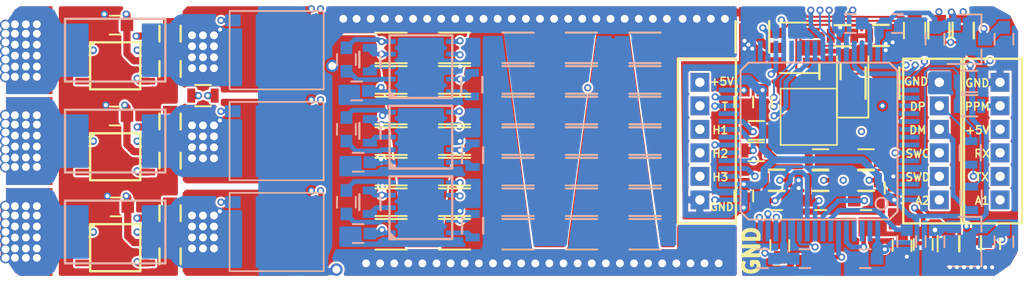
<source format=kicad_pcb>
(kicad_pcb (version 4) (host pcbnew 4.0.6)

  (general
    (links 436)
    (no_connects 0)
    (area 67.999499 81.999499 133.000501 100.000501)
    (thickness 1.6)
    (drawings 41)
    (tracks 1751)
    (zones 0)
    (modules 151)
    (nets 96)
  )

  (page A4 portrait)
  (layers
    (0 F.Cu signal)
    (1 In1.Cu signal)
    (2 In2.Cu signal)
    (31 B.Cu signal)
    (32 B.Adhes user hide)
    (33 F.Adhes user hide)
    (34 B.Paste user hide)
    (35 F.Paste user hide)
    (36 B.SilkS user hide)
    (37 F.SilkS user hide)
    (38 B.Mask user hide)
    (39 F.Mask user hide)
    (40 Dwgs.User user hide)
    (41 Cmts.User user hide)
    (42 Eco1.User user hide)
    (43 Eco2.User user hide)
    (44 Edge.Cuts user)
    (45 Margin user hide)
    (46 B.CrtYd user hide)
    (47 F.CrtYd user hide)
    (48 B.Fab user hide)
    (49 F.Fab user hide)
  )

  (setup
    (last_trace_width 0.3)
    (trace_clearance 0.127)
    (zone_clearance 0.03)
    (zone_45_only yes)
    (trace_min 0.12)
    (segment_width 0.1)
    (edge_width 0.001)
    (via_size 0.46)
    (via_drill 0.254)
    (via_min_size 0.1)
    (via_min_drill 0.1)
    (uvia_size 0.3)
    (uvia_drill 0.1)
    (uvias_allowed no)
    (uvia_min_size 0.2)
    (uvia_min_drill 0.1)
    (pcb_text_width 0.3)
    (pcb_text_size 1.5 1.5)
    (mod_edge_width 0.15)
    (mod_text_size 1 1)
    (mod_text_width 0.15)
    (pad_size 5.2 5.2)
    (pad_drill 3)
    (pad_to_mask_clearance 0)
    (solder_mask_min_width 0.1)
    (aux_axis_origin 0 0)
    (visible_elements 7FFCFE7F)
    (pcbplotparams
      (layerselection 0x0000c_00000000)
      (usegerberextensions false)
      (excludeedgelayer true)
      (linewidth 0.100000)
      (plotframeref false)
      (viasonmask false)
      (mode 1)
      (useauxorigin false)
      (hpglpennumber 1)
      (hpglpenspeed 20)
      (hpglpendiameter 15)
      (hpglpenoverlay 2)
      (psnegative false)
      (psa4output false)
      (plotreference false)
      (plotvalue false)
      (plotinvisibletext false)
      (padsonsilk false)
      (subtractmaskfromsilk false)
      (outputformat 1)
      (mirror false)
      (drillshape 0)
      (scaleselection 1)
      (outputdirectory ../))
  )

  (net 0 "")
  (net 1 VDD)
  (net 2 "Net-(Q1-Pad1)")
  (net 3 "Net-(Q2-Pad1)")
  (net 4 VSS)
  (net 5 "Net-(Q3-Pad1)")
  (net 6 "Net-(Q5-Pad1)")
  (net 7 "Net-(Q6-Pad1)")
  (net 8 "Net-(C1-Pad1)")
  (net 9 "Net-(C2-Pad1)")
  (net 10 "Net-(C3-Pad1)")
  (net 11 "Net-(U4-Pad4)")
  (net 12 "Net-(U5-Pad4)")
  (net 13 "Net-(U6-Pad4)")
  (net 14 "Net-(U7-Pad4)")
  (net 15 "Net-(U7-Pad2)")
  (net 16 "Net-(U7-Pad3)")
  (net 17 "Net-(U7-Pad20)")
  (net 18 "Net-(U7-Pad23)")
  (net 19 "Net-(U7-Pad33)")
  (net 20 "Net-(U7-Pad40)")
  (net 21 "Net-(U7-Pad50)")
  (net 22 "Net-(U7-Pad51)")
  (net 23 "Net-(U7-Pad52)")
  (net 24 "Net-(U7-Pad53)")
  (net 25 "Net-(U7-Pad54)")
  (net 26 "Net-(U7-Pad55)")
  (net 27 "Net-(U7-Pad56)")
  (net 28 "Net-(U7-Pad25)")
  (net 29 "Net-(U7-Pad59)")
  (net 30 "Net-(U7-Pad28)")
  (net 31 "Net-(P1-Pad1)")
  (net 32 "Net-(P2-Pad1)")
  (net 33 "Net-(P3-Pad1)")
  (net 34 SH1)
  (net 35 SH2)
  (net 36 SH3)
  (net 37 C1)
  (net 38 C2)
  (net 39 C3)
  (net 40 "Net-(C17-Pad2)")
  (net 41 "Net-(C18-Pad2)")
  (net 42 VCC)
  (net 43 SENS_SUPPLY)
  (net 44 "Net-(R6-Pad2)")
  (net 45 "Net-(R8-Pad2)")
  (net 46 "Net-(R10-Pad2)")
  (net 47 SENS_1)
  (net 48 SENS_2)
  (net 49 SENS_3)
  (net 50 I1)
  (net 51 I2)
  (net 52 I3)
  (net 53 LI1)
  (net 54 HI1)
  (net 55 LI2)
  (net 56 HI2)
  (net 57 LI3)
  (net 58 HI3)
  (net 59 "Net-(C23-Pad1)")
  (net 60 "Net-(C23-Pad2)")
  (net 61 USB-DM)
  (net 62 USB-DP)
  (net 63 "Net-(D3-Pad1)")
  (net 64 "Net-(D4-Pad1)")
  (net 65 LED_GREEN)
  (net 66 LED_RED)
  (net 67 HALL_1)
  (net 68 HALL_2)
  (net 69 HALL_3)
  (net 70 SWCLK)
  (net 71 SWDIO)
  (net 72 "Net-(C30-Pad1)")
  (net 73 "Net-(C31-Pad1)")
  (net 74 SERVO)
  (net 75 TEMP_MOTOR)
  (net 76 RX)
  (net 77 TX)
  (net 78 EN)
  (net 79 servoi)
  (net 80 "Net-(C77-Pad2)")
  (net 81 "Net-(Q4-Pad1)")
  (net 82 +5V)
  (net 83 "Net-(R7-Pad1)")
  (net 84 "Net-(R9-Pad1)")
  (net 85 "Net-(R11-Pad1)")
  (net 86 "Net-(R21-Pad2)")
  (net 87 VAA)
  (net 88 "Net-(C20-Pad2)")
  (net 89 "Net-(P10-Pad4)")
  (net 90 ADC_EXT2)
  (net 91 "Net-(P10-Pad5)")
  (net 92 ADC_EXT1)
  (net 93 "Net-(U7-Pad57)")
  (net 94 "Net-(U7-Pad61)")
  (net 95 "Net-(U7-Pad62)")

  (net_class Default "This is the default net class."
    (clearance 0.127)
    (trace_width 0.3)
    (via_dia 0.46)
    (via_drill 0.254)
    (uvia_dia 0.3)
    (uvia_drill 0.1)
    (add_net +5V)
    (add_net ADC_EXT1)
    (add_net ADC_EXT2)
    (add_net C1)
    (add_net C2)
    (add_net C3)
    (add_net EN)
    (add_net HALL_1)
    (add_net HALL_2)
    (add_net HALL_3)
    (add_net HI1)
    (add_net HI2)
    (add_net HI3)
    (add_net I1)
    (add_net I2)
    (add_net I3)
    (add_net LED_GREEN)
    (add_net LED_RED)
    (add_net LI1)
    (add_net LI2)
    (add_net LI3)
    (add_net "Net-(C1-Pad1)")
    (add_net "Net-(C17-Pad2)")
    (add_net "Net-(C18-Pad2)")
    (add_net "Net-(C2-Pad1)")
    (add_net "Net-(C20-Pad2)")
    (add_net "Net-(C23-Pad1)")
    (add_net "Net-(C23-Pad2)")
    (add_net "Net-(C3-Pad1)")
    (add_net "Net-(C30-Pad1)")
    (add_net "Net-(C31-Pad1)")
    (add_net "Net-(C77-Pad2)")
    (add_net "Net-(D3-Pad1)")
    (add_net "Net-(D4-Pad1)")
    (add_net "Net-(P1-Pad1)")
    (add_net "Net-(P10-Pad4)")
    (add_net "Net-(P10-Pad5)")
    (add_net "Net-(P2-Pad1)")
    (add_net "Net-(P3-Pad1)")
    (add_net "Net-(Q1-Pad1)")
    (add_net "Net-(Q2-Pad1)")
    (add_net "Net-(Q3-Pad1)")
    (add_net "Net-(Q4-Pad1)")
    (add_net "Net-(Q5-Pad1)")
    (add_net "Net-(Q6-Pad1)")
    (add_net "Net-(R10-Pad2)")
    (add_net "Net-(R11-Pad1)")
    (add_net "Net-(R21-Pad2)")
    (add_net "Net-(R6-Pad2)")
    (add_net "Net-(R7-Pad1)")
    (add_net "Net-(R8-Pad2)")
    (add_net "Net-(R9-Pad1)")
    (add_net "Net-(U4-Pad4)")
    (add_net "Net-(U5-Pad4)")
    (add_net "Net-(U6-Pad4)")
    (add_net "Net-(U7-Pad2)")
    (add_net "Net-(U7-Pad20)")
    (add_net "Net-(U7-Pad23)")
    (add_net "Net-(U7-Pad25)")
    (add_net "Net-(U7-Pad28)")
    (add_net "Net-(U7-Pad3)")
    (add_net "Net-(U7-Pad33)")
    (add_net "Net-(U7-Pad4)")
    (add_net "Net-(U7-Pad40)")
    (add_net "Net-(U7-Pad50)")
    (add_net "Net-(U7-Pad51)")
    (add_net "Net-(U7-Pad52)")
    (add_net "Net-(U7-Pad53)")
    (add_net "Net-(U7-Pad54)")
    (add_net "Net-(U7-Pad55)")
    (add_net "Net-(U7-Pad56)")
    (add_net "Net-(U7-Pad57)")
    (add_net "Net-(U7-Pad59)")
    (add_net "Net-(U7-Pad61)")
    (add_net "Net-(U7-Pad62)")
    (add_net RX)
    (add_net SENS_1)
    (add_net SENS_2)
    (add_net SENS_3)
    (add_net SENS_SUPPLY)
    (add_net SERVO)
    (add_net SH1)
    (add_net SH2)
    (add_net SH3)
    (add_net SWCLK)
    (add_net SWDIO)
    (add_net TEMP_MOTOR)
    (add_net TX)
    (add_net USB-DM)
    (add_net USB-DP)
    (add_net VAA)
    (add_net VCC)
    (add_net VDD)
    (add_net VSS)
    (add_net servoi)
  )

  (module Resistors_SMD:R_1206 (layer F.Cu) (tedit 58EE5A41) (tstamp 58EA376D)
    (at 96.65 94.9)
    (descr "Resistor SMD 1206, reflow soldering, Vishay (see dcrcw.pdf)")
    (tags "resistor 1206")
    (path /58969F7E)
    (attr smd)
    (fp_text reference C13 (at 0 -1.85) (layer F.SilkS) hide
      (effects (font (size 1 1) (thickness 0.15)))
    )
    (fp_text value 10u (at 0 1.95) (layer F.Fab)
      (effects (font (size 1 1) (thickness 0.15)))
    )
    (fp_text user %R (at 0 0) (layer F.Fab)
      (effects (font (size 0.7 0.7) (thickness 0.105)))
    )
    (fp_line (start -1.6 0.8) (end -1.6 -0.8) (layer F.Fab) (width 0.1))
    (fp_line (start 1.6 0.8) (end -1.6 0.8) (layer F.Fab) (width 0.1))
    (fp_line (start 1.6 -0.8) (end 1.6 0.8) (layer F.Fab) (width 0.1))
    (fp_line (start -1.6 -0.8) (end 1.6 -0.8) (layer F.Fab) (width 0.1))
    (fp_line (start 1 1.07) (end -1 1.07) (layer F.SilkS) (width 0.12))
    (fp_line (start -1 -1.07) (end 1 -1.07) (layer F.SilkS) (width 0.12))
    (fp_line (start -2.15 -1.11) (end 2.15 -1.11) (layer F.CrtYd) (width 0.05))
    (fp_line (start -2.15 -1.11) (end -2.15 1.1) (layer F.CrtYd) (width 0.05))
    (fp_line (start 2.15 1.1) (end 2.15 -1.11) (layer F.CrtYd) (width 0.05))
    (fp_line (start 2.15 1.1) (end -2.15 1.1) (layer F.CrtYd) (width 0.05))
    (pad 1 smd rect (at -1.45 0) (size 0.9 1.7) (layers F.Cu F.Paste F.Mask)
      (net 1 VDD))
    (pad 2 smd rect (at 1.45 0) (size 0.9 1.7) (layers F.Cu F.Paste F.Mask)
      (net 4 VSS))
    (model ${KISYS3DMOD}/Resistors_SMD.3dshapes/R_1206.wrl
      (at (xyz 0 0 0))
      (scale (xyz 1 1 1))
      (rotate (xyz 0 0 0))
    )
  )

  (module Resistors_SMD:R_0603 (layer F.Cu) (tedit 594197CB) (tstamp 5941983C)
    (at 129.55 97.55 90)
    (descr "Resistor SMD 0603, reflow soldering, Vishay (see dcrcw.pdf)")
    (tags "resistor 0603")
    (path /59426ADA)
    (attr smd)
    (fp_text reference R34 (at 0 -1.45 90) (layer F.SilkS) hide
      (effects (font (size 1 1) (thickness 0.15)))
    )
    (fp_text value 10k (at 0 1.5 90) (layer F.Fab)
      (effects (font (size 1 1) (thickness 0.15)))
    )
    (fp_text user %R (at 0 0 90) (layer F.Fab)
      (effects (font (size 0.5 0.5) (thickness 0.075)))
    )
    (fp_line (start -0.8 0.4) (end -0.8 -0.4) (layer F.Fab) (width 0.1))
    (fp_line (start 0.8 0.4) (end -0.8 0.4) (layer F.Fab) (width 0.1))
    (fp_line (start 0.8 -0.4) (end 0.8 0.4) (layer F.Fab) (width 0.1))
    (fp_line (start -0.8 -0.4) (end 0.8 -0.4) (layer F.Fab) (width 0.1))
    (fp_line (start 0.5 0.68) (end -0.5 0.68) (layer F.SilkS) (width 0.12))
    (fp_line (start -0.5 -0.68) (end 0.5 -0.68) (layer F.SilkS) (width 0.12))
    (fp_line (start -1.25 -0.7) (end 1.25 -0.7) (layer F.CrtYd) (width 0.05))
    (fp_line (start -1.25 -0.7) (end -1.25 0.7) (layer F.CrtYd) (width 0.05))
    (fp_line (start 1.25 0.7) (end 1.25 -0.7) (layer F.CrtYd) (width 0.05))
    (fp_line (start 1.25 0.7) (end -1.25 0.7) (layer F.CrtYd) (width 0.05))
    (pad 1 smd rect (at -0.75 0 90) (size 0.5 0.9) (layers F.Cu F.Paste F.Mask)
      (net 87 VAA))
    (pad 2 smd rect (at 0.75 0 90) (size 0.5 0.9) (layers F.Cu F.Paste F.Mask)
      (net 75 TEMP_MOTOR))
    (model ${KISYS3DMOD}/Resistors_SMD.3dshapes/R_0603.wrl
      (at (xyz 0 0 0))
      (scale (xyz 1 1 1))
      (rotate (xyz 0 0 0))
    )
  )

  (module Capacitors_SMD:C_0603 (layer F.Cu) (tedit 594197D1) (tstamp 5941982B)
    (at 130.85 97.55 90)
    (descr "Capacitor SMD 0603, reflow soldering, AVX (see smccp.pdf)")
    (tags "capacitor 0603")
    (path /59421931)
    (attr smd)
    (fp_text reference C78 (at 0 -1.5 90) (layer F.SilkS) hide
      (effects (font (size 1 1) (thickness 0.15)))
    )
    (fp_text value 2u2 (at 0 1.5 90) (layer F.Fab)
      (effects (font (size 1 1) (thickness 0.15)))
    )
    (fp_text user %R (at 0 -1.5 90) (layer F.Fab)
      (effects (font (size 1 1) (thickness 0.15)))
    )
    (fp_line (start -0.8 0.4) (end -0.8 -0.4) (layer F.Fab) (width 0.1))
    (fp_line (start 0.8 0.4) (end -0.8 0.4) (layer F.Fab) (width 0.1))
    (fp_line (start 0.8 -0.4) (end 0.8 0.4) (layer F.Fab) (width 0.1))
    (fp_line (start -0.8 -0.4) (end 0.8 -0.4) (layer F.Fab) (width 0.1))
    (fp_line (start -0.35 -0.6) (end 0.35 -0.6) (layer F.SilkS) (width 0.12))
    (fp_line (start 0.35 0.6) (end -0.35 0.6) (layer F.SilkS) (width 0.12))
    (fp_line (start -1.4 -0.65) (end 1.4 -0.65) (layer F.CrtYd) (width 0.05))
    (fp_line (start -1.4 -0.65) (end -1.4 0.65) (layer F.CrtYd) (width 0.05))
    (fp_line (start 1.4 0.65) (end 1.4 -0.65) (layer F.CrtYd) (width 0.05))
    (fp_line (start 1.4 0.65) (end -1.4 0.65) (layer F.CrtYd) (width 0.05))
    (pad 1 smd rect (at -0.75 0 90) (size 0.8 0.75) (layers F.Cu F.Paste F.Mask)
      (net 4 VSS))
    (pad 2 smd rect (at 0.75 0 90) (size 0.8 0.75) (layers F.Cu F.Paste F.Mask)
      (net 75 TEMP_MOTOR))
    (model Capacitors_SMD.3dshapes/C_0603.wrl
      (at (xyz 0 0 0))
      (scale (xyz 1 1 1))
      (rotate (xyz 0 0 0))
    )
  )

  (module Resistors_SMD:R_0603 (layer F.Cu) (tedit 59416163) (tstamp 5941615D)
    (at 126 83.95 270)
    (descr "Resistor SMD 0603, reflow soldering, Vishay (see dcrcw.pdf)")
    (tags "resistor 0603")
    (path /5941A1DE)
    (attr smd)
    (fp_text reference R33 (at 0 -1.45 270) (layer F.SilkS) hide
      (effects (font (size 1 1) (thickness 0.15)))
    )
    (fp_text value 10k (at 0 1.5 270) (layer F.Fab)
      (effects (font (size 1 1) (thickness 0.15)))
    )
    (fp_text user %R (at 0 0 270) (layer F.Fab)
      (effects (font (size 0.5 0.5) (thickness 0.075)))
    )
    (fp_line (start -0.8 0.4) (end -0.8 -0.4) (layer F.Fab) (width 0.1))
    (fp_line (start 0.8 0.4) (end -0.8 0.4) (layer F.Fab) (width 0.1))
    (fp_line (start 0.8 -0.4) (end 0.8 0.4) (layer F.Fab) (width 0.1))
    (fp_line (start -0.8 -0.4) (end 0.8 -0.4) (layer F.Fab) (width 0.1))
    (fp_line (start 0.5 0.68) (end -0.5 0.68) (layer F.SilkS) (width 0.12))
    (fp_line (start -0.5 -0.68) (end 0.5 -0.68) (layer F.SilkS) (width 0.12))
    (fp_line (start -1.25 -0.7) (end 1.25 -0.7) (layer F.CrtYd) (width 0.05))
    (fp_line (start -1.25 -0.7) (end -1.25 0.7) (layer F.CrtYd) (width 0.05))
    (fp_line (start 1.25 0.7) (end 1.25 -0.7) (layer F.CrtYd) (width 0.05))
    (fp_line (start 1.25 0.7) (end -1.25 0.7) (layer F.CrtYd) (width 0.05))
    (pad 1 smd rect (at -0.75 0 270) (size 0.5 0.9) (layers F.Cu F.Paste F.Mask)
      (net 1 VDD))
    (pad 2 smd rect (at 0.75 0 270) (size 0.5 0.9) (layers F.Cu F.Paste F.Mask)
      (net 78 EN))
    (model ${KISYS3DMOD}/Resistors_SMD.3dshapes/R_0603.wrl
      (at (xyz 0 0 0))
      (scale (xyz 1 1 1))
      (rotate (xyz 0 0 0))
    )
  )

  (module Resistors_SMD:R_0603 (layer F.Cu) (tedit 59406C29) (tstamp 594063E5)
    (at 80.6 88.1)
    (descr "Resistor SMD 0603, reflow soldering, Vishay (see dcrcw.pdf)")
    (tags "resistor 0603")
    (path /59418F1E)
    (attr smd)
    (fp_text reference R32 (at 0 -1.45) (layer F.SilkS) hide
      (effects (font (size 1 1) (thickness 0.15)))
    )
    (fp_text value 10kNTC (at 0 1.5) (layer F.Fab)
      (effects (font (size 1 1) (thickness 0.15)))
    )
    (fp_text user %R (at 0 0) (layer F.Fab)
      (effects (font (size 0.5 0.5) (thickness 0.075)))
    )
    (fp_line (start -0.8 0.4) (end -0.8 -0.4) (layer F.Fab) (width 0.1))
    (fp_line (start 0.8 0.4) (end -0.8 0.4) (layer F.Fab) (width 0.1))
    (fp_line (start 0.8 -0.4) (end 0.8 0.4) (layer F.Fab) (width 0.1))
    (fp_line (start -0.8 -0.4) (end 0.8 -0.4) (layer F.Fab) (width 0.1))
    (fp_line (start 0.5 0.68) (end -0.5 0.68) (layer F.SilkS) (width 0.12))
    (fp_line (start -0.5 -0.68) (end 0.5 -0.68) (layer F.SilkS) (width 0.12))
    (fp_line (start -1.25 -0.7) (end 1.25 -0.7) (layer F.CrtYd) (width 0.05))
    (fp_line (start -1.25 -0.7) (end -1.25 0.7) (layer F.CrtYd) (width 0.05))
    (fp_line (start 1.25 0.7) (end 1.25 -0.7) (layer F.CrtYd) (width 0.05))
    (fp_line (start 1.25 0.7) (end -1.25 0.7) (layer F.CrtYd) (width 0.05))
    (pad 1 smd rect (at -0.75 0) (size 0.5 0.9) (layers F.Cu F.Paste F.Mask)
      (net 87 VAA))
    (pad 2 smd rect (at 0.75 0) (size 0.5 0.9) (layers F.Cu F.Paste F.Mask)
      (net 80 "Net-(C77-Pad2)"))
    (model ${KISYS3DMOD}/Resistors_SMD.3dshapes/R_0603.wrl
      (at (xyz 0 0 0))
      (scale (xyz 1 1 1))
      (rotate (xyz 0 0 0))
    )
  )

  (module Resistors_SMD:R_0603 (layer F.Cu) (tedit 59406798) (tstamp 59404C33)
    (at 128.15 97.55 90)
    (descr "Resistor SMD 0603, reflow soldering, Vishay (see dcrcw.pdf)")
    (tags "resistor 0603")
    (path /59418D53)
    (attr smd)
    (fp_text reference R31 (at 0 -1.45 90) (layer F.SilkS) hide
      (effects (font (size 1 1) (thickness 0.15)))
    )
    (fp_text value 10k (at 0 1.5 90) (layer F.Fab)
      (effects (font (size 1 1) (thickness 0.15)))
    )
    (fp_text user %R (at 0 0 90) (layer F.Fab)
      (effects (font (size 0.5 0.5) (thickness 0.075)))
    )
    (fp_line (start -0.8 0.4) (end -0.8 -0.4) (layer F.Fab) (width 0.1))
    (fp_line (start 0.8 0.4) (end -0.8 0.4) (layer F.Fab) (width 0.1))
    (fp_line (start 0.8 -0.4) (end 0.8 0.4) (layer F.Fab) (width 0.1))
    (fp_line (start -0.8 -0.4) (end 0.8 -0.4) (layer F.Fab) (width 0.1))
    (fp_line (start 0.5 0.68) (end -0.5 0.68) (layer F.SilkS) (width 0.12))
    (fp_line (start -0.5 -0.68) (end 0.5 -0.68) (layer F.SilkS) (width 0.12))
    (fp_line (start -1.25 -0.7) (end 1.25 -0.7) (layer F.CrtYd) (width 0.05))
    (fp_line (start -1.25 -0.7) (end -1.25 0.7) (layer F.CrtYd) (width 0.05))
    (fp_line (start 1.25 0.7) (end 1.25 -0.7) (layer F.CrtYd) (width 0.05))
    (fp_line (start 1.25 0.7) (end -1.25 0.7) (layer F.CrtYd) (width 0.05))
    (pad 1 smd rect (at -0.75 0 90) (size 0.5 0.9) (layers F.Cu F.Paste F.Mask)
      (net 4 VSS))
    (pad 2 smd rect (at 0.75 0 90) (size 0.5 0.9) (layers F.Cu F.Paste F.Mask)
      (net 80 "Net-(C77-Pad2)"))
    (model ${KISYS3DMOD}/Resistors_SMD.3dshapes/R_0603.wrl
      (at (xyz 0 0 0))
      (scale (xyz 1 1 1))
      (rotate (xyz 0 0 0))
    )
  )

  (module Capacitors_SMD:C_0603 (layer F.Cu) (tedit 5941615C) (tstamp 59404C22)
    (at 126.55 97.6 90)
    (descr "Capacitor SMD 0603, reflow soldering, AVX (see smccp.pdf)")
    (tags "capacitor 0603")
    (path /59421BEA)
    (attr smd)
    (fp_text reference C77 (at 0 -1.5 90) (layer F.SilkS) hide
      (effects (font (size 1 1) (thickness 0.15)))
    )
    (fp_text value 2u2 (at 0 1.5 90) (layer F.Fab)
      (effects (font (size 1 1) (thickness 0.15)))
    )
    (fp_text user %R (at 0 -1.5 90) (layer F.Fab) hide
      (effects (font (size 1 1) (thickness 0.15)))
    )
    (fp_line (start -0.8 0.4) (end -0.8 -0.4) (layer F.Fab) (width 0.1))
    (fp_line (start 0.8 0.4) (end -0.8 0.4) (layer F.Fab) (width 0.1))
    (fp_line (start 0.8 -0.4) (end 0.8 0.4) (layer F.Fab) (width 0.1))
    (fp_line (start -0.8 -0.4) (end 0.8 -0.4) (layer F.Fab) (width 0.1))
    (fp_line (start -0.35 -0.6) (end 0.35 -0.6) (layer F.SilkS) (width 0.12))
    (fp_line (start 0.35 0.6) (end -0.35 0.6) (layer F.SilkS) (width 0.12))
    (fp_line (start -1.4 -0.65) (end 1.4 -0.65) (layer F.CrtYd) (width 0.05))
    (fp_line (start -1.4 -0.65) (end -1.4 0.65) (layer F.CrtYd) (width 0.05))
    (fp_line (start 1.4 0.65) (end 1.4 -0.65) (layer F.CrtYd) (width 0.05))
    (fp_line (start 1.4 0.65) (end -1.4 0.65) (layer F.CrtYd) (width 0.05))
    (pad 1 smd rect (at -0.75 0 90) (size 0.8 0.75) (layers F.Cu F.Paste F.Mask)
      (net 4 VSS))
    (pad 2 smd rect (at 0.75 0 90) (size 0.8 0.75) (layers F.Cu F.Paste F.Mask)
      (net 80 "Net-(C77-Pad2)"))
    (model Capacitors_SMD.3dshapes/C_0603.wrl
      (at (xyz 0 0 0))
      (scale (xyz 1 1 1))
      (rotate (xyz 0 0 0))
    )
  )

  (module Resistors_SMD:R_0603 (layer B.Cu) (tedit 58EE59B5) (tstamp 58EAA4A5)
    (at 129.5 88.75 180)
    (descr "Resistor SMD 0603, reflow soldering, Vishay (see dcrcw.pdf)")
    (tags "resistor 0603")
    (path /58EDA6B7)
    (attr smd)
    (fp_text reference R30 (at 0 1.45 180) (layer B.SilkS) hide
      (effects (font (size 1 1) (thickness 0.15)) (justify mirror))
    )
    (fp_text value 100R (at 0 -1.5 180) (layer B.Fab)
      (effects (font (size 1 1) (thickness 0.15)) (justify mirror))
    )
    (fp_text user %R (at 0 0 180) (layer B.Fab)
      (effects (font (size 0.5 0.5) (thickness 0.075)) (justify mirror))
    )
    (fp_line (start -0.8 -0.4) (end -0.8 0.4) (layer B.Fab) (width 0.1))
    (fp_line (start 0.8 -0.4) (end -0.8 -0.4) (layer B.Fab) (width 0.1))
    (fp_line (start 0.8 0.4) (end 0.8 -0.4) (layer B.Fab) (width 0.1))
    (fp_line (start -0.8 0.4) (end 0.8 0.4) (layer B.Fab) (width 0.1))
    (fp_line (start 0.5 -0.68) (end -0.5 -0.68) (layer B.SilkS) (width 0.12))
    (fp_line (start -0.5 0.68) (end 0.5 0.68) (layer B.SilkS) (width 0.12))
    (fp_line (start -1.25 0.7) (end 1.25 0.7) (layer B.CrtYd) (width 0.05))
    (fp_line (start -1.25 0.7) (end -1.25 -0.7) (layer B.CrtYd) (width 0.05))
    (fp_line (start 1.25 -0.7) (end 1.25 0.7) (layer B.CrtYd) (width 0.05))
    (fp_line (start 1.25 -0.7) (end -1.25 -0.7) (layer B.CrtYd) (width 0.05))
    (pad 1 smd rect (at -0.75 0 180) (size 0.5 0.9) (layers B.Cu B.Paste B.Mask)
      (net 79 servoi))
    (pad 2 smd rect (at 0.75 0 180) (size 0.5 0.9) (layers B.Cu B.Paste B.Mask)
      (net 74 SERVO))
    (model ${KISYS3DMOD}/Resistors_SMD.3dshapes/R_0603.wrl
      (at (xyz 0 0 0))
      (scale (xyz 1 1 1))
      (rotate (xyz 0 0 0))
    )
  )

  (module Resistors_SMD:R_0603 (layer B.Cu) (tedit 58EE59B7) (tstamp 58EAA49F)
    (at 129.5 87.2 180)
    (descr "Resistor SMD 0603, reflow soldering, Vishay (see dcrcw.pdf)")
    (tags "resistor 0603")
    (path /58EDA960)
    (attr smd)
    (fp_text reference C76 (at 0 1.45 180) (layer B.SilkS) hide
      (effects (font (size 1 1) (thickness 0.15)) (justify mirror))
    )
    (fp_text value 100n (at 0 -1.5 180) (layer B.Fab)
      (effects (font (size 1 1) (thickness 0.15)) (justify mirror))
    )
    (fp_text user %R (at 0 0 180) (layer B.Fab)
      (effects (font (size 0.5 0.5) (thickness 0.075)) (justify mirror))
    )
    (fp_line (start -0.8 -0.4) (end -0.8 0.4) (layer B.Fab) (width 0.1))
    (fp_line (start 0.8 -0.4) (end -0.8 -0.4) (layer B.Fab) (width 0.1))
    (fp_line (start 0.8 0.4) (end 0.8 -0.4) (layer B.Fab) (width 0.1))
    (fp_line (start -0.8 0.4) (end 0.8 0.4) (layer B.Fab) (width 0.1))
    (fp_line (start 0.5 -0.68) (end -0.5 -0.68) (layer B.SilkS) (width 0.12))
    (fp_line (start -0.5 0.68) (end 0.5 0.68) (layer B.SilkS) (width 0.12))
    (fp_line (start -1.25 0.7) (end 1.25 0.7) (layer B.CrtYd) (width 0.05))
    (fp_line (start -1.25 0.7) (end -1.25 -0.7) (layer B.CrtYd) (width 0.05))
    (fp_line (start 1.25 -0.7) (end 1.25 0.7) (layer B.CrtYd) (width 0.05))
    (fp_line (start 1.25 -0.7) (end -1.25 -0.7) (layer B.CrtYd) (width 0.05))
    (pad 1 smd rect (at -0.75 0 180) (size 0.5 0.9) (layers B.Cu B.Paste B.Mask)
      (net 4 VSS))
    (pad 2 smd rect (at 0.75 0 180) (size 0.5 0.9) (layers B.Cu B.Paste B.Mask)
      (net 74 SERVO))
    (model ${KISYS3DMOD}/Resistors_SMD.3dshapes/R_0603.wrl
      (at (xyz 0 0 0))
      (scale (xyz 1 1 1))
      (rotate (xyz 0 0 0))
    )
  )

  (module Resistors_SMD:R_1206 (layer F.Cu) (tedit 58EE58FC) (tstamp 58EA6F63)
    (at 104.75 91)
    (descr "Resistor SMD 1206, reflow soldering, Vishay (see dcrcw.pdf)")
    (tags "resistor 1206")
    (path /58EBBF24)
    (attr smd)
    (fp_text reference C73 (at 0 -1.85) (layer F.SilkS) hide
      (effects (font (size 1 1) (thickness 0.15)))
    )
    (fp_text value C (at 0 1.95) (layer F.Fab)
      (effects (font (size 1 1) (thickness 0.15)))
    )
    (fp_text user %R (at 0 0) (layer F.Fab)
      (effects (font (size 0.7 0.7) (thickness 0.105)))
    )
    (fp_line (start -1.6 0.8) (end -1.6 -0.8) (layer F.Fab) (width 0.1))
    (fp_line (start 1.6 0.8) (end -1.6 0.8) (layer F.Fab) (width 0.1))
    (fp_line (start 1.6 -0.8) (end 1.6 0.8) (layer F.Fab) (width 0.1))
    (fp_line (start -1.6 -0.8) (end 1.6 -0.8) (layer F.Fab) (width 0.1))
    (fp_line (start 1 1.07) (end -1 1.07) (layer F.SilkS) (width 0.12))
    (fp_line (start -1 -1.07) (end 1 -1.07) (layer F.SilkS) (width 0.12))
    (fp_line (start -2.15 -1.11) (end 2.15 -1.11) (layer F.CrtYd) (width 0.05))
    (fp_line (start -2.15 -1.11) (end -2.15 1.1) (layer F.CrtYd) (width 0.05))
    (fp_line (start 2.15 1.1) (end 2.15 -1.11) (layer F.CrtYd) (width 0.05))
    (fp_line (start 2.15 1.1) (end -2.15 1.1) (layer F.CrtYd) (width 0.05))
    (pad 1 smd rect (at -1.45 0) (size 0.9 1.7) (layers F.Cu F.Paste F.Mask)
      (net 1 VDD))
    (pad 2 smd rect (at 1.45 0) (size 0.9 1.7) (layers F.Cu F.Paste F.Mask)
      (net 4 VSS))
    (model ${KISYS3DMOD}/Resistors_SMD.3dshapes/R_1206.wrl
      (at (xyz 0 0 0))
      (scale (xyz 1 1 1))
      (rotate (xyz 0 0 0))
    )
  )

  (module Resistors_SMD:R_1206 (layer F.Cu) (tedit 58EE5886) (tstamp 58EA6F5D)
    (at 96.65 87.1)
    (descr "Resistor SMD 1206, reflow soldering, Vishay (see dcrcw.pdf)")
    (tags "resistor 1206")
    (path /58EBBF2A)
    (attr smd)
    (fp_text reference C72 (at 0 -1.85) (layer F.SilkS) hide
      (effects (font (size 1 1) (thickness 0.15)))
    )
    (fp_text value C (at 0 1.95) (layer F.Fab)
      (effects (font (size 1 1) (thickness 0.15)))
    )
    (fp_text user %R (at 0 0) (layer F.Fab)
      (effects (font (size 0.7 0.7) (thickness 0.105)))
    )
    (fp_line (start -1.6 0.8) (end -1.6 -0.8) (layer F.Fab) (width 0.1))
    (fp_line (start 1.6 0.8) (end -1.6 0.8) (layer F.Fab) (width 0.1))
    (fp_line (start 1.6 -0.8) (end 1.6 0.8) (layer F.Fab) (width 0.1))
    (fp_line (start -1.6 -0.8) (end 1.6 -0.8) (layer F.Fab) (width 0.1))
    (fp_line (start 1 1.07) (end -1 1.07) (layer F.SilkS) (width 0.12))
    (fp_line (start -1 -1.07) (end 1 -1.07) (layer F.SilkS) (width 0.12))
    (fp_line (start -2.15 -1.11) (end 2.15 -1.11) (layer F.CrtYd) (width 0.05))
    (fp_line (start -2.15 -1.11) (end -2.15 1.1) (layer F.CrtYd) (width 0.05))
    (fp_line (start 2.15 1.1) (end 2.15 -1.11) (layer F.CrtYd) (width 0.05))
    (fp_line (start 2.15 1.1) (end -2.15 1.1) (layer F.CrtYd) (width 0.05))
    (pad 1 smd rect (at -1.45 0) (size 0.9 1.7) (layers F.Cu F.Paste F.Mask)
      (net 1 VDD))
    (pad 2 smd rect (at 1.45 0) (size 0.9 1.7) (layers F.Cu F.Paste F.Mask)
      (net 4 VSS))
    (model ${KISYS3DMOD}/Resistors_SMD.3dshapes/R_1206.wrl
      (at (xyz 0 0 0))
      (scale (xyz 1 1 1))
      (rotate (xyz 0 0 0))
    )
  )

  (module Resistors_SMD:R_1206 (layer F.Cu) (tedit 58EE58A1) (tstamp 58EA69D9)
    (at 96.65 89.05)
    (descr "Resistor SMD 1206, reflow soldering, Vishay (see dcrcw.pdf)")
    (tags "resistor 1206")
    (path /58EBB1DD)
    (attr smd)
    (fp_text reference C71 (at 0 -1.85) (layer F.SilkS) hide
      (effects (font (size 1 1) (thickness 0.15)))
    )
    (fp_text value C (at 0 1.95) (layer F.Fab)
      (effects (font (size 1 1) (thickness 0.15)))
    )
    (fp_text user %R (at 0 0) (layer F.Fab)
      (effects (font (size 0.7 0.7) (thickness 0.105)))
    )
    (fp_line (start -1.6 0.8) (end -1.6 -0.8) (layer F.Fab) (width 0.1))
    (fp_line (start 1.6 0.8) (end -1.6 0.8) (layer F.Fab) (width 0.1))
    (fp_line (start 1.6 -0.8) (end 1.6 0.8) (layer F.Fab) (width 0.1))
    (fp_line (start -1.6 -0.8) (end 1.6 -0.8) (layer F.Fab) (width 0.1))
    (fp_line (start 1 1.07) (end -1 1.07) (layer F.SilkS) (width 0.12))
    (fp_line (start -1 -1.07) (end 1 -1.07) (layer F.SilkS) (width 0.12))
    (fp_line (start -2.15 -1.11) (end 2.15 -1.11) (layer F.CrtYd) (width 0.05))
    (fp_line (start -2.15 -1.11) (end -2.15 1.1) (layer F.CrtYd) (width 0.05))
    (fp_line (start 2.15 1.1) (end 2.15 -1.11) (layer F.CrtYd) (width 0.05))
    (fp_line (start 2.15 1.1) (end -2.15 1.1) (layer F.CrtYd) (width 0.05))
    (pad 1 smd rect (at -1.45 0) (size 0.9 1.7) (layers F.Cu F.Paste F.Mask)
      (net 1 VDD))
    (pad 2 smd rect (at 1.45 0) (size 0.9 1.7) (layers F.Cu F.Paste F.Mask)
      (net 4 VSS))
    (model ${KISYS3DMOD}/Resistors_SMD.3dshapes/R_1206.wrl
      (at (xyz 0 0 0))
      (scale (xyz 1 1 1))
      (rotate (xyz 0 0 0))
    )
  )

  (module Resistors_SMD:R_1206 (layer F.Cu) (tedit 58EE5914) (tstamp 58EA69D3)
    (at 100.7 87.1 180)
    (descr "Resistor SMD 1206, reflow soldering, Vishay (see dcrcw.pdf)")
    (tags "resistor 1206")
    (path /58EBB1F1)
    (attr smd)
    (fp_text reference C70 (at 0 -1.85 180) (layer F.SilkS) hide
      (effects (font (size 1 1) (thickness 0.15)))
    )
    (fp_text value C (at 0 1.95 180) (layer F.Fab)
      (effects (font (size 1 1) (thickness 0.15)))
    )
    (fp_text user %R (at 0 0 180) (layer F.Fab)
      (effects (font (size 0.7 0.7) (thickness 0.105)))
    )
    (fp_line (start -1.6 0.8) (end -1.6 -0.8) (layer F.Fab) (width 0.1))
    (fp_line (start 1.6 0.8) (end -1.6 0.8) (layer F.Fab) (width 0.1))
    (fp_line (start 1.6 -0.8) (end 1.6 0.8) (layer F.Fab) (width 0.1))
    (fp_line (start -1.6 -0.8) (end 1.6 -0.8) (layer F.Fab) (width 0.1))
    (fp_line (start 1 1.07) (end -1 1.07) (layer F.SilkS) (width 0.12))
    (fp_line (start -1 -1.07) (end 1 -1.07) (layer F.SilkS) (width 0.12))
    (fp_line (start -2.15 -1.11) (end 2.15 -1.11) (layer F.CrtYd) (width 0.05))
    (fp_line (start -2.15 -1.11) (end -2.15 1.1) (layer F.CrtYd) (width 0.05))
    (fp_line (start 2.15 1.1) (end 2.15 -1.11) (layer F.CrtYd) (width 0.05))
    (fp_line (start 2.15 1.1) (end -2.15 1.1) (layer F.CrtYd) (width 0.05))
    (pad 1 smd rect (at -1.45 0 180) (size 0.9 1.7) (layers F.Cu F.Paste F.Mask)
      (net 1 VDD))
    (pad 2 smd rect (at 1.45 0 180) (size 0.9 1.7) (layers F.Cu F.Paste F.Mask)
      (net 4 VSS))
    (model ${KISYS3DMOD}/Resistors_SMD.3dshapes/R_1206.wrl
      (at (xyz 0 0 0))
      (scale (xyz 1 1 1))
      (rotate (xyz 0 0 0))
    )
  )

  (module Resistors_SMD:R_1206 (layer F.Cu) (tedit 58EE58F0) (tstamp 58EA69CD)
    (at 92.6 96.85 180)
    (descr "Resistor SMD 1206, reflow soldering, Vishay (see dcrcw.pdf)")
    (tags "resistor 1206")
    (path /58EBB205)
    (attr smd)
    (fp_text reference C69 (at 0 -1.85 180) (layer F.SilkS) hide
      (effects (font (size 1 1) (thickness 0.15)))
    )
    (fp_text value C (at 0 1.95 180) (layer F.Fab)
      (effects (font (size 1 1) (thickness 0.15)))
    )
    (fp_text user %R (at 0 0 180) (layer F.Fab)
      (effects (font (size 0.7 0.7) (thickness 0.105)))
    )
    (fp_line (start -1.6 0.8) (end -1.6 -0.8) (layer F.Fab) (width 0.1))
    (fp_line (start 1.6 0.8) (end -1.6 0.8) (layer F.Fab) (width 0.1))
    (fp_line (start 1.6 -0.8) (end 1.6 0.8) (layer F.Fab) (width 0.1))
    (fp_line (start -1.6 -0.8) (end 1.6 -0.8) (layer F.Fab) (width 0.1))
    (fp_line (start 1 1.07) (end -1 1.07) (layer F.SilkS) (width 0.12))
    (fp_line (start -1 -1.07) (end 1 -1.07) (layer F.SilkS) (width 0.12))
    (fp_line (start -2.15 -1.11) (end 2.15 -1.11) (layer F.CrtYd) (width 0.05))
    (fp_line (start -2.15 -1.11) (end -2.15 1.1) (layer F.CrtYd) (width 0.05))
    (fp_line (start 2.15 1.1) (end 2.15 -1.11) (layer F.CrtYd) (width 0.05))
    (fp_line (start 2.15 1.1) (end -2.15 1.1) (layer F.CrtYd) (width 0.05))
    (pad 1 smd rect (at -1.45 0 180) (size 0.9 1.7) (layers F.Cu F.Paste F.Mask)
      (net 1 VDD))
    (pad 2 smd rect (at 1.45 0 180) (size 0.9 1.7) (layers F.Cu F.Paste F.Mask)
      (net 4 VSS))
    (model ${KISYS3DMOD}/Resistors_SMD.3dshapes/R_1206.wrl
      (at (xyz 0 0 0))
      (scale (xyz 1 1 1))
      (rotate (xyz 0 0 0))
    )
  )

  (module Resistors_SMD:R_1206 (layer F.Cu) (tedit 58EE587D) (tstamp 58EA69C7)
    (at 108.8 89.05 180)
    (descr "Resistor SMD 1206, reflow soldering, Vishay (see dcrcw.pdf)")
    (tags "resistor 1206")
    (path /58EBB20B)
    (attr smd)
    (fp_text reference C68 (at 0 -1.85 180) (layer F.SilkS) hide
      (effects (font (size 1 1) (thickness 0.15)))
    )
    (fp_text value C (at 0 1.95 180) (layer F.Fab)
      (effects (font (size 1 1) (thickness 0.15)))
    )
    (fp_text user %R (at 0 0 180) (layer F.Fab)
      (effects (font (size 0.7 0.7) (thickness 0.105)))
    )
    (fp_line (start -1.6 0.8) (end -1.6 -0.8) (layer F.Fab) (width 0.1))
    (fp_line (start 1.6 0.8) (end -1.6 0.8) (layer F.Fab) (width 0.1))
    (fp_line (start 1.6 -0.8) (end 1.6 0.8) (layer F.Fab) (width 0.1))
    (fp_line (start -1.6 -0.8) (end 1.6 -0.8) (layer F.Fab) (width 0.1))
    (fp_line (start 1 1.07) (end -1 1.07) (layer F.SilkS) (width 0.12))
    (fp_line (start -1 -1.07) (end 1 -1.07) (layer F.SilkS) (width 0.12))
    (fp_line (start -2.15 -1.11) (end 2.15 -1.11) (layer F.CrtYd) (width 0.05))
    (fp_line (start -2.15 -1.11) (end -2.15 1.1) (layer F.CrtYd) (width 0.05))
    (fp_line (start 2.15 1.1) (end 2.15 -1.11) (layer F.CrtYd) (width 0.05))
    (fp_line (start 2.15 1.1) (end -2.15 1.1) (layer F.CrtYd) (width 0.05))
    (pad 1 smd rect (at -1.45 0 180) (size 0.9 1.7) (layers F.Cu F.Paste F.Mask)
      (net 1 VDD))
    (pad 2 smd rect (at 1.45 0 180) (size 0.9 1.7) (layers F.Cu F.Paste F.Mask)
      (net 4 VSS))
    (model ${KISYS3DMOD}/Resistors_SMD.3dshapes/R_1206.wrl
      (at (xyz 0 0 0))
      (scale (xyz 1 1 1))
      (rotate (xyz 0 0 0))
    )
  )

  (module Resistors_SMD:R_1206 (layer B.Cu) (tedit 58EE5A33) (tstamp 58EA4A46)
    (at 100.7 92.95 180)
    (descr "Resistor SMD 1206, reflow soldering, Vishay (see dcrcw.pdf)")
    (tags "resistor 1206")
    (path /58EAAFD9)
    (attr smd)
    (fp_text reference C67 (at 0 1.85 180) (layer B.SilkS) hide
      (effects (font (size 1 1) (thickness 0.15)) (justify mirror))
    )
    (fp_text value C (at 0 -1.95 180) (layer B.Fab)
      (effects (font (size 1 1) (thickness 0.15)) (justify mirror))
    )
    (fp_text user %R (at 0 0 180) (layer B.Fab)
      (effects (font (size 0.7 0.7) (thickness 0.105)) (justify mirror))
    )
    (fp_line (start -1.6 -0.8) (end -1.6 0.8) (layer B.Fab) (width 0.1))
    (fp_line (start 1.6 -0.8) (end -1.6 -0.8) (layer B.Fab) (width 0.1))
    (fp_line (start 1.6 0.8) (end 1.6 -0.8) (layer B.Fab) (width 0.1))
    (fp_line (start -1.6 0.8) (end 1.6 0.8) (layer B.Fab) (width 0.1))
    (fp_line (start 1 -1.07) (end -1 -1.07) (layer B.SilkS) (width 0.12))
    (fp_line (start -1 1.07) (end 1 1.07) (layer B.SilkS) (width 0.12))
    (fp_line (start -2.15 1.11) (end 2.15 1.11) (layer B.CrtYd) (width 0.05))
    (fp_line (start -2.15 1.11) (end -2.15 -1.1) (layer B.CrtYd) (width 0.05))
    (fp_line (start 2.15 -1.1) (end 2.15 1.11) (layer B.CrtYd) (width 0.05))
    (fp_line (start 2.15 -1.1) (end -2.15 -1.1) (layer B.CrtYd) (width 0.05))
    (pad 1 smd rect (at -1.45 0 180) (size 0.9 1.7) (layers B.Cu B.Paste B.Mask)
      (net 1 VDD))
    (pad 2 smd rect (at 1.45 0 180) (size 0.9 1.7) (layers B.Cu B.Paste B.Mask)
      (net 4 VSS))
    (model ${KISYS3DMOD}/Resistors_SMD.3dshapes/R_1206.wrl
      (at (xyz 0 0 0))
      (scale (xyz 1 1 1))
      (rotate (xyz 0 0 0))
    )
  )

  (module Resistors_SMD:R_1206 (layer B.Cu) (tedit 58EE5A3B) (tstamp 58EA4A40)
    (at 104.75 92.95)
    (descr "Resistor SMD 1206, reflow soldering, Vishay (see dcrcw.pdf)")
    (tags "resistor 1206")
    (path /58EAAFED)
    (attr smd)
    (fp_text reference C66 (at 0 1.85) (layer B.SilkS) hide
      (effects (font (size 1 1) (thickness 0.15)) (justify mirror))
    )
    (fp_text value C (at 0 -1.95) (layer B.Fab)
      (effects (font (size 1 1) (thickness 0.15)) (justify mirror))
    )
    (fp_text user %R (at 0 0) (layer B.Fab)
      (effects (font (size 0.7 0.7) (thickness 0.105)) (justify mirror))
    )
    (fp_line (start -1.6 -0.8) (end -1.6 0.8) (layer B.Fab) (width 0.1))
    (fp_line (start 1.6 -0.8) (end -1.6 -0.8) (layer B.Fab) (width 0.1))
    (fp_line (start 1.6 0.8) (end 1.6 -0.8) (layer B.Fab) (width 0.1))
    (fp_line (start -1.6 0.8) (end 1.6 0.8) (layer B.Fab) (width 0.1))
    (fp_line (start 1 -1.07) (end -1 -1.07) (layer B.SilkS) (width 0.12))
    (fp_line (start -1 1.07) (end 1 1.07) (layer B.SilkS) (width 0.12))
    (fp_line (start -2.15 1.11) (end 2.15 1.11) (layer B.CrtYd) (width 0.05))
    (fp_line (start -2.15 1.11) (end -2.15 -1.1) (layer B.CrtYd) (width 0.05))
    (fp_line (start 2.15 -1.1) (end 2.15 1.11) (layer B.CrtYd) (width 0.05))
    (fp_line (start 2.15 -1.1) (end -2.15 -1.1) (layer B.CrtYd) (width 0.05))
    (pad 1 smd rect (at -1.45 0) (size 0.9 1.7) (layers B.Cu B.Paste B.Mask)
      (net 1 VDD))
    (pad 2 smd rect (at 1.45 0) (size 0.9 1.7) (layers B.Cu B.Paste B.Mask)
      (net 4 VSS))
    (model ${KISYS3DMOD}/Resistors_SMD.3dshapes/R_1206.wrl
      (at (xyz 0 0 0))
      (scale (xyz 1 1 1))
      (rotate (xyz 0 0 0))
    )
  )

  (module Resistors_SMD:R_1206 (layer B.Cu) (tedit 58EE5A3F) (tstamp 58EA4A3A)
    (at 104.75 87.1)
    (descr "Resistor SMD 1206, reflow soldering, Vishay (see dcrcw.pdf)")
    (tags "resistor 1206")
    (path /58EAB001)
    (attr smd)
    (fp_text reference C65 (at 0 1.85) (layer B.SilkS) hide
      (effects (font (size 1 1) (thickness 0.15)) (justify mirror))
    )
    (fp_text value C (at 0 -1.95) (layer B.Fab)
      (effects (font (size 1 1) (thickness 0.15)) (justify mirror))
    )
    (fp_text user %R (at 0 0) (layer B.Fab)
      (effects (font (size 0.7 0.7) (thickness 0.105)) (justify mirror))
    )
    (fp_line (start -1.6 -0.8) (end -1.6 0.8) (layer B.Fab) (width 0.1))
    (fp_line (start 1.6 -0.8) (end -1.6 -0.8) (layer B.Fab) (width 0.1))
    (fp_line (start 1.6 0.8) (end 1.6 -0.8) (layer B.Fab) (width 0.1))
    (fp_line (start -1.6 0.8) (end 1.6 0.8) (layer B.Fab) (width 0.1))
    (fp_line (start 1 -1.07) (end -1 -1.07) (layer B.SilkS) (width 0.12))
    (fp_line (start -1 1.07) (end 1 1.07) (layer B.SilkS) (width 0.12))
    (fp_line (start -2.15 1.11) (end 2.15 1.11) (layer B.CrtYd) (width 0.05))
    (fp_line (start -2.15 1.11) (end -2.15 -1.1) (layer B.CrtYd) (width 0.05))
    (fp_line (start 2.15 -1.1) (end 2.15 1.11) (layer B.CrtYd) (width 0.05))
    (fp_line (start 2.15 -1.1) (end -2.15 -1.1) (layer B.CrtYd) (width 0.05))
    (pad 1 smd rect (at -1.45 0) (size 0.9 1.7) (layers B.Cu B.Paste B.Mask)
      (net 1 VDD))
    (pad 2 smd rect (at 1.45 0) (size 0.9 1.7) (layers B.Cu B.Paste B.Mask)
      (net 4 VSS))
    (model ${KISYS3DMOD}/Resistors_SMD.3dshapes/R_1206.wrl
      (at (xyz 0 0 0))
      (scale (xyz 1 1 1))
      (rotate (xyz 0 0 0))
    )
  )

  (module Resistors_SMD:R_1206 (layer F.Cu) (tedit 58EE5A4A) (tstamp 58EA4A34)
    (at 108.8 96.85 180)
    (descr "Resistor SMD 1206, reflow soldering, Vishay (see dcrcw.pdf)")
    (tags "resistor 1206")
    (path /58EAB007)
    (attr smd)
    (fp_text reference C64 (at 0 -1.85 180) (layer F.SilkS) hide
      (effects (font (size 1 1) (thickness 0.15)))
    )
    (fp_text value C (at 0 1.95 180) (layer F.Fab)
      (effects (font (size 1 1) (thickness 0.15)))
    )
    (fp_text user %R (at 0 0 180) (layer F.Fab)
      (effects (font (size 0.7 0.7) (thickness 0.105)))
    )
    (fp_line (start -1.6 0.8) (end -1.6 -0.8) (layer F.Fab) (width 0.1))
    (fp_line (start 1.6 0.8) (end -1.6 0.8) (layer F.Fab) (width 0.1))
    (fp_line (start 1.6 -0.8) (end 1.6 0.8) (layer F.Fab) (width 0.1))
    (fp_line (start -1.6 -0.8) (end 1.6 -0.8) (layer F.Fab) (width 0.1))
    (fp_line (start 1 1.07) (end -1 1.07) (layer F.SilkS) (width 0.12))
    (fp_line (start -1 -1.07) (end 1 -1.07) (layer F.SilkS) (width 0.12))
    (fp_line (start -2.15 -1.11) (end 2.15 -1.11) (layer F.CrtYd) (width 0.05))
    (fp_line (start -2.15 -1.11) (end -2.15 1.1) (layer F.CrtYd) (width 0.05))
    (fp_line (start 2.15 1.1) (end 2.15 -1.11) (layer F.CrtYd) (width 0.05))
    (fp_line (start 2.15 1.1) (end -2.15 1.1) (layer F.CrtYd) (width 0.05))
    (pad 1 smd rect (at -1.45 0 180) (size 0.9 1.7) (layers F.Cu F.Paste F.Mask)
      (net 1 VDD))
    (pad 2 smd rect (at 1.45 0 180) (size 0.9 1.7) (layers F.Cu F.Paste F.Mask)
      (net 4 VSS))
    (model ${KISYS3DMOD}/Resistors_SMD.3dshapes/R_1206.wrl
      (at (xyz 0 0 0))
      (scale (xyz 1 1 1))
      (rotate (xyz 0 0 0))
    )
  )

  (module Resistors_SMD:R_1206 (layer F.Cu) (tedit 58EE58D4) (tstamp 58EA4571)
    (at 100.7 89.05 180)
    (descr "Resistor SMD 1206, reflow soldering, Vishay (see dcrcw.pdf)")
    (tags "resistor 1206")
    (path /58EAA97E)
    (attr smd)
    (fp_text reference C59 (at 0 -1.85 180) (layer F.SilkS) hide
      (effects (font (size 1 1) (thickness 0.15)))
    )
    (fp_text value C (at 0 1.95 180) (layer F.Fab)
      (effects (font (size 1 1) (thickness 0.15)))
    )
    (fp_text user %R (at 0 0 180) (layer F.Fab)
      (effects (font (size 0.7 0.7) (thickness 0.105)))
    )
    (fp_line (start -1.6 0.8) (end -1.6 -0.8) (layer F.Fab) (width 0.1))
    (fp_line (start 1.6 0.8) (end -1.6 0.8) (layer F.Fab) (width 0.1))
    (fp_line (start 1.6 -0.8) (end 1.6 0.8) (layer F.Fab) (width 0.1))
    (fp_line (start -1.6 -0.8) (end 1.6 -0.8) (layer F.Fab) (width 0.1))
    (fp_line (start 1 1.07) (end -1 1.07) (layer F.SilkS) (width 0.12))
    (fp_line (start -1 -1.07) (end 1 -1.07) (layer F.SilkS) (width 0.12))
    (fp_line (start -2.15 -1.11) (end 2.15 -1.11) (layer F.CrtYd) (width 0.05))
    (fp_line (start -2.15 -1.11) (end -2.15 1.1) (layer F.CrtYd) (width 0.05))
    (fp_line (start 2.15 1.1) (end 2.15 -1.11) (layer F.CrtYd) (width 0.05))
    (fp_line (start 2.15 1.1) (end -2.15 1.1) (layer F.CrtYd) (width 0.05))
    (pad 1 smd rect (at -1.45 0 180) (size 0.9 1.7) (layers F.Cu F.Paste F.Mask)
      (net 1 VDD))
    (pad 2 smd rect (at 1.45 0 180) (size 0.9 1.7) (layers F.Cu F.Paste F.Mask)
      (net 4 VSS))
    (model ${KISYS3DMOD}/Resistors_SMD.3dshapes/R_1206.wrl
      (at (xyz 0 0 0))
      (scale (xyz 1 1 1))
      (rotate (xyz 0 0 0))
    )
  )

  (module Resistors_SMD:R_1206 (layer F.Cu) (tedit 59A950B3) (tstamp 58EA456B)
    (at 92.6 91 180)
    (descr "Resistor SMD 1206, reflow soldering, Vishay (see dcrcw.pdf)")
    (tags "resistor 1206")
    (path /58EAA992)
    (attr smd)
    (fp_text reference C58 (at 0 -1.85 180) (layer F.SilkS) hide
      (effects (font (size 1 1) (thickness 0.15)))
    )
    (fp_text value C (at 0 1.95 180) (layer F.Fab)
      (effects (font (size 1 1) (thickness 0.15)))
    )
    (fp_text user %R (at 0 0 180) (layer F.Fab)
      (effects (font (size 0.7 0.7) (thickness 0.105)))
    )
    (fp_line (start -1.6 0.8) (end -1.6 -0.8) (layer F.Fab) (width 0.1))
    (fp_line (start 1.6 0.8) (end -1.6 0.8) (layer F.Fab) (width 0.1))
    (fp_line (start 1.6 -0.8) (end 1.6 0.8) (layer F.Fab) (width 0.1))
    (fp_line (start -1.6 -0.8) (end 1.6 -0.8) (layer F.Fab) (width 0.1))
    (fp_line (start 1 1.07) (end -1 1.07) (layer F.SilkS) (width 0.12))
    (fp_line (start -1 -1.07) (end 1 -1.07) (layer F.SilkS) (width 0.12))
    (fp_line (start -2.15 -1.11) (end 2.15 -1.11) (layer F.CrtYd) (width 0.05))
    (fp_line (start -2.15 -1.11) (end -2.15 1.1) (layer F.CrtYd) (width 0.05))
    (fp_line (start 2.15 1.1) (end 2.15 -1.11) (layer F.CrtYd) (width 0.05))
    (fp_line (start 2.15 1.1) (end -2.15 1.1) (layer F.CrtYd) (width 0.05))
    (pad 1 smd rect (at -1.45 0 180) (size 0.9 1.7) (layers F.Cu F.Paste F.Mask)
      (net 1 VDD))
    (pad 2 smd rect (at 1.45 0 180) (size 0.9 1.7) (layers F.Cu F.Paste F.Mask)
      (net 4 VSS))
    (model ${KISYS3DMOD}/Resistors_SMD.3dshapes/R_1206.wrl
      (at (xyz 0 0 0))
      (scale (xyz 1 1 1))
      (rotate (xyz 0 0 0))
    )
  )

  (module Resistors_SMD:R_1206 (layer F.Cu) (tedit 58EE5898) (tstamp 58EA4565)
    (at 96.65 91)
    (descr "Resistor SMD 1206, reflow soldering, Vishay (see dcrcw.pdf)")
    (tags "resistor 1206")
    (path /58EAA9A6)
    (attr smd)
    (fp_text reference C57 (at 0 -1.85) (layer F.SilkS) hide
      (effects (font (size 1 1) (thickness 0.15)))
    )
    (fp_text value C (at 0 1.95) (layer F.Fab)
      (effects (font (size 1 1) (thickness 0.15)))
    )
    (fp_text user %R (at 0 0) (layer F.Fab)
      (effects (font (size 0.7 0.7) (thickness 0.105)))
    )
    (fp_line (start -1.6 0.8) (end -1.6 -0.8) (layer F.Fab) (width 0.1))
    (fp_line (start 1.6 0.8) (end -1.6 0.8) (layer F.Fab) (width 0.1))
    (fp_line (start 1.6 -0.8) (end 1.6 0.8) (layer F.Fab) (width 0.1))
    (fp_line (start -1.6 -0.8) (end 1.6 -0.8) (layer F.Fab) (width 0.1))
    (fp_line (start 1 1.07) (end -1 1.07) (layer F.SilkS) (width 0.12))
    (fp_line (start -1 -1.07) (end 1 -1.07) (layer F.SilkS) (width 0.12))
    (fp_line (start -2.15 -1.11) (end 2.15 -1.11) (layer F.CrtYd) (width 0.05))
    (fp_line (start -2.15 -1.11) (end -2.15 1.1) (layer F.CrtYd) (width 0.05))
    (fp_line (start 2.15 1.1) (end 2.15 -1.11) (layer F.CrtYd) (width 0.05))
    (fp_line (start 2.15 1.1) (end -2.15 1.1) (layer F.CrtYd) (width 0.05))
    (pad 1 smd rect (at -1.45 0) (size 0.9 1.7) (layers F.Cu F.Paste F.Mask)
      (net 1 VDD))
    (pad 2 smd rect (at 1.45 0) (size 0.9 1.7) (layers F.Cu F.Paste F.Mask)
      (net 4 VSS))
    (model ${KISYS3DMOD}/Resistors_SMD.3dshapes/R_1206.wrl
      (at (xyz 0 0 0))
      (scale (xyz 1 1 1))
      (rotate (xyz 0 0 0))
    )
  )

  (module Resistors_SMD:R_1206 (layer F.Cu) (tedit 58EE5869) (tstamp 58EA455F)
    (at 100.7 96.85 180)
    (descr "Resistor SMD 1206, reflow soldering, Vishay (see dcrcw.pdf)")
    (tags "resistor 1206")
    (path /58EAA9AC)
    (attr smd)
    (fp_text reference C56 (at 0 -1.85 180) (layer F.SilkS) hide
      (effects (font (size 1 1) (thickness 0.15)))
    )
    (fp_text value C (at 0 1.95 180) (layer F.Fab)
      (effects (font (size 1 1) (thickness 0.15)))
    )
    (fp_text user %R (at 0 0 180) (layer F.Fab)
      (effects (font (size 0.7 0.7) (thickness 0.105)))
    )
    (fp_line (start -1.6 0.8) (end -1.6 -0.8) (layer F.Fab) (width 0.1))
    (fp_line (start 1.6 0.8) (end -1.6 0.8) (layer F.Fab) (width 0.1))
    (fp_line (start 1.6 -0.8) (end 1.6 0.8) (layer F.Fab) (width 0.1))
    (fp_line (start -1.6 -0.8) (end 1.6 -0.8) (layer F.Fab) (width 0.1))
    (fp_line (start 1 1.07) (end -1 1.07) (layer F.SilkS) (width 0.12))
    (fp_line (start -1 -1.07) (end 1 -1.07) (layer F.SilkS) (width 0.12))
    (fp_line (start -2.15 -1.11) (end 2.15 -1.11) (layer F.CrtYd) (width 0.05))
    (fp_line (start -2.15 -1.11) (end -2.15 1.1) (layer F.CrtYd) (width 0.05))
    (fp_line (start 2.15 1.1) (end 2.15 -1.11) (layer F.CrtYd) (width 0.05))
    (fp_line (start 2.15 1.1) (end -2.15 1.1) (layer F.CrtYd) (width 0.05))
    (pad 1 smd rect (at -1.45 0 180) (size 0.9 1.7) (layers F.Cu F.Paste F.Mask)
      (net 1 VDD))
    (pad 2 smd rect (at 1.45 0 180) (size 0.9 1.7) (layers F.Cu F.Paste F.Mask)
      (net 4 VSS))
    (model ${KISYS3DMOD}/Resistors_SMD.3dshapes/R_1206.wrl
      (at (xyz 0 0 0))
      (scale (xyz 1 1 1))
      (rotate (xyz 0 0 0))
    )
  )

  (module Resistors_SMD:R_1206 (layer F.Cu) (tedit 58EE58CE) (tstamp 58EA4559)
    (at 104.75 92.95)
    (descr "Resistor SMD 1206, reflow soldering, Vishay (see dcrcw.pdf)")
    (tags "resistor 1206")
    (path /58EAA92E)
    (attr smd)
    (fp_text reference C55 (at 0 -1.85) (layer F.SilkS) hide
      (effects (font (size 1 1) (thickness 0.15)))
    )
    (fp_text value C (at 0 1.95) (layer F.Fab)
      (effects (font (size 1 1) (thickness 0.15)))
    )
    (fp_text user %R (at 0 0) (layer F.Fab)
      (effects (font (size 0.7 0.7) (thickness 0.105)))
    )
    (fp_line (start -1.6 0.8) (end -1.6 -0.8) (layer F.Fab) (width 0.1))
    (fp_line (start 1.6 0.8) (end -1.6 0.8) (layer F.Fab) (width 0.1))
    (fp_line (start 1.6 -0.8) (end 1.6 0.8) (layer F.Fab) (width 0.1))
    (fp_line (start -1.6 -0.8) (end 1.6 -0.8) (layer F.Fab) (width 0.1))
    (fp_line (start 1 1.07) (end -1 1.07) (layer F.SilkS) (width 0.12))
    (fp_line (start -1 -1.07) (end 1 -1.07) (layer F.SilkS) (width 0.12))
    (fp_line (start -2.15 -1.11) (end 2.15 -1.11) (layer F.CrtYd) (width 0.05))
    (fp_line (start -2.15 -1.11) (end -2.15 1.1) (layer F.CrtYd) (width 0.05))
    (fp_line (start 2.15 1.1) (end 2.15 -1.11) (layer F.CrtYd) (width 0.05))
    (fp_line (start 2.15 1.1) (end -2.15 1.1) (layer F.CrtYd) (width 0.05))
    (pad 1 smd rect (at -1.45 0) (size 0.9 1.7) (layers F.Cu F.Paste F.Mask)
      (net 1 VDD))
    (pad 2 smd rect (at 1.45 0) (size 0.9 1.7) (layers F.Cu F.Paste F.Mask)
      (net 4 VSS))
    (model ${KISYS3DMOD}/Resistors_SMD.3dshapes/R_1206.wrl
      (at (xyz 0 0 0))
      (scale (xyz 1 1 1))
      (rotate (xyz 0 0 0))
    )
  )

  (module Resistors_SMD:R_1206 (layer F.Cu) (tedit 58EE58AF) (tstamp 58EA4553)
    (at 96.65 96.85)
    (descr "Resistor SMD 1206, reflow soldering, Vishay (see dcrcw.pdf)")
    (tags "resistor 1206")
    (path /58EAA942)
    (attr smd)
    (fp_text reference C54 (at 0 -1.85) (layer F.SilkS) hide
      (effects (font (size 1 1) (thickness 0.15)))
    )
    (fp_text value C (at 0 1.95) (layer F.Fab)
      (effects (font (size 1 1) (thickness 0.15)))
    )
    (fp_text user %R (at 0 0) (layer F.Fab)
      (effects (font (size 0.7 0.7) (thickness 0.105)))
    )
    (fp_line (start -1.6 0.8) (end -1.6 -0.8) (layer F.Fab) (width 0.1))
    (fp_line (start 1.6 0.8) (end -1.6 0.8) (layer F.Fab) (width 0.1))
    (fp_line (start 1.6 -0.8) (end 1.6 0.8) (layer F.Fab) (width 0.1))
    (fp_line (start -1.6 -0.8) (end 1.6 -0.8) (layer F.Fab) (width 0.1))
    (fp_line (start 1 1.07) (end -1 1.07) (layer F.SilkS) (width 0.12))
    (fp_line (start -1 -1.07) (end 1 -1.07) (layer F.SilkS) (width 0.12))
    (fp_line (start -2.15 -1.11) (end 2.15 -1.11) (layer F.CrtYd) (width 0.05))
    (fp_line (start -2.15 -1.11) (end -2.15 1.1) (layer F.CrtYd) (width 0.05))
    (fp_line (start 2.15 1.1) (end 2.15 -1.11) (layer F.CrtYd) (width 0.05))
    (fp_line (start 2.15 1.1) (end -2.15 1.1) (layer F.CrtYd) (width 0.05))
    (pad 1 smd rect (at -1.45 0) (size 0.9 1.7) (layers F.Cu F.Paste F.Mask)
      (net 1 VDD))
    (pad 2 smd rect (at 1.45 0) (size 0.9 1.7) (layers F.Cu F.Paste F.Mask)
      (net 4 VSS))
    (model ${KISYS3DMOD}/Resistors_SMD.3dshapes/R_1206.wrl
      (at (xyz 0 0 0))
      (scale (xyz 1 1 1))
      (rotate (xyz 0 0 0))
    )
  )

  (module Resistors_SMD:R_1206 (layer F.Cu) (tedit 58EE5894) (tstamp 58EA454D)
    (at 100.7 94.9 180)
    (descr "Resistor SMD 1206, reflow soldering, Vishay (see dcrcw.pdf)")
    (tags "resistor 1206")
    (path /58EAA956)
    (attr smd)
    (fp_text reference C53 (at 0 -1.85 180) (layer F.SilkS) hide
      (effects (font (size 1 1) (thickness 0.15)))
    )
    (fp_text value C (at 0 1.95 180) (layer F.Fab)
      (effects (font (size 1 1) (thickness 0.15)))
    )
    (fp_text user %R (at 0 0 180) (layer F.Fab)
      (effects (font (size 0.7 0.7) (thickness 0.105)))
    )
    (fp_line (start -1.6 0.8) (end -1.6 -0.8) (layer F.Fab) (width 0.1))
    (fp_line (start 1.6 0.8) (end -1.6 0.8) (layer F.Fab) (width 0.1))
    (fp_line (start 1.6 -0.8) (end 1.6 0.8) (layer F.Fab) (width 0.1))
    (fp_line (start -1.6 -0.8) (end 1.6 -0.8) (layer F.Fab) (width 0.1))
    (fp_line (start 1 1.07) (end -1 1.07) (layer F.SilkS) (width 0.12))
    (fp_line (start -1 -1.07) (end 1 -1.07) (layer F.SilkS) (width 0.12))
    (fp_line (start -2.15 -1.11) (end 2.15 -1.11) (layer F.CrtYd) (width 0.05))
    (fp_line (start -2.15 -1.11) (end -2.15 1.1) (layer F.CrtYd) (width 0.05))
    (fp_line (start 2.15 1.1) (end 2.15 -1.11) (layer F.CrtYd) (width 0.05))
    (fp_line (start 2.15 1.1) (end -2.15 1.1) (layer F.CrtYd) (width 0.05))
    (pad 1 smd rect (at -1.45 0 180) (size 0.9 1.7) (layers F.Cu F.Paste F.Mask)
      (net 1 VDD))
    (pad 2 smd rect (at 1.45 0 180) (size 0.9 1.7) (layers F.Cu F.Paste F.Mask)
      (net 4 VSS))
    (model ${KISYS3DMOD}/Resistors_SMD.3dshapes/R_1206.wrl
      (at (xyz 0 0 0))
      (scale (xyz 1 1 1))
      (rotate (xyz 0 0 0))
    )
  )

  (module Resistors_SMD:R_1206 (layer F.Cu) (tedit 58EE586D) (tstamp 58EA4547)
    (at 104.75 94.9)
    (descr "Resistor SMD 1206, reflow soldering, Vishay (see dcrcw.pdf)")
    (tags "resistor 1206")
    (path /58EAA95C)
    (attr smd)
    (fp_text reference C52 (at 0 -1.85) (layer F.SilkS) hide
      (effects (font (size 1 1) (thickness 0.15)))
    )
    (fp_text value C (at 0 1.95) (layer F.Fab)
      (effects (font (size 1 1) (thickness 0.15)))
    )
    (fp_text user %R (at 0 0) (layer F.Fab)
      (effects (font (size 0.7 0.7) (thickness 0.105)))
    )
    (fp_line (start -1.6 0.8) (end -1.6 -0.8) (layer F.Fab) (width 0.1))
    (fp_line (start 1.6 0.8) (end -1.6 0.8) (layer F.Fab) (width 0.1))
    (fp_line (start 1.6 -0.8) (end 1.6 0.8) (layer F.Fab) (width 0.1))
    (fp_line (start -1.6 -0.8) (end 1.6 -0.8) (layer F.Fab) (width 0.1))
    (fp_line (start 1 1.07) (end -1 1.07) (layer F.SilkS) (width 0.12))
    (fp_line (start -1 -1.07) (end 1 -1.07) (layer F.SilkS) (width 0.12))
    (fp_line (start -2.15 -1.11) (end 2.15 -1.11) (layer F.CrtYd) (width 0.05))
    (fp_line (start -2.15 -1.11) (end -2.15 1.1) (layer F.CrtYd) (width 0.05))
    (fp_line (start 2.15 1.1) (end 2.15 -1.11) (layer F.CrtYd) (width 0.05))
    (fp_line (start 2.15 1.1) (end -2.15 1.1) (layer F.CrtYd) (width 0.05))
    (pad 1 smd rect (at -1.45 0) (size 0.9 1.7) (layers F.Cu F.Paste F.Mask)
      (net 1 VDD))
    (pad 2 smd rect (at 1.45 0) (size 0.9 1.7) (layers F.Cu F.Paste F.Mask)
      (net 4 VSS))
    (model ${KISYS3DMOD}/Resistors_SMD.3dshapes/R_1206.wrl
      (at (xyz 0 0 0))
      (scale (xyz 1 1 1))
      (rotate (xyz 0 0 0))
    )
  )

  (module Resistors_SMD:R_1206 (layer F.Cu) (tedit 58EE58CA) (tstamp 58EA4541)
    (at 104.75 87.1)
    (descr "Resistor SMD 1206, reflow soldering, Vishay (see dcrcw.pdf)")
    (tags "resistor 1206")
    (path /58EAA8DE)
    (attr smd)
    (fp_text reference C51 (at 0 -1.85) (layer F.SilkS) hide
      (effects (font (size 1 1) (thickness 0.15)))
    )
    (fp_text value C (at 0 1.95) (layer F.Fab)
      (effects (font (size 1 1) (thickness 0.15)))
    )
    (fp_text user %R (at 0 0) (layer F.Fab)
      (effects (font (size 0.7 0.7) (thickness 0.105)))
    )
    (fp_line (start -1.6 0.8) (end -1.6 -0.8) (layer F.Fab) (width 0.1))
    (fp_line (start 1.6 0.8) (end -1.6 0.8) (layer F.Fab) (width 0.1))
    (fp_line (start 1.6 -0.8) (end 1.6 0.8) (layer F.Fab) (width 0.1))
    (fp_line (start -1.6 -0.8) (end 1.6 -0.8) (layer F.Fab) (width 0.1))
    (fp_line (start 1 1.07) (end -1 1.07) (layer F.SilkS) (width 0.12))
    (fp_line (start -1 -1.07) (end 1 -1.07) (layer F.SilkS) (width 0.12))
    (fp_line (start -2.15 -1.11) (end 2.15 -1.11) (layer F.CrtYd) (width 0.05))
    (fp_line (start -2.15 -1.11) (end -2.15 1.1) (layer F.CrtYd) (width 0.05))
    (fp_line (start 2.15 1.1) (end 2.15 -1.11) (layer F.CrtYd) (width 0.05))
    (fp_line (start 2.15 1.1) (end -2.15 1.1) (layer F.CrtYd) (width 0.05))
    (pad 1 smd rect (at -1.45 0) (size 0.9 1.7) (layers F.Cu F.Paste F.Mask)
      (net 1 VDD))
    (pad 2 smd rect (at 1.45 0) (size 0.9 1.7) (layers F.Cu F.Paste F.Mask)
      (net 4 VSS))
    (model ${KISYS3DMOD}/Resistors_SMD.3dshapes/R_1206.wrl
      (at (xyz 0 0 0))
      (scale (xyz 1 1 1))
      (rotate (xyz 0 0 0))
    )
  )

  (module Resistors_SMD:R_1206 (layer F.Cu) (tedit 58EE58A9) (tstamp 58EA453B)
    (at 100.7 92.95 180)
    (descr "Resistor SMD 1206, reflow soldering, Vishay (see dcrcw.pdf)")
    (tags "resistor 1206")
    (path /58EAA8F2)
    (attr smd)
    (fp_text reference C50 (at 0 -1.85 180) (layer F.SilkS) hide
      (effects (font (size 1 1) (thickness 0.15)))
    )
    (fp_text value C (at 0 1.95 180) (layer F.Fab)
      (effects (font (size 1 1) (thickness 0.15)))
    )
    (fp_text user %R (at 0 0 180) (layer F.Fab)
      (effects (font (size 0.7 0.7) (thickness 0.105)))
    )
    (fp_line (start -1.6 0.8) (end -1.6 -0.8) (layer F.Fab) (width 0.1))
    (fp_line (start 1.6 0.8) (end -1.6 0.8) (layer F.Fab) (width 0.1))
    (fp_line (start 1.6 -0.8) (end 1.6 0.8) (layer F.Fab) (width 0.1))
    (fp_line (start -1.6 -0.8) (end 1.6 -0.8) (layer F.Fab) (width 0.1))
    (fp_line (start 1 1.07) (end -1 1.07) (layer F.SilkS) (width 0.12))
    (fp_line (start -1 -1.07) (end 1 -1.07) (layer F.SilkS) (width 0.12))
    (fp_line (start -2.15 -1.11) (end 2.15 -1.11) (layer F.CrtYd) (width 0.05))
    (fp_line (start -2.15 -1.11) (end -2.15 1.1) (layer F.CrtYd) (width 0.05))
    (fp_line (start 2.15 1.1) (end 2.15 -1.11) (layer F.CrtYd) (width 0.05))
    (fp_line (start 2.15 1.1) (end -2.15 1.1) (layer F.CrtYd) (width 0.05))
    (pad 1 smd rect (at -1.45 0 180) (size 0.9 1.7) (layers F.Cu F.Paste F.Mask)
      (net 1 VDD))
    (pad 2 smd rect (at 1.45 0 180) (size 0.9 1.7) (layers F.Cu F.Paste F.Mask)
      (net 4 VSS))
    (model ${KISYS3DMOD}/Resistors_SMD.3dshapes/R_1206.wrl
      (at (xyz 0 0 0))
      (scale (xyz 1 1 1))
      (rotate (xyz 0 0 0))
    )
  )

  (module Resistors_SMD:R_1206 (layer F.Cu) (tedit 58EE5890) (tstamp 58EA4535)
    (at 104.75 85.15)
    (descr "Resistor SMD 1206, reflow soldering, Vishay (see dcrcw.pdf)")
    (tags "resistor 1206")
    (path /58EAA906)
    (attr smd)
    (fp_text reference C49 (at 0 -1.85) (layer F.SilkS) hide
      (effects (font (size 1 1) (thickness 0.15)))
    )
    (fp_text value C (at 0 1.95) (layer F.Fab)
      (effects (font (size 1 1) (thickness 0.15)))
    )
    (fp_text user %R (at 0 0) (layer F.Fab)
      (effects (font (size 0.7 0.7) (thickness 0.105)))
    )
    (fp_line (start -1.6 0.8) (end -1.6 -0.8) (layer F.Fab) (width 0.1))
    (fp_line (start 1.6 0.8) (end -1.6 0.8) (layer F.Fab) (width 0.1))
    (fp_line (start 1.6 -0.8) (end 1.6 0.8) (layer F.Fab) (width 0.1))
    (fp_line (start -1.6 -0.8) (end 1.6 -0.8) (layer F.Fab) (width 0.1))
    (fp_line (start 1 1.07) (end -1 1.07) (layer F.SilkS) (width 0.12))
    (fp_line (start -1 -1.07) (end 1 -1.07) (layer F.SilkS) (width 0.12))
    (fp_line (start -2.15 -1.11) (end 2.15 -1.11) (layer F.CrtYd) (width 0.05))
    (fp_line (start -2.15 -1.11) (end -2.15 1.1) (layer F.CrtYd) (width 0.05))
    (fp_line (start 2.15 1.1) (end 2.15 -1.11) (layer F.CrtYd) (width 0.05))
    (fp_line (start 2.15 1.1) (end -2.15 1.1) (layer F.CrtYd) (width 0.05))
    (pad 1 smd rect (at -1.45 0) (size 0.9 1.7) (layers F.Cu F.Paste F.Mask)
      (net 1 VDD))
    (pad 2 smd rect (at 1.45 0) (size 0.9 1.7) (layers F.Cu F.Paste F.Mask)
      (net 4 VSS))
    (model ${KISYS3DMOD}/Resistors_SMD.3dshapes/R_1206.wrl
      (at (xyz 0 0 0))
      (scale (xyz 1 1 1))
      (rotate (xyz 0 0 0))
    )
  )

  (module Resistors_SMD:R_1206 (layer F.Cu) (tedit 58EE5873) (tstamp 58EA452F)
    (at 104.75 96.85)
    (descr "Resistor SMD 1206, reflow soldering, Vishay (see dcrcw.pdf)")
    (tags "resistor 1206")
    (path /58EAA90C)
    (attr smd)
    (fp_text reference C48 (at 0 -1.85) (layer F.SilkS) hide
      (effects (font (size 1 1) (thickness 0.15)))
    )
    (fp_text value 10u (at 0 1.95) (layer F.Fab)
      (effects (font (size 1 1) (thickness 0.15)))
    )
    (fp_text user %R (at 0 0) (layer F.Fab)
      (effects (font (size 0.7 0.7) (thickness 0.105)))
    )
    (fp_line (start -1.6 0.8) (end -1.6 -0.8) (layer F.Fab) (width 0.1))
    (fp_line (start 1.6 0.8) (end -1.6 0.8) (layer F.Fab) (width 0.1))
    (fp_line (start 1.6 -0.8) (end 1.6 0.8) (layer F.Fab) (width 0.1))
    (fp_line (start -1.6 -0.8) (end 1.6 -0.8) (layer F.Fab) (width 0.1))
    (fp_line (start 1 1.07) (end -1 1.07) (layer F.SilkS) (width 0.12))
    (fp_line (start -1 -1.07) (end 1 -1.07) (layer F.SilkS) (width 0.12))
    (fp_line (start -2.15 -1.11) (end 2.15 -1.11) (layer F.CrtYd) (width 0.05))
    (fp_line (start -2.15 -1.11) (end -2.15 1.1) (layer F.CrtYd) (width 0.05))
    (fp_line (start 2.15 1.1) (end 2.15 -1.11) (layer F.CrtYd) (width 0.05))
    (fp_line (start 2.15 1.1) (end -2.15 1.1) (layer F.CrtYd) (width 0.05))
    (pad 1 smd rect (at -1.45 0) (size 0.9 1.7) (layers F.Cu F.Paste F.Mask)
      (net 1 VDD))
    (pad 2 smd rect (at 1.45 0) (size 0.9 1.7) (layers F.Cu F.Paste F.Mask)
      (net 4 VSS))
    (model ${KISYS3DMOD}/Resistors_SMD.3dshapes/R_1206.wrl
      (at (xyz 0 0 0))
      (scale (xyz 1 1 1))
      (rotate (xyz 0 0 0))
    )
  )

  (module Resistors_SMD:R_1206 (layer F.Cu) (tedit 58EE58C7) (tstamp 58EA42A0)
    (at 108.8 92.95 180)
    (descr "Resistor SMD 1206, reflow soldering, Vishay (see dcrcw.pdf)")
    (tags "resistor 1206")
    (path /58EA98BC)
    (attr smd)
    (fp_text reference C47 (at 0 -1.85 180) (layer F.SilkS) hide
      (effects (font (size 1 1) (thickness 0.15)))
    )
    (fp_text value C (at 0 1.95 180) (layer F.Fab)
      (effects (font (size 1 1) (thickness 0.15)))
    )
    (fp_text user %R (at 0 0 180) (layer F.Fab)
      (effects (font (size 0.7 0.7) (thickness 0.105)))
    )
    (fp_line (start -1.6 0.8) (end -1.6 -0.8) (layer F.Fab) (width 0.1))
    (fp_line (start 1.6 0.8) (end -1.6 0.8) (layer F.Fab) (width 0.1))
    (fp_line (start 1.6 -0.8) (end 1.6 0.8) (layer F.Fab) (width 0.1))
    (fp_line (start -1.6 -0.8) (end 1.6 -0.8) (layer F.Fab) (width 0.1))
    (fp_line (start 1 1.07) (end -1 1.07) (layer F.SilkS) (width 0.12))
    (fp_line (start -1 -1.07) (end 1 -1.07) (layer F.SilkS) (width 0.12))
    (fp_line (start -2.15 -1.11) (end 2.15 -1.11) (layer F.CrtYd) (width 0.05))
    (fp_line (start -2.15 -1.11) (end -2.15 1.1) (layer F.CrtYd) (width 0.05))
    (fp_line (start 2.15 1.1) (end 2.15 -1.11) (layer F.CrtYd) (width 0.05))
    (fp_line (start 2.15 1.1) (end -2.15 1.1) (layer F.CrtYd) (width 0.05))
    (pad 1 smd rect (at -1.45 0 180) (size 0.9 1.7) (layers F.Cu F.Paste F.Mask)
      (net 1 VDD))
    (pad 2 smd rect (at 1.45 0 180) (size 0.9 1.7) (layers F.Cu F.Paste F.Mask)
      (net 4 VSS))
    (model ${KISYS3DMOD}/Resistors_SMD.3dshapes/R_1206.wrl
      (at (xyz 0 0 0))
      (scale (xyz 1 1 1))
      (rotate (xyz 0 0 0))
    )
  )

  (module Resistors_SMD:R_1206 (layer F.Cu) (tedit 58EE58A5) (tstamp 58EA429A)
    (at 96.65 92.95)
    (descr "Resistor SMD 1206, reflow soldering, Vishay (see dcrcw.pdf)")
    (tags "resistor 1206")
    (path /58EA98D0)
    (attr smd)
    (fp_text reference C46 (at 0 -1.85) (layer F.SilkS) hide
      (effects (font (size 1 1) (thickness 0.15)))
    )
    (fp_text value C (at 0 1.95) (layer F.Fab)
      (effects (font (size 1 1) (thickness 0.15)))
    )
    (fp_text user %R (at 0 0) (layer F.Fab)
      (effects (font (size 0.7 0.7) (thickness 0.105)))
    )
    (fp_line (start -1.6 0.8) (end -1.6 -0.8) (layer F.Fab) (width 0.1))
    (fp_line (start 1.6 0.8) (end -1.6 0.8) (layer F.Fab) (width 0.1))
    (fp_line (start 1.6 -0.8) (end 1.6 0.8) (layer F.Fab) (width 0.1))
    (fp_line (start -1.6 -0.8) (end 1.6 -0.8) (layer F.Fab) (width 0.1))
    (fp_line (start 1 1.07) (end -1 1.07) (layer F.SilkS) (width 0.12))
    (fp_line (start -1 -1.07) (end 1 -1.07) (layer F.SilkS) (width 0.12))
    (fp_line (start -2.15 -1.11) (end 2.15 -1.11) (layer F.CrtYd) (width 0.05))
    (fp_line (start -2.15 -1.11) (end -2.15 1.1) (layer F.CrtYd) (width 0.05))
    (fp_line (start 2.15 1.1) (end 2.15 -1.11) (layer F.CrtYd) (width 0.05))
    (fp_line (start 2.15 1.1) (end -2.15 1.1) (layer F.CrtYd) (width 0.05))
    (pad 1 smd rect (at -1.45 0) (size 0.9 1.7) (layers F.Cu F.Paste F.Mask)
      (net 1 VDD))
    (pad 2 smd rect (at 1.45 0) (size 0.9 1.7) (layers F.Cu F.Paste F.Mask)
      (net 4 VSS))
    (model ${KISYS3DMOD}/Resistors_SMD.3dshapes/R_1206.wrl
      (at (xyz 0 0 0))
      (scale (xyz 1 1 1))
      (rotate (xyz 0 0 0))
    )
  )

  (module Resistors_SMD:R_1206 (layer F.Cu) (tedit 58EE588A) (tstamp 58EA4294)
    (at 96.65 85.15)
    (descr "Resistor SMD 1206, reflow soldering, Vishay (see dcrcw.pdf)")
    (tags "resistor 1206")
    (path /58EA98E4)
    (attr smd)
    (fp_text reference C45 (at 0 -1.85) (layer F.SilkS) hide
      (effects (font (size 1 1) (thickness 0.15)))
    )
    (fp_text value C (at 0 1.95) (layer F.Fab)
      (effects (font (size 1 1) (thickness 0.15)))
    )
    (fp_text user %R (at 0 0) (layer F.Fab)
      (effects (font (size 0.7 0.7) (thickness 0.105)))
    )
    (fp_line (start -1.6 0.8) (end -1.6 -0.8) (layer F.Fab) (width 0.1))
    (fp_line (start 1.6 0.8) (end -1.6 0.8) (layer F.Fab) (width 0.1))
    (fp_line (start 1.6 -0.8) (end 1.6 0.8) (layer F.Fab) (width 0.1))
    (fp_line (start -1.6 -0.8) (end 1.6 -0.8) (layer F.Fab) (width 0.1))
    (fp_line (start 1 1.07) (end -1 1.07) (layer F.SilkS) (width 0.12))
    (fp_line (start -1 -1.07) (end 1 -1.07) (layer F.SilkS) (width 0.12))
    (fp_line (start -2.15 -1.11) (end 2.15 -1.11) (layer F.CrtYd) (width 0.05))
    (fp_line (start -2.15 -1.11) (end -2.15 1.1) (layer F.CrtYd) (width 0.05))
    (fp_line (start 2.15 1.1) (end 2.15 -1.11) (layer F.CrtYd) (width 0.05))
    (fp_line (start 2.15 1.1) (end -2.15 1.1) (layer F.CrtYd) (width 0.05))
    (pad 1 smd rect (at -1.45 0) (size 0.9 1.7) (layers F.Cu F.Paste F.Mask)
      (net 1 VDD))
    (pad 2 smd rect (at 1.45 0) (size 0.9 1.7) (layers F.Cu F.Paste F.Mask)
      (net 4 VSS))
    (model ${KISYS3DMOD}/Resistors_SMD.3dshapes/R_1206.wrl
      (at (xyz 0 0 0))
      (scale (xyz 1 1 1))
      (rotate (xyz 0 0 0))
    )
  )

  (module Resistors_SMD:R_1206 (layer F.Cu) (tedit 58EE5879) (tstamp 58EA428E)
    (at 100.7 85.15 180)
    (descr "Resistor SMD 1206, reflow soldering, Vishay (see dcrcw.pdf)")
    (tags "resistor 1206")
    (path /58EA98EA)
    (attr smd)
    (fp_text reference C44 (at 0 -1.85 180) (layer F.SilkS) hide
      (effects (font (size 1 1) (thickness 0.15)))
    )
    (fp_text value C (at 0 1.95 180) (layer F.Fab)
      (effects (font (size 1 1) (thickness 0.15)))
    )
    (fp_text user %R (at 0 0 180) (layer F.Fab)
      (effects (font (size 0.7 0.7) (thickness 0.105)))
    )
    (fp_line (start -1.6 0.8) (end -1.6 -0.8) (layer F.Fab) (width 0.1))
    (fp_line (start 1.6 0.8) (end -1.6 0.8) (layer F.Fab) (width 0.1))
    (fp_line (start 1.6 -0.8) (end 1.6 0.8) (layer F.Fab) (width 0.1))
    (fp_line (start -1.6 -0.8) (end 1.6 -0.8) (layer F.Fab) (width 0.1))
    (fp_line (start 1 1.07) (end -1 1.07) (layer F.SilkS) (width 0.12))
    (fp_line (start -1 -1.07) (end 1 -1.07) (layer F.SilkS) (width 0.12))
    (fp_line (start -2.15 -1.11) (end 2.15 -1.11) (layer F.CrtYd) (width 0.05))
    (fp_line (start -2.15 -1.11) (end -2.15 1.1) (layer F.CrtYd) (width 0.05))
    (fp_line (start 2.15 1.1) (end 2.15 -1.11) (layer F.CrtYd) (width 0.05))
    (fp_line (start 2.15 1.1) (end -2.15 1.1) (layer F.CrtYd) (width 0.05))
    (pad 1 smd rect (at -1.45 0 180) (size 0.9 1.7) (layers F.Cu F.Paste F.Mask)
      (net 1 VDD))
    (pad 2 smd rect (at 1.45 0 180) (size 0.9 1.7) (layers F.Cu F.Paste F.Mask)
      (net 4 VSS))
    (model ${KISYS3DMOD}/Resistors_SMD.3dshapes/R_1206.wrl
      (at (xyz 0 0 0))
      (scale (xyz 1 1 1))
      (rotate (xyz 0 0 0))
    )
  )

  (module Resistors_SMD:R_1206 (layer B.Cu) (tedit 58EE58E1) (tstamp 58EA4288)
    (at 100.7 89.05 180)
    (descr "Resistor SMD 1206, reflow soldering, Vishay (see dcrcw.pdf)")
    (tags "resistor 1206")
    (path /58EA986C)
    (attr smd)
    (fp_text reference C43 (at 0 1.85 180) (layer B.SilkS) hide
      (effects (font (size 1 1) (thickness 0.15)) (justify mirror))
    )
    (fp_text value C (at 0 -1.95 180) (layer B.Fab)
      (effects (font (size 1 1) (thickness 0.15)) (justify mirror))
    )
    (fp_text user %R (at 0 0 180) (layer B.Fab)
      (effects (font (size 0.7 0.7) (thickness 0.105)) (justify mirror))
    )
    (fp_line (start -1.6 -0.8) (end -1.6 0.8) (layer B.Fab) (width 0.1))
    (fp_line (start 1.6 -0.8) (end -1.6 -0.8) (layer B.Fab) (width 0.1))
    (fp_line (start 1.6 0.8) (end 1.6 -0.8) (layer B.Fab) (width 0.1))
    (fp_line (start -1.6 0.8) (end 1.6 0.8) (layer B.Fab) (width 0.1))
    (fp_line (start 1 -1.07) (end -1 -1.07) (layer B.SilkS) (width 0.12))
    (fp_line (start -1 1.07) (end 1 1.07) (layer B.SilkS) (width 0.12))
    (fp_line (start -2.15 1.11) (end 2.15 1.11) (layer B.CrtYd) (width 0.05))
    (fp_line (start -2.15 1.11) (end -2.15 -1.1) (layer B.CrtYd) (width 0.05))
    (fp_line (start 2.15 -1.1) (end 2.15 1.11) (layer B.CrtYd) (width 0.05))
    (fp_line (start 2.15 -1.1) (end -2.15 -1.1) (layer B.CrtYd) (width 0.05))
    (pad 1 smd rect (at -1.45 0 180) (size 0.9 1.7) (layers B.Cu B.Paste B.Mask)
      (net 1 VDD))
    (pad 2 smd rect (at 1.45 0 180) (size 0.9 1.7) (layers B.Cu B.Paste B.Mask)
      (net 4 VSS))
    (model ${KISYS3DMOD}/Resistors_SMD.3dshapes/R_1206.wrl
      (at (xyz 0 0 0))
      (scale (xyz 1 1 1))
      (rotate (xyz 0 0 0))
    )
  )

  (module Resistors_SMD:R_1206 (layer F.Cu) (tedit 58EE58DD) (tstamp 58EA4282)
    (at 92.6 94.9 180)
    (descr "Resistor SMD 1206, reflow soldering, Vishay (see dcrcw.pdf)")
    (tags "resistor 1206")
    (path /58EA9880)
    (attr smd)
    (fp_text reference C42 (at 0 -1.85 180) (layer F.SilkS) hide
      (effects (font (size 1 1) (thickness 0.15)))
    )
    (fp_text value C (at 0 1.95 180) (layer F.Fab)
      (effects (font (size 1 1) (thickness 0.15)))
    )
    (fp_text user %R (at 0 0 180) (layer F.Fab)
      (effects (font (size 0.7 0.7) (thickness 0.105)))
    )
    (fp_line (start -1.6 0.8) (end -1.6 -0.8) (layer F.Fab) (width 0.1))
    (fp_line (start 1.6 0.8) (end -1.6 0.8) (layer F.Fab) (width 0.1))
    (fp_line (start 1.6 -0.8) (end 1.6 0.8) (layer F.Fab) (width 0.1))
    (fp_line (start -1.6 -0.8) (end 1.6 -0.8) (layer F.Fab) (width 0.1))
    (fp_line (start 1 1.07) (end -1 1.07) (layer F.SilkS) (width 0.12))
    (fp_line (start -1 -1.07) (end 1 -1.07) (layer F.SilkS) (width 0.12))
    (fp_line (start -2.15 -1.11) (end 2.15 -1.11) (layer F.CrtYd) (width 0.05))
    (fp_line (start -2.15 -1.11) (end -2.15 1.1) (layer F.CrtYd) (width 0.05))
    (fp_line (start 2.15 1.1) (end 2.15 -1.11) (layer F.CrtYd) (width 0.05))
    (fp_line (start 2.15 1.1) (end -2.15 1.1) (layer F.CrtYd) (width 0.05))
    (pad 1 smd rect (at -1.45 0 180) (size 0.9 1.7) (layers F.Cu F.Paste F.Mask)
      (net 1 VDD))
    (pad 2 smd rect (at 1.45 0 180) (size 0.9 1.7) (layers F.Cu F.Paste F.Mask)
      (net 4 VSS))
    (model ${KISYS3DMOD}/Resistors_SMD.3dshapes/R_1206.wrl
      (at (xyz 0 0 0))
      (scale (xyz 1 1 1))
      (rotate (xyz 0 0 0))
    )
  )

  (module Resistors_SMD:R_1206 (layer B.Cu) (tedit 58EE585B) (tstamp 58EA427C)
    (at 100.7 96.85 180)
    (descr "Resistor SMD 1206, reflow soldering, Vishay (see dcrcw.pdf)")
    (tags "resistor 1206")
    (path /58EA9894)
    (attr smd)
    (fp_text reference C41 (at -0.85 7.05 180) (layer B.SilkS) hide
      (effects (font (size 1 1) (thickness 0.15)) (justify mirror))
    )
    (fp_text value C (at 0 -1.95 180) (layer B.Fab)
      (effects (font (size 1 1) (thickness 0.15)) (justify mirror))
    )
    (fp_text user %R (at 0 0 180) (layer B.Fab)
      (effects (font (size 0.7 0.7) (thickness 0.105)) (justify mirror))
    )
    (fp_line (start -1.6 -0.8) (end -1.6 0.8) (layer B.Fab) (width 0.1))
    (fp_line (start 1.6 -0.8) (end -1.6 -0.8) (layer B.Fab) (width 0.1))
    (fp_line (start 1.6 0.8) (end 1.6 -0.8) (layer B.Fab) (width 0.1))
    (fp_line (start -1.6 0.8) (end 1.6 0.8) (layer B.Fab) (width 0.1))
    (fp_line (start 1 -1.07) (end -1 -1.07) (layer B.SilkS) (width 0.12))
    (fp_line (start -1 1.07) (end 1 1.07) (layer B.SilkS) (width 0.12))
    (fp_line (start -2.15 1.11) (end 2.15 1.11) (layer B.CrtYd) (width 0.05))
    (fp_line (start -2.15 1.11) (end -2.15 -1.1) (layer B.CrtYd) (width 0.05))
    (fp_line (start 2.15 -1.1) (end 2.15 1.11) (layer B.CrtYd) (width 0.05))
    (fp_line (start 2.15 -1.1) (end -2.15 -1.1) (layer B.CrtYd) (width 0.05))
    (pad 1 smd rect (at -1.45 0 180) (size 0.9 1.7) (layers B.Cu B.Paste B.Mask)
      (net 1 VDD))
    (pad 2 smd rect (at 1.45 0 180) (size 0.9 1.7) (layers B.Cu B.Paste B.Mask)
      (net 4 VSS))
    (model ${KISYS3DMOD}/Resistors_SMD.3dshapes/R_1206.wrl
      (at (xyz 0 0 0))
      (scale (xyz 1 1 1))
      (rotate (xyz 0 0 0))
    )
  )

  (module Resistors_SMD:R_1206 (layer F.Cu) (tedit 58EE585F) (tstamp 58EA4276)
    (at 108.8 91 180)
    (descr "Resistor SMD 1206, reflow soldering, Vishay (see dcrcw.pdf)")
    (tags "resistor 1206")
    (path /58EA989A)
    (attr smd)
    (fp_text reference C40 (at -0.85 -10.5 180) (layer F.SilkS) hide
      (effects (font (size 1 1) (thickness 0.1)))
    )
    (fp_text value C (at 0 1.95 180) (layer F.Fab)
      (effects (font (size 1 1) (thickness 0.15)))
    )
    (fp_text user %R (at 0 0 180) (layer F.Fab)
      (effects (font (size 0.7 0.7) (thickness 0.105)))
    )
    (fp_line (start -1.6 0.8) (end -1.6 -0.8) (layer F.Fab) (width 0.1))
    (fp_line (start 1.6 0.8) (end -1.6 0.8) (layer F.Fab) (width 0.1))
    (fp_line (start 1.6 -0.8) (end 1.6 0.8) (layer F.Fab) (width 0.1))
    (fp_line (start -1.6 -0.8) (end 1.6 -0.8) (layer F.Fab) (width 0.1))
    (fp_line (start 1 1.07) (end -1 1.07) (layer F.SilkS) (width 0.12))
    (fp_line (start -1 -1.07) (end 1 -1.07) (layer F.SilkS) (width 0.12))
    (fp_line (start -2.15 -1.11) (end 2.15 -1.11) (layer F.CrtYd) (width 0.05))
    (fp_line (start -2.15 -1.11) (end -2.15 1.1) (layer F.CrtYd) (width 0.05))
    (fp_line (start 2.15 1.1) (end 2.15 -1.11) (layer F.CrtYd) (width 0.05))
    (fp_line (start 2.15 1.1) (end -2.15 1.1) (layer F.CrtYd) (width 0.05))
    (pad 1 smd rect (at -1.45 0 180) (size 0.9 1.7) (layers F.Cu F.Paste F.Mask)
      (net 1 VDD))
    (pad 2 smd rect (at 1.45 0 180) (size 0.9 1.7) (layers F.Cu F.Paste F.Mask)
      (net 4 VSS))
    (model ${KISYS3DMOD}/Resistors_SMD.3dshapes/R_1206.wrl
      (at (xyz 0 0 0))
      (scale (xyz 1 1 1))
      (rotate (xyz 0 0 0))
    )
  )

  (module Resistors_SMD:R_1206 (layer B.Cu) (tedit 58EE5A2F) (tstamp 58EA426A)
    (at 104.75 89.05)
    (descr "Resistor SMD 1206, reflow soldering, Vishay (see dcrcw.pdf)")
    (tags "resistor 1206")
    (path /58EA9672)
    (attr smd)
    (fp_text reference C38 (at 0 1.85) (layer B.SilkS) hide
      (effects (font (size 1 1) (thickness 0.15)) (justify mirror))
    )
    (fp_text value C (at 0 -1.95) (layer B.Fab)
      (effects (font (size 1 1) (thickness 0.15)) (justify mirror))
    )
    (fp_text user %R (at 0 0) (layer B.Fab)
      (effects (font (size 0.7 0.7) (thickness 0.105)) (justify mirror))
    )
    (fp_line (start -1.6 -0.8) (end -1.6 0.8) (layer B.Fab) (width 0.1))
    (fp_line (start 1.6 -0.8) (end -1.6 -0.8) (layer B.Fab) (width 0.1))
    (fp_line (start 1.6 0.8) (end 1.6 -0.8) (layer B.Fab) (width 0.1))
    (fp_line (start -1.6 0.8) (end 1.6 0.8) (layer B.Fab) (width 0.1))
    (fp_line (start 1 -1.07) (end -1 -1.07) (layer B.SilkS) (width 0.12))
    (fp_line (start -1 1.07) (end 1 1.07) (layer B.SilkS) (width 0.12))
    (fp_line (start -2.15 1.11) (end 2.15 1.11) (layer B.CrtYd) (width 0.05))
    (fp_line (start -2.15 1.11) (end -2.15 -1.1) (layer B.CrtYd) (width 0.05))
    (fp_line (start 2.15 -1.1) (end 2.15 1.11) (layer B.CrtYd) (width 0.05))
    (fp_line (start 2.15 -1.1) (end -2.15 -1.1) (layer B.CrtYd) (width 0.05))
    (pad 1 smd rect (at -1.45 0) (size 0.9 1.7) (layers B.Cu B.Paste B.Mask)
      (net 1 VDD))
    (pad 2 smd rect (at 1.45 0) (size 0.9 1.7) (layers B.Cu B.Paste B.Mask)
      (net 4 VSS))
    (model ${KISYS3DMOD}/Resistors_SMD.3dshapes/R_1206.wrl
      (at (xyz 0 0 0))
      (scale (xyz 1 1 1))
      (rotate (xyz 0 0 0))
    )
  )

  (module Resistors_SMD:R_1206 (layer B.Cu) (tedit 58EE5A31) (tstamp 58EA4264)
    (at 104.75 91)
    (descr "Resistor SMD 1206, reflow soldering, Vishay (see dcrcw.pdf)")
    (tags "resistor 1206")
    (path /58EA9686)
    (attr smd)
    (fp_text reference C37 (at 0 1.85) (layer B.SilkS) hide
      (effects (font (size 1 1) (thickness 0.15)) (justify mirror))
    )
    (fp_text value C (at 0 -1.95) (layer B.Fab)
      (effects (font (size 1 1) (thickness 0.15)) (justify mirror))
    )
    (fp_text user %R (at 0 0) (layer B.Fab)
      (effects (font (size 0.7 0.7) (thickness 0.105)) (justify mirror))
    )
    (fp_line (start -1.6 -0.8) (end -1.6 0.8) (layer B.Fab) (width 0.1))
    (fp_line (start 1.6 -0.8) (end -1.6 -0.8) (layer B.Fab) (width 0.1))
    (fp_line (start 1.6 0.8) (end 1.6 -0.8) (layer B.Fab) (width 0.1))
    (fp_line (start -1.6 0.8) (end 1.6 0.8) (layer B.Fab) (width 0.1))
    (fp_line (start 1 -1.07) (end -1 -1.07) (layer B.SilkS) (width 0.12))
    (fp_line (start -1 1.07) (end 1 1.07) (layer B.SilkS) (width 0.12))
    (fp_line (start -2.15 1.11) (end 2.15 1.11) (layer B.CrtYd) (width 0.05))
    (fp_line (start -2.15 1.11) (end -2.15 -1.1) (layer B.CrtYd) (width 0.05))
    (fp_line (start 2.15 -1.1) (end 2.15 1.11) (layer B.CrtYd) (width 0.05))
    (fp_line (start 2.15 -1.1) (end -2.15 -1.1) (layer B.CrtYd) (width 0.05))
    (pad 1 smd rect (at -1.45 0) (size 0.9 1.7) (layers B.Cu B.Paste B.Mask)
      (net 1 VDD))
    (pad 2 smd rect (at 1.45 0) (size 0.9 1.7) (layers B.Cu B.Paste B.Mask)
      (net 4 VSS))
    (model ${KISYS3DMOD}/Resistors_SMD.3dshapes/R_1206.wrl
      (at (xyz 0 0 0))
      (scale (xyz 1 1 1))
      (rotate (xyz 0 0 0))
    )
  )

  (module Resistors_SMD:R_1206 (layer F.Cu) (tedit 58EE5A3D) (tstamp 58EA4252)
    (at 100.7 91 180)
    (descr "Resistor SMD 1206, reflow soldering, Vishay (see dcrcw.pdf)")
    (tags "resistor 1206")
    (path /58EA93F8)
    (attr smd)
    (fp_text reference C34 (at 0 -1.85 180) (layer F.SilkS) hide
      (effects (font (size 1 1) (thickness 0.15)))
    )
    (fp_text value C (at 0 1.95 180) (layer F.Fab)
      (effects (font (size 1 1) (thickness 0.15)))
    )
    (fp_text user %R (at 0 0 180) (layer F.Fab)
      (effects (font (size 0.7 0.7) (thickness 0.105)))
    )
    (fp_line (start -1.6 0.8) (end -1.6 -0.8) (layer F.Fab) (width 0.1))
    (fp_line (start 1.6 0.8) (end -1.6 0.8) (layer F.Fab) (width 0.1))
    (fp_line (start 1.6 -0.8) (end 1.6 0.8) (layer F.Fab) (width 0.1))
    (fp_line (start -1.6 -0.8) (end 1.6 -0.8) (layer F.Fab) (width 0.1))
    (fp_line (start 1 1.07) (end -1 1.07) (layer F.SilkS) (width 0.12))
    (fp_line (start -1 -1.07) (end 1 -1.07) (layer F.SilkS) (width 0.12))
    (fp_line (start -2.15 -1.11) (end 2.15 -1.11) (layer F.CrtYd) (width 0.05))
    (fp_line (start -2.15 -1.11) (end -2.15 1.1) (layer F.CrtYd) (width 0.05))
    (fp_line (start 2.15 1.1) (end 2.15 -1.11) (layer F.CrtYd) (width 0.05))
    (fp_line (start 2.15 1.1) (end -2.15 1.1) (layer F.CrtYd) (width 0.05))
    (pad 1 smd rect (at -1.45 0 180) (size 0.9 1.7) (layers F.Cu F.Paste F.Mask)
      (net 1 VDD))
    (pad 2 smd rect (at 1.45 0 180) (size 0.9 1.7) (layers F.Cu F.Paste F.Mask)
      (net 4 VSS))
    (model ${KISYS3DMOD}/Resistors_SMD.3dshapes/R_1206.wrl
      (at (xyz 0 0 0))
      (scale (xyz 1 1 1))
      (rotate (xyz 0 0 0))
    )
  )

  (module Resistors_SMD:R_1206 (layer B.Cu) (tedit 58EE5A35) (tstamp 58EA424C)
    (at 100.7 87.1 180)
    (descr "Resistor SMD 1206, reflow soldering, Vishay (see dcrcw.pdf)")
    (tags "resistor 1206")
    (path /58EA940C)
    (attr smd)
    (fp_text reference C33 (at 0 1.85 180) (layer B.SilkS) hide
      (effects (font (size 1 1) (thickness 0.15)) (justify mirror))
    )
    (fp_text value C (at 0 -1.95 180) (layer B.Fab)
      (effects (font (size 1 1) (thickness 0.15)) (justify mirror))
    )
    (fp_text user %R (at 0 0 180) (layer B.Fab)
      (effects (font (size 0.7 0.7) (thickness 0.105)) (justify mirror))
    )
    (fp_line (start -1.6 -0.8) (end -1.6 0.8) (layer B.Fab) (width 0.1))
    (fp_line (start 1.6 -0.8) (end -1.6 -0.8) (layer B.Fab) (width 0.1))
    (fp_line (start 1.6 0.8) (end 1.6 -0.8) (layer B.Fab) (width 0.1))
    (fp_line (start -1.6 0.8) (end 1.6 0.8) (layer B.Fab) (width 0.1))
    (fp_line (start 1 -1.07) (end -1 -1.07) (layer B.SilkS) (width 0.12))
    (fp_line (start -1 1.07) (end 1 1.07) (layer B.SilkS) (width 0.12))
    (fp_line (start -2.15 1.11) (end 2.15 1.11) (layer B.CrtYd) (width 0.05))
    (fp_line (start -2.15 1.11) (end -2.15 -1.1) (layer B.CrtYd) (width 0.05))
    (fp_line (start 2.15 -1.1) (end 2.15 1.11) (layer B.CrtYd) (width 0.05))
    (fp_line (start 2.15 -1.1) (end -2.15 -1.1) (layer B.CrtYd) (width 0.05))
    (pad 1 smd rect (at -1.45 0 180) (size 0.9 1.7) (layers B.Cu B.Paste B.Mask)
      (net 1 VDD))
    (pad 2 smd rect (at 1.45 0 180) (size 0.9 1.7) (layers B.Cu B.Paste B.Mask)
      (net 4 VSS))
    (model ${KISYS3DMOD}/Resistors_SMD.3dshapes/R_1206.wrl
      (at (xyz 0 0 0))
      (scale (xyz 1 1 1))
      (rotate (xyz 0 0 0))
    )
  )

  (module Resistors_SMD:R_1206 (layer F.Cu) (tedit 58EE5A48) (tstamp 58EA3768)
    (at 108.8 94.9 180)
    (descr "Resistor SMD 1206, reflow soldering, Vishay (see dcrcw.pdf)")
    (tags "resistor 1206")
    (path /5896A786)
    (attr smd)
    (fp_text reference C12 (at 0 -1.85 180) (layer F.SilkS) hide
      (effects (font (size 1 1) (thickness 0.15)))
    )
    (fp_text value 10u (at 0 1.95 180) (layer F.Fab)
      (effects (font (size 1 1) (thickness 0.15)))
    )
    (fp_text user %R (at 0 0 180) (layer F.Fab)
      (effects (font (size 0.7 0.7) (thickness 0.105)))
    )
    (fp_line (start -1.6 0.8) (end -1.6 -0.8) (layer F.Fab) (width 0.1))
    (fp_line (start 1.6 0.8) (end -1.6 0.8) (layer F.Fab) (width 0.1))
    (fp_line (start 1.6 -0.8) (end 1.6 0.8) (layer F.Fab) (width 0.1))
    (fp_line (start -1.6 -0.8) (end 1.6 -0.8) (layer F.Fab) (width 0.1))
    (fp_line (start 1 1.07) (end -1 1.07) (layer F.SilkS) (width 0.12))
    (fp_line (start -1 -1.07) (end 1 -1.07) (layer F.SilkS) (width 0.12))
    (fp_line (start -2.15 -1.11) (end 2.15 -1.11) (layer F.CrtYd) (width 0.05))
    (fp_line (start -2.15 -1.11) (end -2.15 1.1) (layer F.CrtYd) (width 0.05))
    (fp_line (start 2.15 1.1) (end 2.15 -1.11) (layer F.CrtYd) (width 0.05))
    (fp_line (start 2.15 1.1) (end -2.15 1.1) (layer F.CrtYd) (width 0.05))
    (pad 1 smd rect (at -1.45 0 180) (size 0.9 1.7) (layers F.Cu F.Paste F.Mask)
      (net 1 VDD))
    (pad 2 smd rect (at 1.45 0 180) (size 0.9 1.7) (layers F.Cu F.Paste F.Mask)
      (net 4 VSS))
    (model ${KISYS3DMOD}/Resistors_SMD.3dshapes/R_1206.wrl
      (at (xyz 0 0 0))
      (scale (xyz 1 1 1))
      (rotate (xyz 0 0 0))
    )
  )

  (module Resistors_SMD:R_1206 (layer B.Cu) (tedit 58EE5A4B) (tstamp 58EA3763)
    (at 104.75 85.15)
    (descr "Resistor SMD 1206, reflow soldering, Vishay (see dcrcw.pdf)")
    (tags "resistor 1206")
    (path /58EA7836)
    (attr smd)
    (fp_text reference C5 (at 0 1.85) (layer B.SilkS) hide
      (effects (font (size 1 1) (thickness 0.15)) (justify mirror))
    )
    (fp_text value 10u (at 0 -1.95) (layer B.Fab)
      (effects (font (size 1 1) (thickness 0.15)) (justify mirror))
    )
    (fp_text user %R (at 0 0) (layer B.Fab)
      (effects (font (size 0.7 0.7) (thickness 0.105)) (justify mirror))
    )
    (fp_line (start -1.6 -0.8) (end -1.6 0.8) (layer B.Fab) (width 0.1))
    (fp_line (start 1.6 -0.8) (end -1.6 -0.8) (layer B.Fab) (width 0.1))
    (fp_line (start 1.6 0.8) (end 1.6 -0.8) (layer B.Fab) (width 0.1))
    (fp_line (start -1.6 0.8) (end 1.6 0.8) (layer B.Fab) (width 0.1))
    (fp_line (start 1 -1.07) (end -1 -1.07) (layer B.SilkS) (width 0.12))
    (fp_line (start -1 1.07) (end 1 1.07) (layer B.SilkS) (width 0.12))
    (fp_line (start -2.15 1.11) (end 2.15 1.11) (layer B.CrtYd) (width 0.05))
    (fp_line (start -2.15 1.11) (end -2.15 -1.1) (layer B.CrtYd) (width 0.05))
    (fp_line (start 2.15 -1.1) (end 2.15 1.11) (layer B.CrtYd) (width 0.05))
    (fp_line (start 2.15 -1.1) (end -2.15 -1.1) (layer B.CrtYd) (width 0.05))
    (pad 1 smd rect (at -1.45 0) (size 0.9 1.7) (layers B.Cu B.Paste B.Mask)
      (net 1 VDD))
    (pad 2 smd rect (at 1.45 0) (size 0.9 1.7) (layers B.Cu B.Paste B.Mask)
      (net 4 VSS))
    (model ${KISYS3DMOD}/Resistors_SMD.3dshapes/R_1206.wrl
      (at (xyz 0 0 0))
      (scale (xyz 1 1 1))
      (rotate (xyz 0 0 0))
    )
  )

  (module Resistors_SMD:R_1206 (layer B.Cu) (tedit 58EE5A46) (tstamp 58EA375E)
    (at 100.7 94.9 180)
    (descr "Resistor SMD 1206, reflow soldering, Vishay (see dcrcw.pdf)")
    (tags "resistor 1206")
    (path /58EA795A)
    (attr smd)
    (fp_text reference C4 (at 0 1.85 180) (layer B.SilkS) hide
      (effects (font (size 1 1) (thickness 0.15)) (justify mirror))
    )
    (fp_text value 10u (at 0 -1.95 180) (layer B.Fab)
      (effects (font (size 1 1) (thickness 0.15)) (justify mirror))
    )
    (fp_text user %R (at 0 0 180) (layer B.Fab)
      (effects (font (size 0.7 0.7) (thickness 0.105)) (justify mirror))
    )
    (fp_line (start -1.6 -0.8) (end -1.6 0.8) (layer B.Fab) (width 0.1))
    (fp_line (start 1.6 -0.8) (end -1.6 -0.8) (layer B.Fab) (width 0.1))
    (fp_line (start 1.6 0.8) (end 1.6 -0.8) (layer B.Fab) (width 0.1))
    (fp_line (start -1.6 0.8) (end 1.6 0.8) (layer B.Fab) (width 0.1))
    (fp_line (start 1 -1.07) (end -1 -1.07) (layer B.SilkS) (width 0.12))
    (fp_line (start -1 1.07) (end 1 1.07) (layer B.SilkS) (width 0.12))
    (fp_line (start -2.15 1.11) (end 2.15 1.11) (layer B.CrtYd) (width 0.05))
    (fp_line (start -2.15 1.11) (end -2.15 -1.1) (layer B.CrtYd) (width 0.05))
    (fp_line (start 2.15 -1.1) (end 2.15 1.11) (layer B.CrtYd) (width 0.05))
    (fp_line (start 2.15 -1.1) (end -2.15 -1.1) (layer B.CrtYd) (width 0.05))
    (pad 1 smd rect (at -1.45 0 180) (size 0.9 1.7) (layers B.Cu B.Paste B.Mask)
      (net 1 VDD))
    (pad 2 smd rect (at 1.45 0 180) (size 0.9 1.7) (layers B.Cu B.Paste B.Mask)
      (net 4 VSS))
    (model ${KISYS3DMOD}/Resistors_SMD.3dshapes/R_1206.wrl
      (at (xyz 0 0 0))
      (scale (xyz 1 1 1))
      (rotate (xyz 0 0 0))
    )
  )

  (module mojaKniznica:5x3.2KRISTALL (layer F.Cu) (tedit 58EE5B34) (tstamp 58EA09C5)
    (at 121.32331 97.667094 180)
    (path /58EA69C5)
    (fp_text reference X1 (at 0.25908 -1.23952 180) (layer F.SilkS) hide
      (effects (font (size 0.29972 0.29972) (thickness 0.07493)))
    )
    (fp_text value CRYSTAL_SMD (at 0.10922 1.48082 180) (layer F.SilkS) hide
      (effects (font (size 0.29972 0.29972) (thickness 0.07493)))
    )
    (pad 3 smd rect (at -1.99898 -1.19888 180) (size 1.80086 1.19888) (layers F.Cu F.Paste F.Mask)
      (net 4 VSS))
    (pad 2 smd rect (at 1.99898 -1.19888 180) (size 1.80086 1.19888) (layers F.Cu F.Paste F.Mask)
      (net 73 "Net-(C31-Pad1)"))
    (pad 1 smd rect (at -1.99898 1.19888 180) (size 1.80086 1.19888) (layers F.Cu F.Paste F.Mask)
      (net 72 "Net-(C30-Pad1)"))
    (pad 3 smd rect (at 1.99898 1.19888 180) (size 1.80086 1.19888) (layers F.Cu F.Paste F.Mask)
      (net 4 VSS))
    (model Crystals.3dshapes/Crystal_SMD_5032-4pin_5.0x3.2mm.wrl
      (at (xyz 0 0 0))
      (scale (xyz 1 1 1))
      (rotate (xyz 0 0 0))
    )
  )

  (module Capacitors_SMD:C_0603 (layer F.Cu) (tedit 58EE5A5B) (tstamp 58EA03BD)
    (at 117.4 97.667094 90)
    (descr "Capacitor SMD 0603, reflow soldering, AVX (see smccp.pdf)")
    (tags "capacitor 0603")
    (path /58EA85FD)
    (attr smd)
    (fp_text reference C31 (at 0 -1.5 90) (layer F.SilkS) hide
      (effects (font (size 1 1) (thickness 0.15)))
    )
    (fp_text value 10pF (at 0 1.5 90) (layer F.Fab)
      (effects (font (size 1 1) (thickness 0.15)))
    )
    (fp_text user %R (at 0 -1.5 90) (layer F.Fab)
      (effects (font (size 1 1) (thickness 0.15)))
    )
    (fp_line (start -0.8 0.4) (end -0.8 -0.4) (layer F.Fab) (width 0.1))
    (fp_line (start 0.8 0.4) (end -0.8 0.4) (layer F.Fab) (width 0.1))
    (fp_line (start 0.8 -0.4) (end 0.8 0.4) (layer F.Fab) (width 0.1))
    (fp_line (start -0.8 -0.4) (end 0.8 -0.4) (layer F.Fab) (width 0.1))
    (fp_line (start -0.35 -0.6) (end 0.35 -0.6) (layer F.SilkS) (width 0.12))
    (fp_line (start 0.35 0.6) (end -0.35 0.6) (layer F.SilkS) (width 0.12))
    (fp_line (start -1.4 -0.65) (end 1.4 -0.65) (layer F.CrtYd) (width 0.05))
    (fp_line (start -1.4 -0.65) (end -1.4 0.65) (layer F.CrtYd) (width 0.05))
    (fp_line (start 1.4 0.65) (end 1.4 -0.65) (layer F.CrtYd) (width 0.05))
    (fp_line (start 1.4 0.65) (end -1.4 0.65) (layer F.CrtYd) (width 0.05))
    (pad 1 smd rect (at -0.75 0 90) (size 0.8 0.75) (layers F.Cu F.Paste F.Mask)
      (net 73 "Net-(C31-Pad1)"))
    (pad 2 smd rect (at 0.75 0 90) (size 0.8 0.75) (layers F.Cu F.Paste F.Mask)
      (net 4 VSS))
    (model Capacitors_SMD.3dshapes/C_0603.wrl
      (at (xyz 0 0 0))
      (scale (xyz 1 1 1))
      (rotate (xyz 0 0 0))
    )
  )

  (module Capacitors_SMD:C_0603 (layer F.Cu) (tedit 58EE5A58) (tstamp 58EA03B7)
    (at 125.2 97.667094 270)
    (descr "Capacitor SMD 0603, reflow soldering, AVX (see smccp.pdf)")
    (tags "capacitor 0603")
    (path /58EA7B69)
    (attr smd)
    (fp_text reference C30 (at 0 -1.5 270) (layer F.SilkS) hide
      (effects (font (size 1 1) (thickness 0.15)))
    )
    (fp_text value 10pF (at 0 1.5 270) (layer F.Fab)
      (effects (font (size 1 1) (thickness 0.15)))
    )
    (fp_text user %R (at 0 -1.5 270) (layer F.Fab)
      (effects (font (size 1 1) (thickness 0.15)))
    )
    (fp_line (start -0.8 0.4) (end -0.8 -0.4) (layer F.Fab) (width 0.1))
    (fp_line (start 0.8 0.4) (end -0.8 0.4) (layer F.Fab) (width 0.1))
    (fp_line (start 0.8 -0.4) (end 0.8 0.4) (layer F.Fab) (width 0.1))
    (fp_line (start -0.8 -0.4) (end 0.8 -0.4) (layer F.Fab) (width 0.1))
    (fp_line (start -0.35 -0.6) (end 0.35 -0.6) (layer F.SilkS) (width 0.12))
    (fp_line (start 0.35 0.6) (end -0.35 0.6) (layer F.SilkS) (width 0.12))
    (fp_line (start -1.4 -0.65) (end 1.4 -0.65) (layer F.CrtYd) (width 0.05))
    (fp_line (start -1.4 -0.65) (end -1.4 0.65) (layer F.CrtYd) (width 0.05))
    (fp_line (start 1.4 0.65) (end 1.4 -0.65) (layer F.CrtYd) (width 0.05))
    (fp_line (start 1.4 0.65) (end -1.4 0.65) (layer F.CrtYd) (width 0.05))
    (pad 1 smd rect (at -0.75 0 270) (size 0.8 0.75) (layers F.Cu F.Paste F.Mask)
      (net 72 "Net-(C30-Pad1)"))
    (pad 2 smd rect (at 0.75 0 270) (size 0.8 0.75) (layers F.Cu F.Paste F.Mask)
      (net 4 VSS))
    (model Capacitors_SMD.3dshapes/C_0603.wrl
      (at (xyz 0 0 0))
      (scale (xyz 1 1 1))
      (rotate (xyz 0 0 0))
    )
  )

  (module Resistors_SMD:R_0603 (layer F.Cu) (tedit 58EE5965) (tstamp 58B49D4F)
    (at 120 92.2 180)
    (descr "Resistor SMD 0603, reflow soldering, Vishay (see dcrcw.pdf)")
    (tags "resistor 0603")
    (path /58B6D2D4)
    (attr smd)
    (fp_text reference R29 (at 0 -1.45 180) (layer F.SilkS) hide
      (effects (font (size 1 1) (thickness 0.15)))
    )
    (fp_text value 220R (at 0 1.5 180) (layer F.Fab)
      (effects (font (size 1 1) (thickness 0.15)))
    )
    (fp_text user %R (at 0 -1.45 180) (layer F.Fab)
      (effects (font (size 1 1) (thickness 0.15)))
    )
    (fp_line (start -0.8 0.4) (end -0.8 -0.4) (layer F.Fab) (width 0.1))
    (fp_line (start 0.8 0.4) (end -0.8 0.4) (layer F.Fab) (width 0.1))
    (fp_line (start 0.8 -0.4) (end 0.8 0.4) (layer F.Fab) (width 0.1))
    (fp_line (start -0.8 -0.4) (end 0.8 -0.4) (layer F.Fab) (width 0.1))
    (fp_line (start 0.5 0.68) (end -0.5 0.68) (layer F.SilkS) (width 0.12))
    (fp_line (start -0.5 -0.68) (end 0.5 -0.68) (layer F.SilkS) (width 0.12))
    (fp_line (start -1.25 -0.7) (end 1.25 -0.7) (layer F.CrtYd) (width 0.05))
    (fp_line (start -1.25 -0.7) (end -1.25 0.7) (layer F.CrtYd) (width 0.05))
    (fp_line (start 1.25 0.7) (end 1.25 -0.7) (layer F.CrtYd) (width 0.05))
    (fp_line (start 1.25 0.7) (end -1.25 0.7) (layer F.CrtYd) (width 0.05))
    (pad 1 smd rect (at -0.75 0 180) (size 0.5 0.9) (layers F.Cu F.Paste F.Mask)
      (net 4 VSS))
    (pad 2 smd rect (at 0.75 0 180) (size 0.5 0.9) (layers F.Cu F.Paste F.Mask)
      (net 63 "Net-(D3-Pad1)"))
    (model Resistors_SMD.3dshapes/R_0603.wrl
      (at (xyz 0 0 0))
      (scale (xyz 1 1 1))
      (rotate (xyz 0 0 0))
    )
  )

  (module Resistors_SMD:R_0603 (layer F.Cu) (tedit 58EE59C2) (tstamp 58B49A56)
    (at 122.9 92.2)
    (descr "Resistor SMD 0603, reflow soldering, Vishay (see dcrcw.pdf)")
    (tags "resistor 0603")
    (path /58B6D470)
    (attr smd)
    (fp_text reference R28 (at 0 -1.45) (layer F.SilkS) hide
      (effects (font (size 1 1) (thickness 0.15)))
    )
    (fp_text value 220R (at 0 1.5) (layer F.Fab)
      (effects (font (size 1 1) (thickness 0.15)))
    )
    (fp_text user %R (at 0 -1.45) (layer F.Fab)
      (effects (font (size 1 1) (thickness 0.15)))
    )
    (fp_line (start -0.8 0.4) (end -0.8 -0.4) (layer F.Fab) (width 0.1))
    (fp_line (start 0.8 0.4) (end -0.8 0.4) (layer F.Fab) (width 0.1))
    (fp_line (start 0.8 -0.4) (end 0.8 0.4) (layer F.Fab) (width 0.1))
    (fp_line (start -0.8 -0.4) (end 0.8 -0.4) (layer F.Fab) (width 0.1))
    (fp_line (start 0.5 0.68) (end -0.5 0.68) (layer F.SilkS) (width 0.12))
    (fp_line (start -0.5 -0.68) (end 0.5 -0.68) (layer F.SilkS) (width 0.12))
    (fp_line (start -1.25 -0.7) (end 1.25 -0.7) (layer F.CrtYd) (width 0.05))
    (fp_line (start -1.25 -0.7) (end -1.25 0.7) (layer F.CrtYd) (width 0.05))
    (fp_line (start 1.25 0.7) (end 1.25 -0.7) (layer F.CrtYd) (width 0.05))
    (fp_line (start 1.25 0.7) (end -1.25 0.7) (layer F.CrtYd) (width 0.05))
    (pad 1 smd rect (at -0.75 0) (size 0.5 0.9) (layers F.Cu F.Paste F.Mask)
      (net 4 VSS))
    (pad 2 smd rect (at 0.75 0) (size 0.5 0.9) (layers F.Cu F.Paste F.Mask)
      (net 64 "Net-(D4-Pad1)"))
    (model Resistors_SMD.3dshapes/R_0603.wrl
      (at (xyz 0 0 0))
      (scale (xyz 1 1 1))
      (rotate (xyz 0 0 0))
    )
  )

  (module Resistors_SMD:R_0603 (layer F.Cu) (tedit 58EE59C5) (tstamp 58B49712)
    (at 115.9 90.4 180)
    (descr "Resistor SMD 0603, reflow soldering, Vishay (see dcrcw.pdf)")
    (tags "resistor 0603")
    (path /58B59F29)
    (attr smd)
    (fp_text reference D4 (at 0 -1.45 180) (layer F.SilkS) hide
      (effects (font (size 1 1) (thickness 0.15)))
    )
    (fp_text value LED (at 0 1.5 180) (layer F.Fab)
      (effects (font (size 1 1) (thickness 0.15)))
    )
    (fp_text user %R (at 0 -1.45 180) (layer F.Fab)
      (effects (font (size 1 1) (thickness 0.15)))
    )
    (fp_line (start -0.8 0.4) (end -0.8 -0.4) (layer F.Fab) (width 0.1))
    (fp_line (start 0.8 0.4) (end -0.8 0.4) (layer F.Fab) (width 0.1))
    (fp_line (start 0.8 -0.4) (end 0.8 0.4) (layer F.Fab) (width 0.1))
    (fp_line (start -0.8 -0.4) (end 0.8 -0.4) (layer F.Fab) (width 0.1))
    (fp_line (start 0.5 0.68) (end -0.5 0.68) (layer F.SilkS) (width 0.12))
    (fp_line (start -0.5 -0.68) (end 0.5 -0.68) (layer F.SilkS) (width 0.12))
    (fp_line (start -1.25 -0.7) (end 1.25 -0.7) (layer F.CrtYd) (width 0.05))
    (fp_line (start -1.25 -0.7) (end -1.25 0.7) (layer F.CrtYd) (width 0.05))
    (fp_line (start 1.25 0.7) (end 1.25 -0.7) (layer F.CrtYd) (width 0.05))
    (fp_line (start 1.25 0.7) (end -1.25 0.7) (layer F.CrtYd) (width 0.05))
    (pad 1 smd rect (at -0.75 0 180) (size 0.5 0.9) (layers F.Cu F.Paste F.Mask)
      (net 64 "Net-(D4-Pad1)"))
    (pad 2 smd rect (at 0.75 0 180) (size 0.5 0.9) (layers F.Cu F.Paste F.Mask)
      (net 66 LED_RED))
    (model Resistors_SMD.3dshapes/R_0603.wrl
      (at (xyz 0 0 0))
      (scale (xyz 1 1 1))
      (rotate (xyz 0 0 0))
    )
  )

  (module Resistors_SMD:R_0603 (layer F.Cu) (tedit 58EE596F) (tstamp 58B49701)
    (at 115.9 91.6 180)
    (descr "Resistor SMD 0603, reflow soldering, Vishay (see dcrcw.pdf)")
    (tags "resistor 0603")
    (path /58B594D3)
    (attr smd)
    (fp_text reference D3 (at 0 -1.45 180) (layer F.SilkS) hide
      (effects (font (size 1 1) (thickness 0.15)))
    )
    (fp_text value LED (at 0 1.5 180) (layer F.Fab)
      (effects (font (size 1 1) (thickness 0.15)))
    )
    (fp_text user %R (at 0 -1.45 180) (layer F.Fab)
      (effects (font (size 1 1) (thickness 0.15)))
    )
    (fp_line (start -0.8 0.4) (end -0.8 -0.4) (layer F.Fab) (width 0.1))
    (fp_line (start 0.8 0.4) (end -0.8 0.4) (layer F.Fab) (width 0.1))
    (fp_line (start 0.8 -0.4) (end 0.8 0.4) (layer F.Fab) (width 0.1))
    (fp_line (start -0.8 -0.4) (end 0.8 -0.4) (layer F.Fab) (width 0.1))
    (fp_line (start 0.5 0.68) (end -0.5 0.68) (layer F.SilkS) (width 0.12))
    (fp_line (start -0.5 -0.68) (end 0.5 -0.68) (layer F.SilkS) (width 0.12))
    (fp_line (start -1.25 -0.7) (end 1.25 -0.7) (layer F.CrtYd) (width 0.05))
    (fp_line (start -1.25 -0.7) (end -1.25 0.7) (layer F.CrtYd) (width 0.05))
    (fp_line (start 1.25 0.7) (end 1.25 -0.7) (layer F.CrtYd) (width 0.05))
    (fp_line (start 1.25 0.7) (end -1.25 0.7) (layer F.CrtYd) (width 0.05))
    (pad 1 smd rect (at -0.75 0 180) (size 0.5 0.9) (layers F.Cu F.Paste F.Mask)
      (net 63 "Net-(D3-Pad1)"))
    (pad 2 smd rect (at 0.75 0 180) (size 0.5 0.9) (layers F.Cu F.Paste F.Mask)
      (net 65 LED_GREEN))
    (model Resistors_SMD.3dshapes/R_0603.wrl
      (at (xyz 0 0 0))
      (scale (xyz 1 1 1))
      (rotate (xyz 0 0 0))
    )
  )

  (module Resistors_SMD:R_0603 (layer B.Cu) (tedit 58EE597B) (tstamp 58B478EC)
    (at 129.55 91.75 270)
    (descr "Resistor SMD 0603, reflow soldering, Vishay (see dcrcw.pdf)")
    (tags "resistor 0603")
    (path /58AA860F)
    (attr smd)
    (fp_text reference R27 (at 0 1.45 270) (layer B.SilkS) hide
      (effects (font (size 1 1) (thickness 0.15)) (justify mirror))
    )
    (fp_text value 22R (at 0 -1.5 270) (layer B.Fab)
      (effects (font (size 1 1) (thickness 0.15)) (justify mirror))
    )
    (fp_text user %R (at 0 1.45 270) (layer B.Fab)
      (effects (font (size 1 1) (thickness 0.15)) (justify mirror))
    )
    (fp_line (start -0.8 -0.4) (end -0.8 0.4) (layer B.Fab) (width 0.1))
    (fp_line (start 0.8 -0.4) (end -0.8 -0.4) (layer B.Fab) (width 0.1))
    (fp_line (start 0.8 0.4) (end 0.8 -0.4) (layer B.Fab) (width 0.1))
    (fp_line (start -0.8 0.4) (end 0.8 0.4) (layer B.Fab) (width 0.1))
    (fp_line (start 0.5 -0.68) (end -0.5 -0.68) (layer B.SilkS) (width 0.12))
    (fp_line (start -0.5 0.68) (end 0.5 0.68) (layer B.SilkS) (width 0.12))
    (fp_line (start -1.25 0.7) (end 1.25 0.7) (layer B.CrtYd) (width 0.05))
    (fp_line (start -1.25 0.7) (end -1.25 -0.7) (layer B.CrtYd) (width 0.05))
    (fp_line (start 1.25 -0.7) (end 1.25 0.7) (layer B.CrtYd) (width 0.05))
    (fp_line (start 1.25 -0.7) (end -1.25 -0.7) (layer B.CrtYd) (width 0.05))
    (pad 1 smd rect (at -0.75 0 270) (size 0.5 0.9) (layers B.Cu B.Paste B.Mask)
      (net 91 "Net-(P10-Pad5)"))
    (pad 2 smd rect (at 0.75 0 270) (size 0.5 0.9) (layers B.Cu B.Paste B.Mask)
      (net 62 USB-DP))
    (model Resistors_SMD.3dshapes/R_0603.wrl
      (at (xyz 0 0 0))
      (scale (xyz 1 1 1))
      (rotate (xyz 0 0 0))
    )
  )

  (module Resistors_SMD:R_0603 (layer B.Cu) (tedit 58EE5973) (tstamp 58B478CA)
    (at 129.6 94.65 90)
    (descr "Resistor SMD 0603, reflow soldering, Vishay (see dcrcw.pdf)")
    (tags "resistor 0603")
    (path /58AA84DD)
    (attr smd)
    (fp_text reference R25 (at 0 1.45 90) (layer B.SilkS) hide
      (effects (font (size 1 1) (thickness 0.15)) (justify mirror))
    )
    (fp_text value 22R (at 0 -1.5 90) (layer B.Fab)
      (effects (font (size 1 1) (thickness 0.15)) (justify mirror))
    )
    (fp_text user %R (at 0 1.45 90) (layer B.Fab)
      (effects (font (size 1 1) (thickness 0.15)) (justify mirror))
    )
    (fp_line (start -0.8 -0.4) (end -0.8 0.4) (layer B.Fab) (width 0.1))
    (fp_line (start 0.8 -0.4) (end -0.8 -0.4) (layer B.Fab) (width 0.1))
    (fp_line (start 0.8 0.4) (end 0.8 -0.4) (layer B.Fab) (width 0.1))
    (fp_line (start -0.8 0.4) (end 0.8 0.4) (layer B.Fab) (width 0.1))
    (fp_line (start 0.5 -0.68) (end -0.5 -0.68) (layer B.SilkS) (width 0.12))
    (fp_line (start -0.5 0.68) (end 0.5 0.68) (layer B.SilkS) (width 0.12))
    (fp_line (start -1.25 0.7) (end 1.25 0.7) (layer B.CrtYd) (width 0.05))
    (fp_line (start -1.25 0.7) (end -1.25 -0.7) (layer B.CrtYd) (width 0.05))
    (fp_line (start 1.25 -0.7) (end 1.25 0.7) (layer B.CrtYd) (width 0.05))
    (fp_line (start 1.25 -0.7) (end -1.25 -0.7) (layer B.CrtYd) (width 0.05))
    (pad 1 smd rect (at -0.75 0 90) (size 0.5 0.9) (layers B.Cu B.Paste B.Mask)
      (net 89 "Net-(P10-Pad4)"))
    (pad 2 smd rect (at 0.75 0 90) (size 0.5 0.9) (layers B.Cu B.Paste B.Mask)
      (net 61 USB-DM))
    (model Resistors_SMD.3dshapes/R_0603.wrl
      (at (xyz 0 0 0))
      (scale (xyz 1 1 1))
      (rotate (xyz 0 0 0))
    )
  )

  (module TO_SOT_Packages_SMD:SOT-23-6 (layer F.Cu) (tedit 58EE59A3) (tstamp 58A85CBE)
    (at 118.3 85.05 180)
    (descr "6-pin SOT-23 package")
    (tags SOT-23-6)
    (path /589B9EB0)
    (solder_paste_ratio -0.1)
    (attr smd)
    (fp_text reference U8 (at 0 -2.9 180) (layer F.SilkS) hide
      (effects (font (size 1 1) (thickness 0.15)))
    )
    (fp_text value LMR16006 (at 0 2.9 180) (layer F.Fab)
      (effects (font (size 1 1) (thickness 0.15)))
    )
    (fp_line (start -0.9 1.61) (end 0.9 1.61) (layer F.SilkS) (width 0.12))
    (fp_line (start 0.9 -1.61) (end -1.55 -1.61) (layer F.SilkS) (width 0.12))
    (fp_line (start 1.9 -1.8) (end -1.9 -1.8) (layer F.CrtYd) (width 0.05))
    (fp_line (start 1.9 1.8) (end 1.9 -1.8) (layer F.CrtYd) (width 0.05))
    (fp_line (start -1.9 1.8) (end 1.9 1.8) (layer F.CrtYd) (width 0.05))
    (fp_line (start -1.9 -1.8) (end -1.9 1.8) (layer F.CrtYd) (width 0.05))
    (fp_line (start -0.9 -0.9) (end -0.25 -1.55) (layer F.Fab) (width 0.1))
    (fp_line (start 0.9 -1.55) (end -0.25 -1.55) (layer F.Fab) (width 0.1))
    (fp_line (start -0.9 -0.9) (end -0.9 1.55) (layer F.Fab) (width 0.1))
    (fp_line (start 0.9 1.55) (end -0.9 1.55) (layer F.Fab) (width 0.1))
    (fp_line (start 0.9 -1.55) (end 0.9 1.55) (layer F.Fab) (width 0.1))
    (pad 1 smd rect (at -1.1 -0.95 180) (size 1.06 0.65) (layers F.Cu F.Paste F.Mask)
      (net 60 "Net-(C23-Pad2)"))
    (pad 2 smd rect (at -1.1 0 180) (size 1.06 0.65) (layers F.Cu F.Paste F.Mask)
      (net 4 VSS))
    (pad 3 smd rect (at -1.1 0.95 180) (size 1.06 0.65) (layers F.Cu F.Paste F.Mask)
      (net 86 "Net-(R21-Pad2)"))
    (pad 4 smd rect (at 1.1 0.95 180) (size 1.06 0.65) (layers F.Cu F.Paste F.Mask)
      (net 78 EN))
    (pad 6 smd rect (at 1.1 -0.95 180) (size 1.06 0.65) (layers F.Cu F.Paste F.Mask)
      (net 59 "Net-(C23-Pad1)"))
    (pad 5 smd rect (at 1.1 0 180) (size 1.06 0.65) (layers F.Cu F.Paste F.Mask)
      (net 1 VDD))
    (model TO_SOT_Packages_SMD.3dshapes/SOT-23-6.wrl
      (at (xyz 0 0 0))
      (scale (xyz 1 1 1))
      (rotate (xyz 0 0 0))
    )
  )

  (module Resistors_SMD:R_0603 (layer F.Cu) (tedit 58EE59A1) (tstamp 58A85CA9)
    (at 121.4 84.28)
    (descr "Resistor SMD 0603, reflow soldering, Vishay (see dcrcw.pdf)")
    (tags "resistor 0603")
    (path /589C6292)
    (attr smd)
    (fp_text reference R22 (at 0 -1.9) (layer F.SilkS) hide
      (effects (font (size 1 1) (thickness 0.15)))
    )
    (fp_text value 8k (at 0 1.9) (layer F.Fab)
      (effects (font (size 1 1) (thickness 0.15)))
    )
    (fp_line (start -0.8 0.4) (end -0.8 -0.4) (layer F.Fab) (width 0.1))
    (fp_line (start 0.8 0.4) (end -0.8 0.4) (layer F.Fab) (width 0.1))
    (fp_line (start 0.8 -0.4) (end 0.8 0.4) (layer F.Fab) (width 0.1))
    (fp_line (start -0.8 -0.4) (end 0.8 -0.4) (layer F.Fab) (width 0.1))
    (fp_line (start -1.3 -0.8) (end 1.3 -0.8) (layer F.CrtYd) (width 0.05))
    (fp_line (start -1.3 0.8) (end 1.3 0.8) (layer F.CrtYd) (width 0.05))
    (fp_line (start -1.3 -0.8) (end -1.3 0.8) (layer F.CrtYd) (width 0.05))
    (fp_line (start 1.3 -0.8) (end 1.3 0.8) (layer F.CrtYd) (width 0.05))
    (fp_line (start 0.5 0.675) (end -0.5 0.675) (layer F.SilkS) (width 0.15))
    (fp_line (start -0.5 -0.675) (end 0.5 -0.675) (layer F.SilkS) (width 0.15))
    (pad 1 smd rect (at -0.75 0) (size 0.5 0.9) (layers F.Cu F.Paste F.Mask)
      (net 82 +5V))
    (pad 2 smd rect (at 0.75 0) (size 0.5 0.9) (layers F.Cu F.Paste F.Mask)
      (net 86 "Net-(R21-Pad2)"))
    (model Resistors_SMD.3dshapes/R_0603.wrl
      (at (xyz 0 0 0))
      (scale (xyz 1 1 1))
      (rotate (xyz 0 0 0))
    )
  )

  (module Resistors_SMD:R_0603 (layer F.Cu) (tedit 58EE59A9) (tstamp 58A85C99)
    (at 123.85 84.26 180)
    (descr "Resistor SMD 0603, reflow soldering, Vishay (see dcrcw.pdf)")
    (tags "resistor 0603")
    (path /589C745B)
    (attr smd)
    (fp_text reference R21 (at 0 -1.9 180) (layer F.SilkS) hide
      (effects (font (size 1 1) (thickness 0.15)))
    )
    (fp_text value 510R (at 0 1.9 180) (layer F.Fab)
      (effects (font (size 1 1) (thickness 0.15)))
    )
    (fp_line (start -0.8 0.4) (end -0.8 -0.4) (layer F.Fab) (width 0.1))
    (fp_line (start 0.8 0.4) (end -0.8 0.4) (layer F.Fab) (width 0.1))
    (fp_line (start 0.8 -0.4) (end 0.8 0.4) (layer F.Fab) (width 0.1))
    (fp_line (start -0.8 -0.4) (end 0.8 -0.4) (layer F.Fab) (width 0.1))
    (fp_line (start -1.3 -0.8) (end 1.3 -0.8) (layer F.CrtYd) (width 0.05))
    (fp_line (start -1.3 0.8) (end 1.3 0.8) (layer F.CrtYd) (width 0.05))
    (fp_line (start -1.3 -0.8) (end -1.3 0.8) (layer F.CrtYd) (width 0.05))
    (fp_line (start 1.3 -0.8) (end 1.3 0.8) (layer F.CrtYd) (width 0.05))
    (fp_line (start 0.5 0.675) (end -0.5 0.675) (layer F.SilkS) (width 0.15))
    (fp_line (start -0.5 -0.675) (end 0.5 -0.675) (layer F.SilkS) (width 0.15))
    (pad 1 smd rect (at -0.75 0 180) (size 0.5 0.9) (layers F.Cu F.Paste F.Mask)
      (net 4 VSS))
    (pad 2 smd rect (at 0.75 0 180) (size 0.5 0.9) (layers F.Cu F.Paste F.Mask)
      (net 86 "Net-(R21-Pad2)"))
    (model Resistors_SMD.3dshapes/R_0603.wrl
      (at (xyz 0 0 0))
      (scale (xyz 1 1 1))
      (rotate (xyz 0 0 0))
    )
  )

  (module Diodes_SMD:D_SOD-123 (layer F.Cu) (tedit 58EE5987) (tstamp 58A85C81)
    (at 122.05 87.25 90)
    (descr SOD-123)
    (tags SOD-123)
    (path /589BFE35)
    (attr smd)
    (fp_text reference D1 (at 0 -2 90) (layer F.SilkS) hide
      (effects (font (size 1 1) (thickness 0.15)))
    )
    (fp_text value D_Schottky (at 0 2.1 90) (layer F.Fab)
      (effects (font (size 1 1) (thickness 0.15)))
    )
    (fp_line (start -2.25 -1) (end -2.25 1) (layer F.SilkS) (width 0.12))
    (fp_line (start 0.25 0) (end 0.75 0) (layer F.Fab) (width 0.1))
    (fp_line (start 0.25 0.4) (end -0.35 0) (layer F.Fab) (width 0.1))
    (fp_line (start 0.25 -0.4) (end 0.25 0.4) (layer F.Fab) (width 0.1))
    (fp_line (start -0.35 0) (end 0.25 -0.4) (layer F.Fab) (width 0.1))
    (fp_line (start -0.35 0) (end -0.35 0.55) (layer F.Fab) (width 0.1))
    (fp_line (start -0.35 0) (end -0.35 -0.55) (layer F.Fab) (width 0.1))
    (fp_line (start -0.75 0) (end -0.35 0) (layer F.Fab) (width 0.1))
    (fp_line (start -1.4 0.9) (end -1.4 -0.9) (layer F.Fab) (width 0.1))
    (fp_line (start 1.4 0.9) (end -1.4 0.9) (layer F.Fab) (width 0.1))
    (fp_line (start 1.4 -0.9) (end 1.4 0.9) (layer F.Fab) (width 0.1))
    (fp_line (start -1.4 -0.9) (end 1.4 -0.9) (layer F.Fab) (width 0.1))
    (fp_line (start -2.35 -1.15) (end 2.35 -1.15) (layer F.CrtYd) (width 0.05))
    (fp_line (start 2.35 -1.15) (end 2.35 1.15) (layer F.CrtYd) (width 0.05))
    (fp_line (start 2.35 1.15) (end -2.35 1.15) (layer F.CrtYd) (width 0.05))
    (fp_line (start -2.35 -1.15) (end -2.35 1.15) (layer F.CrtYd) (width 0.05))
    (fp_line (start -2.25 1) (end 1.65 1) (layer F.SilkS) (width 0.12))
    (fp_line (start -2.25 -1) (end 1.65 -1) (layer F.SilkS) (width 0.12))
    (pad 1 smd rect (at -1.65 0 90) (size 0.9 1.2) (layers F.Cu F.Paste F.Mask)
      (net 59 "Net-(C23-Pad1)"))
    (pad 2 smd rect (at 1.65 0 90) (size 0.9 1.2) (layers F.Cu F.Paste F.Mask)
      (net 4 VSS))
    (model ../../../../../../Users/Anton/OneDrive/Work/Work/Kicad/kicad_subory/3dmodels/0sod-123.wrl
      (at (xyz 0 0 0))
      (scale (xyz 1 1 1))
      (rotate (xyz 0 0 0))
    )
  )

  (module Resistors_SMD:R_1206 (layer F.Cu) (tedit 58EE5989) (tstamp 58A85C69)
    (at 123.95 87.3 270)
    (descr "Resistor SMD 1206, reflow soldering, Vishay (see dcrcw.pdf)")
    (tags "resistor 1206")
    (path /589BFA7B)
    (attr smd)
    (fp_text reference C25 (at 0 -2.3 270) (layer F.SilkS) hide
      (effects (font (size 1 1) (thickness 0.15)))
    )
    (fp_text value 10u (at 0 2.3 270) (layer F.Fab)
      (effects (font (size 1 1) (thickness 0.15)))
    )
    (fp_line (start -1.6 0.8) (end -1.6 -0.8) (layer F.Fab) (width 0.1))
    (fp_line (start 1.6 0.8) (end -1.6 0.8) (layer F.Fab) (width 0.1))
    (fp_line (start 1.6 -0.8) (end 1.6 0.8) (layer F.Fab) (width 0.1))
    (fp_line (start -1.6 -0.8) (end 1.6 -0.8) (layer F.Fab) (width 0.1))
    (fp_line (start -2.2 -1.2) (end 2.2 -1.2) (layer F.CrtYd) (width 0.05))
    (fp_line (start -2.2 1.2) (end 2.2 1.2) (layer F.CrtYd) (width 0.05))
    (fp_line (start -2.2 -1.2) (end -2.2 1.2) (layer F.CrtYd) (width 0.05))
    (fp_line (start 2.2 -1.2) (end 2.2 1.2) (layer F.CrtYd) (width 0.05))
    (fp_line (start 1 1.075) (end -1 1.075) (layer F.SilkS) (width 0.15))
    (fp_line (start -1 -1.075) (end 1 -1.075) (layer F.SilkS) (width 0.15))
    (pad 1 smd rect (at -1.45 0 270) (size 0.9 1.7) (layers F.Cu F.Paste F.Mask)
      (net 4 VSS))
    (pad 2 smd rect (at 1.45 0 270) (size 0.9 1.7) (layers F.Cu F.Paste F.Mask)
      (net 82 +5V))
    (model Resistors_SMD.3dshapes/R_1206.wrl
      (at (xyz 0 0 0))
      (scale (xyz 1 1 1))
      (rotate (xyz 0 0 0))
    )
  )

  (module Resistors_SMD:R_1206 (layer F.Cu) (tedit 58EE59BA) (tstamp 58A85C59)
    (at 115.65 84.35 90)
    (descr "Resistor SMD 1206, reflow soldering, Vishay (see dcrcw.pdf)")
    (tags "resistor 1206")
    (path /589BE681)
    (attr smd)
    (fp_text reference C24 (at 0 -2.3 90) (layer F.SilkS) hide
      (effects (font (size 1 1) (thickness 0.15)))
    )
    (fp_text value 10u (at 0 2.3 90) (layer F.Fab)
      (effects (font (size 1 1) (thickness 0.15)))
    )
    (fp_line (start -1.6 0.8) (end -1.6 -0.8) (layer F.Fab) (width 0.1))
    (fp_line (start 1.6 0.8) (end -1.6 0.8) (layer F.Fab) (width 0.1))
    (fp_line (start 1.6 -0.8) (end 1.6 0.8) (layer F.Fab) (width 0.1))
    (fp_line (start -1.6 -0.8) (end 1.6 -0.8) (layer F.Fab) (width 0.1))
    (fp_line (start -2.2 -1.2) (end 2.2 -1.2) (layer F.CrtYd) (width 0.05))
    (fp_line (start -2.2 1.2) (end 2.2 1.2) (layer F.CrtYd) (width 0.05))
    (fp_line (start -2.2 -1.2) (end -2.2 1.2) (layer F.CrtYd) (width 0.05))
    (fp_line (start 2.2 -1.2) (end 2.2 1.2) (layer F.CrtYd) (width 0.05))
    (fp_line (start 1 1.075) (end -1 1.075) (layer F.SilkS) (width 0.15))
    (fp_line (start -1 -1.075) (end 1 -1.075) (layer F.SilkS) (width 0.15))
    (pad 1 smd rect (at -1.45 0 90) (size 0.9 1.7) (layers F.Cu F.Paste F.Mask)
      (net 4 VSS))
    (pad 2 smd rect (at 1.45 0 90) (size 0.9 1.7) (layers F.Cu F.Paste F.Mask)
      (net 1 VDD))
    (model Resistors_SMD.3dshapes/R_1206.wrl
      (at (xyz 0 0 0))
      (scale (xyz 1 1 1))
      (rotate (xyz 0 0 0))
    )
  )

  (module Resistors_SMD:R_0603 (layer F.Cu) (tedit 58EE59A6) (tstamp 58A85C49)
    (at 120.6 86.55 90)
    (descr "Resistor SMD 0603, reflow soldering, Vishay (see dcrcw.pdf)")
    (tags "resistor 0603")
    (path /589BE34B)
    (attr smd)
    (fp_text reference C23 (at 0 -1.9 90) (layer F.SilkS) hide
      (effects (font (size 1 1) (thickness 0.15)))
    )
    (fp_text value 220nF (at 0 1.9 90) (layer F.Fab)
      (effects (font (size 1 1) (thickness 0.15)))
    )
    (fp_line (start -0.8 0.4) (end -0.8 -0.4) (layer F.Fab) (width 0.1))
    (fp_line (start 0.8 0.4) (end -0.8 0.4) (layer F.Fab) (width 0.1))
    (fp_line (start 0.8 -0.4) (end 0.8 0.4) (layer F.Fab) (width 0.1))
    (fp_line (start -0.8 -0.4) (end 0.8 -0.4) (layer F.Fab) (width 0.1))
    (fp_line (start -1.3 -0.8) (end 1.3 -0.8) (layer F.CrtYd) (width 0.05))
    (fp_line (start -1.3 0.8) (end 1.3 0.8) (layer F.CrtYd) (width 0.05))
    (fp_line (start -1.3 -0.8) (end -1.3 0.8) (layer F.CrtYd) (width 0.05))
    (fp_line (start 1.3 -0.8) (end 1.3 0.8) (layer F.CrtYd) (width 0.05))
    (fp_line (start 0.5 0.675) (end -0.5 0.675) (layer F.SilkS) (width 0.15))
    (fp_line (start -0.5 -0.675) (end 0.5 -0.675) (layer F.SilkS) (width 0.15))
    (pad 1 smd rect (at -0.75 0 90) (size 0.5 0.9) (layers F.Cu F.Paste F.Mask)
      (net 59 "Net-(C23-Pad1)"))
    (pad 2 smd rect (at 0.75 0 90) (size 0.5 0.9) (layers F.Cu F.Paste F.Mask)
      (net 60 "Net-(C23-Pad2)"))
    (model Resistors_SMD.3dshapes/R_0603.wrl
      (at (xyz 0 0 0))
      (scale (xyz 1 1 1))
      (rotate (xyz 0 0 0))
    )
  )

  (module Resistors_SMD:R_0603 (layer F.Cu) (tedit 58EE59FA) (tstamp 589763BA)
    (at 117.2 93.5 180)
    (descr "Resistor SMD 0603, reflow soldering, Vishay (see dcrcw.pdf)")
    (tags "resistor 0603")
    (path /5898EF36)
    (attr smd)
    (fp_text reference R20 (at 0 -1.9 180) (layer F.SilkS) hide
      (effects (font (size 1 1) (thickness 0.15)))
    )
    (fp_text value 100R (at 0 1.9 180) (layer F.Fab)
      (effects (font (size 1 1) (thickness 0.15)))
    )
    (fp_line (start -0.8 0.4) (end -0.8 -0.4) (layer F.Fab) (width 0.1))
    (fp_line (start 0.8 0.4) (end -0.8 0.4) (layer F.Fab) (width 0.1))
    (fp_line (start 0.8 -0.4) (end 0.8 0.4) (layer F.Fab) (width 0.1))
    (fp_line (start -0.8 -0.4) (end 0.8 -0.4) (layer F.Fab) (width 0.1))
    (fp_line (start -1.3 -0.8) (end 1.3 -0.8) (layer F.CrtYd) (width 0.05))
    (fp_line (start -1.3 0.8) (end 1.3 0.8) (layer F.CrtYd) (width 0.05))
    (fp_line (start -1.3 -0.8) (end -1.3 0.8) (layer F.CrtYd) (width 0.05))
    (fp_line (start 1.3 -0.8) (end 1.3 0.8) (layer F.CrtYd) (width 0.05))
    (fp_line (start 0.5 0.675) (end -0.5 0.675) (layer F.SilkS) (width 0.15))
    (fp_line (start -0.5 -0.675) (end 0.5 -0.675) (layer F.SilkS) (width 0.15))
    (pad 1 smd rect (at -0.75 0 180) (size 0.5 0.9) (layers F.Cu F.Paste F.Mask)
      (net 52 I3))
    (pad 2 smd rect (at 0.75 0 180) (size 0.5 0.9) (layers F.Cu F.Paste F.Mask)
      (net 39 C3))
    (model Resistors_SMD.3dshapes/R_0603.wrl
      (at (xyz 0 0 0))
      (scale (xyz 1 1 1))
      (rotate (xyz 0 0 0))
    )
  )

  (module Resistors_SMD:R_0603 (layer F.Cu) (tedit 58EE59F6) (tstamp 589763AA)
    (at 120 93.5 180)
    (descr "Resistor SMD 0603, reflow soldering, Vishay (see dcrcw.pdf)")
    (tags "resistor 0603")
    (path /5898EE61)
    (attr smd)
    (fp_text reference R19 (at 0 -1.9 180) (layer F.SilkS) hide
      (effects (font (size 1 1) (thickness 0.15)))
    )
    (fp_text value 100R (at 0 1.9 180) (layer F.Fab)
      (effects (font (size 1 1) (thickness 0.15)))
    )
    (fp_line (start -0.8 0.4) (end -0.8 -0.4) (layer F.Fab) (width 0.1))
    (fp_line (start 0.8 0.4) (end -0.8 0.4) (layer F.Fab) (width 0.1))
    (fp_line (start 0.8 -0.4) (end 0.8 0.4) (layer F.Fab) (width 0.1))
    (fp_line (start -0.8 -0.4) (end 0.8 -0.4) (layer F.Fab) (width 0.1))
    (fp_line (start -1.3 -0.8) (end 1.3 -0.8) (layer F.CrtYd) (width 0.05))
    (fp_line (start -1.3 0.8) (end 1.3 0.8) (layer F.CrtYd) (width 0.05))
    (fp_line (start -1.3 -0.8) (end -1.3 0.8) (layer F.CrtYd) (width 0.05))
    (fp_line (start 1.3 -0.8) (end 1.3 0.8) (layer F.CrtYd) (width 0.05))
    (fp_line (start 0.5 0.675) (end -0.5 0.675) (layer F.SilkS) (width 0.15))
    (fp_line (start -0.5 -0.675) (end 0.5 -0.675) (layer F.SilkS) (width 0.15))
    (pad 1 smd rect (at -0.75 0 180) (size 0.5 0.9) (layers F.Cu F.Paste F.Mask)
      (net 51 I2))
    (pad 2 smd rect (at 0.75 0 180) (size 0.5 0.9) (layers F.Cu F.Paste F.Mask)
      (net 38 C2))
    (model Resistors_SMD.3dshapes/R_0603.wrl
      (at (xyz 0 0 0))
      (scale (xyz 1 1 1))
      (rotate (xyz 0 0 0))
    )
  )

  (module Resistors_SMD:R_0603 (layer F.Cu) (tedit 58EE59F3) (tstamp 5897639A)
    (at 122.9 93.5 180)
    (descr "Resistor SMD 0603, reflow soldering, Vishay (see dcrcw.pdf)")
    (tags "resistor 0603")
    (path /5898D2A2)
    (attr smd)
    (fp_text reference R18 (at 0 -1.9 180) (layer F.SilkS) hide
      (effects (font (size 1 1) (thickness 0.15)))
    )
    (fp_text value 100R (at 0 1.9 180) (layer F.Fab)
      (effects (font (size 1 1) (thickness 0.15)))
    )
    (fp_line (start -0.8 0.4) (end -0.8 -0.4) (layer F.Fab) (width 0.1))
    (fp_line (start 0.8 0.4) (end -0.8 0.4) (layer F.Fab) (width 0.1))
    (fp_line (start 0.8 -0.4) (end 0.8 0.4) (layer F.Fab) (width 0.1))
    (fp_line (start -0.8 -0.4) (end 0.8 -0.4) (layer F.Fab) (width 0.1))
    (fp_line (start -1.3 -0.8) (end 1.3 -0.8) (layer F.CrtYd) (width 0.05))
    (fp_line (start -1.3 0.8) (end 1.3 0.8) (layer F.CrtYd) (width 0.05))
    (fp_line (start -1.3 -0.8) (end -1.3 0.8) (layer F.CrtYd) (width 0.05))
    (fp_line (start 1.3 -0.8) (end 1.3 0.8) (layer F.CrtYd) (width 0.05))
    (fp_line (start 0.5 0.675) (end -0.5 0.675) (layer F.SilkS) (width 0.15))
    (fp_line (start -0.5 -0.675) (end 0.5 -0.675) (layer F.SilkS) (width 0.15))
    (pad 1 smd rect (at -0.75 0 180) (size 0.5 0.9) (layers F.Cu F.Paste F.Mask)
      (net 50 I1))
    (pad 2 smd rect (at 0.75 0 180) (size 0.5 0.9) (layers F.Cu F.Paste F.Mask)
      (net 37 C1))
    (model Resistors_SMD.3dshapes/R_0603.wrl
      (at (xyz 0 0 0))
      (scale (xyz 1 1 1))
      (rotate (xyz 0 0 0))
    )
  )

  (module Resistors_SMD:R_0603 (layer F.Cu) (tedit 58EE5945) (tstamp 5897638A)
    (at 78.5 86.4 90)
    (descr "Resistor SMD 0603, reflow soldering, Vishay (see dcrcw.pdf)")
    (tags "resistor 0603")
    (path /589982A6)
    (attr smd)
    (fp_text reference R17 (at 0 -1.9 90) (layer F.SilkS) hide
      (effects (font (size 1 1) (thickness 0.15)))
    )
    (fp_text value 2k2 (at 0 1.9 90) (layer F.Fab)
      (effects (font (size 1 1) (thickness 0.15)))
    )
    (fp_line (start -0.8 0.4) (end -0.8 -0.4) (layer F.Fab) (width 0.1))
    (fp_line (start 0.8 0.4) (end -0.8 0.4) (layer F.Fab) (width 0.1))
    (fp_line (start 0.8 -0.4) (end 0.8 0.4) (layer F.Fab) (width 0.1))
    (fp_line (start -0.8 -0.4) (end 0.8 -0.4) (layer F.Fab) (width 0.1))
    (fp_line (start -1.3 -0.8) (end 1.3 -0.8) (layer F.CrtYd) (width 0.05))
    (fp_line (start -1.3 0.8) (end 1.3 0.8) (layer F.CrtYd) (width 0.05))
    (fp_line (start -1.3 -0.8) (end -1.3 0.8) (layer F.CrtYd) (width 0.05))
    (fp_line (start 1.3 -0.8) (end 1.3 0.8) (layer F.CrtYd) (width 0.05))
    (fp_line (start 0.5 0.675) (end -0.5 0.675) (layer F.SilkS) (width 0.15))
    (fp_line (start -0.5 -0.675) (end 0.5 -0.675) (layer F.SilkS) (width 0.15))
    (pad 1 smd rect (at -0.75 0 90) (size 0.5 0.9) (layers F.Cu F.Paste F.Mask)
      (net 4 VSS))
    (pad 2 smd rect (at 0.75 0 90) (size 0.5 0.9) (layers F.Cu F.Paste F.Mask)
      (net 49 SENS_3))
    (model Resistors_SMD.3dshapes/R_0603.wrl
      (at (xyz 0 0 0))
      (scale (xyz 1 1 1))
      (rotate (xyz 0 0 0))
    )
  )

  (module Resistors_SMD:R_0603 (layer F.Cu) (tedit 58EE5941) (tstamp 5897637A)
    (at 78.5 84.15 90)
    (descr "Resistor SMD 0603, reflow soldering, Vishay (see dcrcw.pdf)")
    (tags "resistor 0603")
    (path /589982A0)
    (attr smd)
    (fp_text reference R16 (at 0 -1.9 90) (layer F.SilkS) hide
      (effects (font (size 1 1) (thickness 0.15)))
    )
    (fp_text value 25k5 (at 0 1.9 90) (layer F.Fab)
      (effects (font (size 1 1) (thickness 0.15)))
    )
    (fp_line (start -0.8 0.4) (end -0.8 -0.4) (layer F.Fab) (width 0.1))
    (fp_line (start 0.8 0.4) (end -0.8 0.4) (layer F.Fab) (width 0.1))
    (fp_line (start 0.8 -0.4) (end 0.8 0.4) (layer F.Fab) (width 0.1))
    (fp_line (start -0.8 -0.4) (end 0.8 -0.4) (layer F.Fab) (width 0.1))
    (fp_line (start -1.3 -0.8) (end 1.3 -0.8) (layer F.CrtYd) (width 0.05))
    (fp_line (start -1.3 0.8) (end 1.3 0.8) (layer F.CrtYd) (width 0.05))
    (fp_line (start -1.3 -0.8) (end -1.3 0.8) (layer F.CrtYd) (width 0.05))
    (fp_line (start 1.3 -0.8) (end 1.3 0.8) (layer F.CrtYd) (width 0.05))
    (fp_line (start 0.5 0.675) (end -0.5 0.675) (layer F.SilkS) (width 0.15))
    (fp_line (start -0.5 -0.675) (end 0.5 -0.675) (layer F.SilkS) (width 0.15))
    (pad 1 smd rect (at -0.75 0 90) (size 0.5 0.9) (layers F.Cu F.Paste F.Mask)
      (net 49 SENS_3))
    (pad 2 smd rect (at 0.75 0 90) (size 0.5 0.9) (layers F.Cu F.Paste F.Mask)
      (net 36 SH3))
    (model Resistors_SMD.3dshapes/R_0603.wrl
      (at (xyz 0 0 0))
      (scale (xyz 1 1 1))
      (rotate (xyz 0 0 0))
    )
  )

  (module Resistors_SMD:R_0603 (layer F.Cu) (tedit 58EE595C) (tstamp 5897636A)
    (at 78.5 98.35 90)
    (descr "Resistor SMD 0603, reflow soldering, Vishay (see dcrcw.pdf)")
    (tags "resistor 0603")
    (path /589981F5)
    (attr smd)
    (fp_text reference R15 (at 0 -1.9 90) (layer F.SilkS) hide
      (effects (font (size 1 1) (thickness 0.15)))
    )
    (fp_text value 2k2 (at 0 1.9 90) (layer F.Fab)
      (effects (font (size 1 1) (thickness 0.15)))
    )
    (fp_line (start -0.8 0.4) (end -0.8 -0.4) (layer F.Fab) (width 0.1))
    (fp_line (start 0.8 0.4) (end -0.8 0.4) (layer F.Fab) (width 0.1))
    (fp_line (start 0.8 -0.4) (end 0.8 0.4) (layer F.Fab) (width 0.1))
    (fp_line (start -0.8 -0.4) (end 0.8 -0.4) (layer F.Fab) (width 0.1))
    (fp_line (start -1.3 -0.8) (end 1.3 -0.8) (layer F.CrtYd) (width 0.05))
    (fp_line (start -1.3 0.8) (end 1.3 0.8) (layer F.CrtYd) (width 0.05))
    (fp_line (start -1.3 -0.8) (end -1.3 0.8) (layer F.CrtYd) (width 0.05))
    (fp_line (start 1.3 -0.8) (end 1.3 0.8) (layer F.CrtYd) (width 0.05))
    (fp_line (start 0.5 0.675) (end -0.5 0.675) (layer F.SilkS) (width 0.15))
    (fp_line (start -0.5 -0.675) (end 0.5 -0.675) (layer F.SilkS) (width 0.15))
    (pad 1 smd rect (at -0.75 0 90) (size 0.5 0.9) (layers F.Cu F.Paste F.Mask)
      (net 4 VSS))
    (pad 2 smd rect (at 0.75 0 90) (size 0.5 0.9) (layers F.Cu F.Paste F.Mask)
      (net 48 SENS_2))
    (model Resistors_SMD.3dshapes/R_0603.wrl
      (at (xyz 0 0 0))
      (scale (xyz 1 1 1))
      (rotate (xyz 0 0 0))
    )
  )

  (module Resistors_SMD:R_0603 (layer F.Cu) (tedit 58EE5959) (tstamp 5897635A)
    (at 78.5 95.6 90)
    (descr "Resistor SMD 0603, reflow soldering, Vishay (see dcrcw.pdf)")
    (tags "resistor 0603")
    (path /589981EF)
    (attr smd)
    (fp_text reference R14 (at 0 -1.9 90) (layer F.SilkS) hide
      (effects (font (size 1 1) (thickness 0.15)))
    )
    (fp_text value 25k5 (at 0 1.9 90) (layer F.Fab)
      (effects (font (size 1 1) (thickness 0.15)))
    )
    (fp_line (start -0.8 0.4) (end -0.8 -0.4) (layer F.Fab) (width 0.1))
    (fp_line (start 0.8 0.4) (end -0.8 0.4) (layer F.Fab) (width 0.1))
    (fp_line (start 0.8 -0.4) (end 0.8 0.4) (layer F.Fab) (width 0.1))
    (fp_line (start -0.8 -0.4) (end 0.8 -0.4) (layer F.Fab) (width 0.1))
    (fp_line (start -1.3 -0.8) (end 1.3 -0.8) (layer F.CrtYd) (width 0.05))
    (fp_line (start -1.3 0.8) (end 1.3 0.8) (layer F.CrtYd) (width 0.05))
    (fp_line (start -1.3 -0.8) (end -1.3 0.8) (layer F.CrtYd) (width 0.05))
    (fp_line (start 1.3 -0.8) (end 1.3 0.8) (layer F.CrtYd) (width 0.05))
    (fp_line (start 0.5 0.675) (end -0.5 0.675) (layer F.SilkS) (width 0.15))
    (fp_line (start -0.5 -0.675) (end 0.5 -0.675) (layer F.SilkS) (width 0.15))
    (pad 1 smd rect (at -0.75 0 90) (size 0.5 0.9) (layers F.Cu F.Paste F.Mask)
      (net 48 SENS_2))
    (pad 2 smd rect (at 0.75 0 90) (size 0.5 0.9) (layers F.Cu F.Paste F.Mask)
      (net 35 SH2))
    (model Resistors_SMD.3dshapes/R_0603.wrl
      (at (xyz 0 0 0))
      (scale (xyz 1 1 1))
      (rotate (xyz 0 0 0))
    )
  )

  (module Resistors_SMD:R_0603 (layer F.Cu) (tedit 58EE594A) (tstamp 5897634A)
    (at 78.5 92.25 90)
    (descr "Resistor SMD 0603, reflow soldering, Vishay (see dcrcw.pdf)")
    (tags "resistor 0603")
    (path /58994D9C)
    (attr smd)
    (fp_text reference R13 (at 0 -1.9 90) (layer F.SilkS) hide
      (effects (font (size 1 1) (thickness 0.15)))
    )
    (fp_text value 2k2 (at 0 1.9 90) (layer F.Fab)
      (effects (font (size 1 1) (thickness 0.15)))
    )
    (fp_line (start -0.8 0.4) (end -0.8 -0.4) (layer F.Fab) (width 0.1))
    (fp_line (start 0.8 0.4) (end -0.8 0.4) (layer F.Fab) (width 0.1))
    (fp_line (start 0.8 -0.4) (end 0.8 0.4) (layer F.Fab) (width 0.1))
    (fp_line (start -0.8 -0.4) (end 0.8 -0.4) (layer F.Fab) (width 0.1))
    (fp_line (start -1.3 -0.8) (end 1.3 -0.8) (layer F.CrtYd) (width 0.05))
    (fp_line (start -1.3 0.8) (end 1.3 0.8) (layer F.CrtYd) (width 0.05))
    (fp_line (start -1.3 -0.8) (end -1.3 0.8) (layer F.CrtYd) (width 0.05))
    (fp_line (start 1.3 -0.8) (end 1.3 0.8) (layer F.CrtYd) (width 0.05))
    (fp_line (start 0.5 0.675) (end -0.5 0.675) (layer F.SilkS) (width 0.15))
    (fp_line (start -0.5 -0.675) (end 0.5 -0.675) (layer F.SilkS) (width 0.15))
    (pad 1 smd rect (at -0.75 0 90) (size 0.5 0.9) (layers F.Cu F.Paste F.Mask)
      (net 4 VSS))
    (pad 2 smd rect (at 0.75 0 90) (size 0.5 0.9) (layers F.Cu F.Paste F.Mask)
      (net 47 SENS_1))
    (model Resistors_SMD.3dshapes/R_0603.wrl
      (at (xyz 0 0 0))
      (scale (xyz 1 1 1))
      (rotate (xyz 0 0 0))
    )
  )

  (module Resistors_SMD:R_0603 (layer F.Cu) (tedit 58EE594F) (tstamp 5897633A)
    (at 78.5 89.75 90)
    (descr "Resistor SMD 0603, reflow soldering, Vishay (see dcrcw.pdf)")
    (tags "resistor 0603")
    (path /58994A65)
    (attr smd)
    (fp_text reference R12 (at 0 -1.9 90) (layer F.SilkS) hide
      (effects (font (size 1 1) (thickness 0.15)))
    )
    (fp_text value 25k5 (at 0 1.9 90) (layer F.Fab)
      (effects (font (size 1 1) (thickness 0.15)))
    )
    (fp_line (start -0.8 0.4) (end -0.8 -0.4) (layer F.Fab) (width 0.1))
    (fp_line (start 0.8 0.4) (end -0.8 0.4) (layer F.Fab) (width 0.1))
    (fp_line (start 0.8 -0.4) (end 0.8 0.4) (layer F.Fab) (width 0.1))
    (fp_line (start -0.8 -0.4) (end 0.8 -0.4) (layer F.Fab) (width 0.1))
    (fp_line (start -1.3 -0.8) (end 1.3 -0.8) (layer F.CrtYd) (width 0.05))
    (fp_line (start -1.3 0.8) (end 1.3 0.8) (layer F.CrtYd) (width 0.05))
    (fp_line (start -1.3 -0.8) (end -1.3 0.8) (layer F.CrtYd) (width 0.05))
    (fp_line (start 1.3 -0.8) (end 1.3 0.8) (layer F.CrtYd) (width 0.05))
    (fp_line (start 0.5 0.675) (end -0.5 0.675) (layer F.SilkS) (width 0.15))
    (fp_line (start -0.5 -0.675) (end 0.5 -0.675) (layer F.SilkS) (width 0.15))
    (pad 1 smd rect (at -0.75 0 90) (size 0.5 0.9) (layers F.Cu F.Paste F.Mask)
      (net 47 SENS_1))
    (pad 2 smd rect (at 0.75 0 90) (size 0.5 0.9) (layers F.Cu F.Paste F.Mask)
      (net 34 SH1))
    (model Resistors_SMD.3dshapes/R_0603.wrl
      (at (xyz 0 0 0))
      (scale (xyz 1 1 1))
      (rotate (xyz 0 0 0))
    )
  )

  (module Resistors_SMD:R_0603 (layer B.Cu) (tedit 58EE5A10) (tstamp 5897632A)
    (at 97.75 87.4 90)
    (descr "Resistor SMD 0603, reflow soldering, Vishay (see dcrcw.pdf)")
    (tags "resistor 0603")
    (path /58987E9B)
    (attr smd)
    (fp_text reference R11 (at 0 1.9 90) (layer B.SilkS) hide
      (effects (font (size 1 1) (thickness 0.15)) (justify mirror))
    )
    (fp_text value 7R5 (at 0 -1.9 90) (layer B.Fab)
      (effects (font (size 1 1) (thickness 0.15)) (justify mirror))
    )
    (fp_line (start -0.8 -0.4) (end -0.8 0.4) (layer B.Fab) (width 0.1))
    (fp_line (start 0.8 -0.4) (end -0.8 -0.4) (layer B.Fab) (width 0.1))
    (fp_line (start 0.8 0.4) (end 0.8 -0.4) (layer B.Fab) (width 0.1))
    (fp_line (start -0.8 0.4) (end 0.8 0.4) (layer B.Fab) (width 0.1))
    (fp_line (start -1.3 0.8) (end 1.3 0.8) (layer B.CrtYd) (width 0.05))
    (fp_line (start -1.3 -0.8) (end 1.3 -0.8) (layer B.CrtYd) (width 0.05))
    (fp_line (start -1.3 0.8) (end -1.3 -0.8) (layer B.CrtYd) (width 0.05))
    (fp_line (start 1.3 0.8) (end 1.3 -0.8) (layer B.CrtYd) (width 0.05))
    (fp_line (start 0.5 -0.675) (end -0.5 -0.675) (layer B.SilkS) (width 0.15))
    (fp_line (start -0.5 0.675) (end 0.5 0.675) (layer B.SilkS) (width 0.15))
    (pad 1 smd rect (at -0.75 0 90) (size 0.5 0.9) (layers B.Cu B.Paste B.Mask)
      (net 85 "Net-(R11-Pad1)"))
    (pad 2 smd rect (at 0.75 0 90) (size 0.5 0.9) (layers B.Cu B.Paste B.Mask)
      (net 7 "Net-(Q6-Pad1)"))
    (model Resistors_SMD.3dshapes/R_0603.wrl
      (at (xyz 0 0 0))
      (scale (xyz 1 1 1))
      (rotate (xyz 0 0 0))
    )
  )

  (module Resistors_SMD:R_0603 (layer B.Cu) (tedit 58EE5A2B) (tstamp 5897631A)
    (at 91.25 85.8 270)
    (descr "Resistor SMD 0603, reflow soldering, Vishay (see dcrcw.pdf)")
    (tags "resistor 0603")
    (path /589878E1)
    (attr smd)
    (fp_text reference R10 (at 0 1.9 270) (layer B.SilkS) hide
      (effects (font (size 1 1) (thickness 0.15)) (justify mirror))
    )
    (fp_text value 7R5 (at 0 -1.9 270) (layer B.Fab)
      (effects (font (size 1 1) (thickness 0.15)) (justify mirror))
    )
    (fp_line (start -0.8 -0.4) (end -0.8 0.4) (layer B.Fab) (width 0.1))
    (fp_line (start 0.8 -0.4) (end -0.8 -0.4) (layer B.Fab) (width 0.1))
    (fp_line (start 0.8 0.4) (end 0.8 -0.4) (layer B.Fab) (width 0.1))
    (fp_line (start -0.8 0.4) (end 0.8 0.4) (layer B.Fab) (width 0.1))
    (fp_line (start -1.3 0.8) (end 1.3 0.8) (layer B.CrtYd) (width 0.05))
    (fp_line (start -1.3 -0.8) (end 1.3 -0.8) (layer B.CrtYd) (width 0.05))
    (fp_line (start -1.3 0.8) (end -1.3 -0.8) (layer B.CrtYd) (width 0.05))
    (fp_line (start 1.3 0.8) (end 1.3 -0.8) (layer B.CrtYd) (width 0.05))
    (fp_line (start 0.5 -0.675) (end -0.5 -0.675) (layer B.SilkS) (width 0.15))
    (fp_line (start -0.5 0.675) (end 0.5 0.675) (layer B.SilkS) (width 0.15))
    (pad 1 smd rect (at -0.75 0 270) (size 0.5 0.9) (layers B.Cu B.Paste B.Mask)
      (net 6 "Net-(Q5-Pad1)"))
    (pad 2 smd rect (at 0.75 0 270) (size 0.5 0.9) (layers B.Cu B.Paste B.Mask)
      (net 46 "Net-(R10-Pad2)"))
    (model Resistors_SMD.3dshapes/R_0603.wrl
      (at (xyz 0 0 0))
      (scale (xyz 1 1 1))
      (rotate (xyz 0 0 0))
    )
  )

  (module Resistors_SMD:R_0603 (layer B.Cu) (tedit 58EE5A1F) (tstamp 5897630A)
    (at 97.8 96.4 90)
    (descr "Resistor SMD 0603, reflow soldering, Vishay (see dcrcw.pdf)")
    (tags "resistor 0603")
    (path /58980012)
    (attr smd)
    (fp_text reference R9 (at 0 1.9 90) (layer B.SilkS) hide
      (effects (font (size 1 1) (thickness 0.15)) (justify mirror))
    )
    (fp_text value 7R5 (at 0 -1.9 90) (layer B.Fab)
      (effects (font (size 1 1) (thickness 0.15)) (justify mirror))
    )
    (fp_line (start -0.8 -0.4) (end -0.8 0.4) (layer B.Fab) (width 0.1))
    (fp_line (start 0.8 -0.4) (end -0.8 -0.4) (layer B.Fab) (width 0.1))
    (fp_line (start 0.8 0.4) (end 0.8 -0.4) (layer B.Fab) (width 0.1))
    (fp_line (start -0.8 0.4) (end 0.8 0.4) (layer B.Fab) (width 0.1))
    (fp_line (start -1.3 0.8) (end 1.3 0.8) (layer B.CrtYd) (width 0.05))
    (fp_line (start -1.3 -0.8) (end 1.3 -0.8) (layer B.CrtYd) (width 0.05))
    (fp_line (start -1.3 0.8) (end -1.3 -0.8) (layer B.CrtYd) (width 0.05))
    (fp_line (start 1.3 0.8) (end 1.3 -0.8) (layer B.CrtYd) (width 0.05))
    (fp_line (start 0.5 -0.675) (end -0.5 -0.675) (layer B.SilkS) (width 0.15))
    (fp_line (start -0.5 0.675) (end 0.5 0.675) (layer B.SilkS) (width 0.15))
    (pad 1 smd rect (at -0.75 0 90) (size 0.5 0.9) (layers B.Cu B.Paste B.Mask)
      (net 84 "Net-(R9-Pad1)"))
    (pad 2 smd rect (at 0.75 0 90) (size 0.5 0.9) (layers B.Cu B.Paste B.Mask)
      (net 81 "Net-(Q4-Pad1)"))
    (model Resistors_SMD.3dshapes/R_0603.wrl
      (at (xyz 0 0 0))
      (scale (xyz 1 1 1))
      (rotate (xyz 0 0 0))
    )
  )

  (module Resistors_SMD:R_0603 (layer B.Cu) (tedit 58EE5A73) (tstamp 589762FA)
    (at 91.25 94.9 270)
    (descr "Resistor SMD 0603, reflow soldering, Vishay (see dcrcw.pdf)")
    (tags "resistor 0603")
    (path /5897FE58)
    (attr smd)
    (fp_text reference R8 (at 0 1.9 270) (layer B.SilkS) hide
      (effects (font (size 1 1) (thickness 0.15)) (justify mirror))
    )
    (fp_text value 7R5 (at 0 -1.9 270) (layer B.Fab)
      (effects (font (size 1 1) (thickness 0.15)) (justify mirror))
    )
    (fp_line (start -0.8 -0.4) (end -0.8 0.4) (layer B.Fab) (width 0.1))
    (fp_line (start 0.8 -0.4) (end -0.8 -0.4) (layer B.Fab) (width 0.1))
    (fp_line (start 0.8 0.4) (end 0.8 -0.4) (layer B.Fab) (width 0.1))
    (fp_line (start -0.8 0.4) (end 0.8 0.4) (layer B.Fab) (width 0.1))
    (fp_line (start -1.3 0.8) (end 1.3 0.8) (layer B.CrtYd) (width 0.05))
    (fp_line (start -1.3 -0.8) (end 1.3 -0.8) (layer B.CrtYd) (width 0.05))
    (fp_line (start -1.3 0.8) (end -1.3 -0.8) (layer B.CrtYd) (width 0.05))
    (fp_line (start 1.3 0.8) (end 1.3 -0.8) (layer B.CrtYd) (width 0.05))
    (fp_line (start 0.5 -0.675) (end -0.5 -0.675) (layer B.SilkS) (width 0.15))
    (fp_line (start -0.5 0.675) (end 0.5 0.675) (layer B.SilkS) (width 0.15))
    (pad 1 smd rect (at -0.75 0 270) (size 0.5 0.9) (layers B.Cu B.Paste B.Mask)
      (net 5 "Net-(Q3-Pad1)"))
    (pad 2 smd rect (at 0.75 0 270) (size 0.5 0.9) (layers B.Cu B.Paste B.Mask)
      (net 45 "Net-(R8-Pad2)"))
    (model Resistors_SMD.3dshapes/R_0603.wrl
      (at (xyz 0 0 0))
      (scale (xyz 1 1 1))
      (rotate (xyz 0 0 0))
    )
  )

  (module Resistors_SMD:R_0603 (layer B.Cu) (tedit 58EE5A19) (tstamp 589762EA)
    (at 97.8 91.9 90)
    (descr "Resistor SMD 0603, reflow soldering, Vishay (see dcrcw.pdf)")
    (tags "resistor 0603")
    (path /5897C4A5)
    (attr smd)
    (fp_text reference R7 (at 0 1.9 90) (layer B.SilkS) hide
      (effects (font (size 1 1) (thickness 0.15)) (justify mirror))
    )
    (fp_text value 7R5 (at 0 -1.9 90) (layer B.Fab)
      (effects (font (size 1 1) (thickness 0.15)) (justify mirror))
    )
    (fp_line (start -0.8 -0.4) (end -0.8 0.4) (layer B.Fab) (width 0.1))
    (fp_line (start 0.8 -0.4) (end -0.8 -0.4) (layer B.Fab) (width 0.1))
    (fp_line (start 0.8 0.4) (end 0.8 -0.4) (layer B.Fab) (width 0.1))
    (fp_line (start -0.8 0.4) (end 0.8 0.4) (layer B.Fab) (width 0.1))
    (fp_line (start -1.3 0.8) (end 1.3 0.8) (layer B.CrtYd) (width 0.05))
    (fp_line (start -1.3 -0.8) (end 1.3 -0.8) (layer B.CrtYd) (width 0.05))
    (fp_line (start -1.3 0.8) (end -1.3 -0.8) (layer B.CrtYd) (width 0.05))
    (fp_line (start 1.3 0.8) (end 1.3 -0.8) (layer B.CrtYd) (width 0.05))
    (fp_line (start 0.5 -0.675) (end -0.5 -0.675) (layer B.SilkS) (width 0.15))
    (fp_line (start -0.5 0.675) (end 0.5 0.675) (layer B.SilkS) (width 0.15))
    (pad 1 smd rect (at -0.75 0 90) (size 0.5 0.9) (layers B.Cu B.Paste B.Mask)
      (net 83 "Net-(R7-Pad1)"))
    (pad 2 smd rect (at 0.75 0 90) (size 0.5 0.9) (layers B.Cu B.Paste B.Mask)
      (net 3 "Net-(Q2-Pad1)"))
    (model Resistors_SMD.3dshapes/R_0603.wrl
      (at (xyz 0 0 0))
      (scale (xyz 1 1 1))
      (rotate (xyz 0 0 0))
    )
  )

  (module Resistors_SMD:R_0603 (layer B.Cu) (tedit 58EE5A26) (tstamp 589762DA)
    (at 91.25 90.35 270)
    (descr "Resistor SMD 0603, reflow soldering, Vishay (see dcrcw.pdf)")
    (tags "resistor 0603")
    (path /5897AF37)
    (attr smd)
    (fp_text reference R6 (at 0 1.9 270) (layer B.SilkS) hide
      (effects (font (size 1 1) (thickness 0.15)) (justify mirror))
    )
    (fp_text value 7R5 (at 0 -1.9 270) (layer B.Fab)
      (effects (font (size 1 1) (thickness 0.15)) (justify mirror))
    )
    (fp_line (start -0.8 -0.4) (end -0.8 0.4) (layer B.Fab) (width 0.1))
    (fp_line (start 0.8 -0.4) (end -0.8 -0.4) (layer B.Fab) (width 0.1))
    (fp_line (start 0.8 0.4) (end 0.8 -0.4) (layer B.Fab) (width 0.1))
    (fp_line (start -0.8 0.4) (end 0.8 0.4) (layer B.Fab) (width 0.1))
    (fp_line (start -1.3 0.8) (end 1.3 0.8) (layer B.CrtYd) (width 0.05))
    (fp_line (start -1.3 -0.8) (end 1.3 -0.8) (layer B.CrtYd) (width 0.05))
    (fp_line (start -1.3 0.8) (end -1.3 -0.8) (layer B.CrtYd) (width 0.05))
    (fp_line (start 1.3 0.8) (end 1.3 -0.8) (layer B.CrtYd) (width 0.05))
    (fp_line (start 0.5 -0.675) (end -0.5 -0.675) (layer B.SilkS) (width 0.15))
    (fp_line (start -0.5 0.675) (end 0.5 0.675) (layer B.SilkS) (width 0.15))
    (pad 1 smd rect (at -0.75 0 270) (size 0.5 0.9) (layers B.Cu B.Paste B.Mask)
      (net 2 "Net-(Q1-Pad1)"))
    (pad 2 smd rect (at 0.75 0 270) (size 0.5 0.9) (layers B.Cu B.Paste B.Mask)
      (net 44 "Net-(R6-Pad2)"))
    (model Resistors_SMD.3dshapes/R_0603.wrl
      (at (xyz 0 0 0))
      (scale (xyz 1 1 1))
      (rotate (xyz 0 0 0))
    )
  )

  (module Resistors_SMD:R_0603 (layer F.Cu) (tedit 58EE598C) (tstamp 589762CA)
    (at 129.1 83.95 270)
    (descr "Resistor SMD 0603, reflow soldering, Vishay (see dcrcw.pdf)")
    (tags "resistor 0603")
    (path /58998A75)
    (attr smd)
    (fp_text reference R5 (at 0 -1.9 270) (layer F.SilkS) hide
      (effects (font (size 1 1) (thickness 0.15)))
    )
    (fp_text value 2k2 (at 0 1.9 270) (layer F.Fab)
      (effects (font (size 1 1) (thickness 0.15)))
    )
    (fp_line (start -0.8 0.4) (end -0.8 -0.4) (layer F.Fab) (width 0.1))
    (fp_line (start 0.8 0.4) (end -0.8 0.4) (layer F.Fab) (width 0.1))
    (fp_line (start 0.8 -0.4) (end 0.8 0.4) (layer F.Fab) (width 0.1))
    (fp_line (start -0.8 -0.4) (end 0.8 -0.4) (layer F.Fab) (width 0.1))
    (fp_line (start -1.3 -0.8) (end 1.3 -0.8) (layer F.CrtYd) (width 0.05))
    (fp_line (start -1.3 0.8) (end 1.3 0.8) (layer F.CrtYd) (width 0.05))
    (fp_line (start -1.3 -0.8) (end -1.3 0.8) (layer F.CrtYd) (width 0.05))
    (fp_line (start 1.3 -0.8) (end 1.3 0.8) (layer F.CrtYd) (width 0.05))
    (fp_line (start 0.5 0.675) (end -0.5 0.675) (layer F.SilkS) (width 0.15))
    (fp_line (start -0.5 -0.675) (end 0.5 -0.675) (layer F.SilkS) (width 0.15))
    (pad 1 smd rect (at -0.75 0 270) (size 0.5 0.9) (layers F.Cu F.Paste F.Mask)
      (net 4 VSS))
    (pad 2 smd rect (at 0.75 0 270) (size 0.5 0.9) (layers F.Cu F.Paste F.Mask)
      (net 43 SENS_SUPPLY))
    (model Resistors_SMD.3dshapes/R_0603.wrl
      (at (xyz 0 0 0))
      (scale (xyz 1 1 1))
      (rotate (xyz 0 0 0))
    )
  )

  (module Resistors_SMD:R_0603 (layer F.Cu) (tedit 58EE597D) (tstamp 589762BA)
    (at 127.55 83.95 270)
    (descr "Resistor SMD 0603, reflow soldering, Vishay (see dcrcw.pdf)")
    (tags "resistor 0603")
    (path /58998A6F)
    (attr smd)
    (fp_text reference R4 (at 0 -1.9 270) (layer F.SilkS) hide
      (effects (font (size 1 1) (thickness 0.15)))
    )
    (fp_text value 25k5 (at 0 1.9 270) (layer F.Fab)
      (effects (font (size 1 1) (thickness 0.15)))
    )
    (fp_line (start -0.8 0.4) (end -0.8 -0.4) (layer F.Fab) (width 0.1))
    (fp_line (start 0.8 0.4) (end -0.8 0.4) (layer F.Fab) (width 0.1))
    (fp_line (start 0.8 -0.4) (end 0.8 0.4) (layer F.Fab) (width 0.1))
    (fp_line (start -0.8 -0.4) (end 0.8 -0.4) (layer F.Fab) (width 0.1))
    (fp_line (start -1.3 -0.8) (end 1.3 -0.8) (layer F.CrtYd) (width 0.05))
    (fp_line (start -1.3 0.8) (end 1.3 0.8) (layer F.CrtYd) (width 0.05))
    (fp_line (start -1.3 -0.8) (end -1.3 0.8) (layer F.CrtYd) (width 0.05))
    (fp_line (start 1.3 -0.8) (end 1.3 0.8) (layer F.CrtYd) (width 0.05))
    (fp_line (start 0.5 0.675) (end -0.5 0.675) (layer F.SilkS) (width 0.15))
    (fp_line (start -0.5 -0.675) (end 0.5 -0.675) (layer F.SilkS) (width 0.15))
    (pad 1 smd rect (at -0.75 0 270) (size 0.5 0.9) (layers F.Cu F.Paste F.Mask)
      (net 1 VDD))
    (pad 2 smd rect (at 0.75 0 270) (size 0.5 0.9) (layers F.Cu F.Paste F.Mask)
      (net 43 SENS_SUPPLY))
    (model Resistors_SMD.3dshapes/R_0603.wrl
      (at (xyz 0 0 0))
      (scale (xyz 1 1 1))
      (rotate (xyz 0 0 0))
    )
  )

  (module Capacitors_SMD:C_0603 (layer F.Cu) (tedit 58EE5A56) (tstamp 589762AA)
    (at 124.7 94 90)
    (descr "Capacitor SMD 0603, reflow soldering, AVX (see smccp.pdf)")
    (tags "capacitor 0603")
    (path /589A5533)
    (attr smd)
    (fp_text reference C21 (at 0 -1.9 90) (layer F.SilkS) hide
      (effects (font (size 1 1) (thickness 0.15)))
    )
    (fp_text value 2u2 (at 0 1.9 90) (layer F.Fab)
      (effects (font (size 1 1) (thickness 0.15)))
    )
    (fp_line (start -0.8 0.4) (end -0.8 -0.4) (layer F.Fab) (width 0.1))
    (fp_line (start 0.8 0.4) (end -0.8 0.4) (layer F.Fab) (width 0.1))
    (fp_line (start 0.8 -0.4) (end 0.8 0.4) (layer F.Fab) (width 0.1))
    (fp_line (start -0.8 -0.4) (end 0.8 -0.4) (layer F.Fab) (width 0.1))
    (fp_line (start -1.45 -0.75) (end 1.45 -0.75) (layer F.CrtYd) (width 0.05))
    (fp_line (start -1.45 0.75) (end 1.45 0.75) (layer F.CrtYd) (width 0.05))
    (fp_line (start -1.45 -0.75) (end -1.45 0.75) (layer F.CrtYd) (width 0.05))
    (fp_line (start 1.45 -0.75) (end 1.45 0.75) (layer F.CrtYd) (width 0.05))
    (fp_line (start -0.35 -0.6) (end 0.35 -0.6) (layer F.SilkS) (width 0.12))
    (fp_line (start 0.35 0.6) (end -0.35 0.6) (layer F.SilkS) (width 0.12))
    (pad 1 smd rect (at -0.75 0 90) (size 0.8 0.75) (layers F.Cu F.Paste F.Mask)
      (net 42 VCC))
    (pad 2 smd rect (at 0.75 0 90) (size 0.8 0.75) (layers F.Cu F.Paste F.Mask)
      (net 4 VSS))
    (model Capacitors_SMD.3dshapes/C_0603.wrl
      (at (xyz 0 0 0))
      (scale (xyz 1 1 1))
      (rotate (xyz 0 0 0))
    )
  )

  (module Capacitors_SMD:C_0603 (layer B.Cu) (tedit 58EE59AC) (tstamp 5897629A)
    (at 125.5 97.4 90)
    (descr "Capacitor SMD 0603, reflow soldering, AVX (see smccp.pdf)")
    (tags "capacitor 0603")
    (path /589A6A09)
    (attr smd)
    (fp_text reference C20 (at 0 1.9 90) (layer B.SilkS) hide
      (effects (font (size 1 1) (thickness 0.15)) (justify mirror))
    )
    (fp_text value 220nF (at 0 -1.9 90) (layer B.Fab)
      (effects (font (size 1 1) (thickness 0.15)) (justify mirror))
    )
    (fp_line (start -0.8 -0.4) (end -0.8 0.4) (layer B.Fab) (width 0.1))
    (fp_line (start 0.8 -0.4) (end -0.8 -0.4) (layer B.Fab) (width 0.1))
    (fp_line (start 0.8 0.4) (end 0.8 -0.4) (layer B.Fab) (width 0.1))
    (fp_line (start -0.8 0.4) (end 0.8 0.4) (layer B.Fab) (width 0.1))
    (fp_line (start -1.45 0.75) (end 1.45 0.75) (layer B.CrtYd) (width 0.05))
    (fp_line (start -1.45 -0.75) (end 1.45 -0.75) (layer B.CrtYd) (width 0.05))
    (fp_line (start -1.45 0.75) (end -1.45 -0.75) (layer B.CrtYd) (width 0.05))
    (fp_line (start 1.45 0.75) (end 1.45 -0.75) (layer B.CrtYd) (width 0.05))
    (fp_line (start -0.35 0.6) (end 0.35 0.6) (layer B.SilkS) (width 0.12))
    (fp_line (start 0.35 -0.6) (end -0.35 -0.6) (layer B.SilkS) (width 0.12))
    (pad 1 smd rect (at -0.75 0 90) (size 0.8 0.75) (layers B.Cu B.Paste B.Mask)
      (net 4 VSS))
    (pad 2 smd rect (at 0.75 0 90) (size 0.8 0.75) (layers B.Cu B.Paste B.Mask)
      (net 88 "Net-(C20-Pad2)"))
    (model Capacitors_SMD.3dshapes/C_0603.wrl
      (at (xyz 0 0 0))
      (scale (xyz 1 1 1))
      (rotate (xyz 0 0 0))
    )
  )

  (module Capacitors_SMD:C_0603 (layer B.Cu) (tedit 58EE5A7A) (tstamp 5897628A)
    (at 119 98.5)
    (descr "Capacitor SMD 0603, reflow soldering, AVX (see smccp.pdf)")
    (tags "capacitor 0603")
    (path /589A4E59)
    (attr smd)
    (fp_text reference C19 (at 0 1.9) (layer B.SilkS) hide
      (effects (font (size 1 1) (thickness 0.15)) (justify mirror))
    )
    (fp_text value 2u2 (at 0 -1.9) (layer B.Fab)
      (effects (font (size 1 1) (thickness 0.15)) (justify mirror))
    )
    (fp_line (start -0.8 -0.4) (end -0.8 0.4) (layer B.Fab) (width 0.1))
    (fp_line (start 0.8 -0.4) (end -0.8 -0.4) (layer B.Fab) (width 0.1))
    (fp_line (start 0.8 0.4) (end 0.8 -0.4) (layer B.Fab) (width 0.1))
    (fp_line (start -0.8 0.4) (end 0.8 0.4) (layer B.Fab) (width 0.1))
    (fp_line (start -1.45 0.75) (end 1.45 0.75) (layer B.CrtYd) (width 0.05))
    (fp_line (start -1.45 -0.75) (end 1.45 -0.75) (layer B.CrtYd) (width 0.05))
    (fp_line (start -1.45 0.75) (end -1.45 -0.75) (layer B.CrtYd) (width 0.05))
    (fp_line (start 1.45 0.75) (end 1.45 -0.75) (layer B.CrtYd) (width 0.05))
    (fp_line (start -0.35 0.6) (end 0.35 0.6) (layer B.SilkS) (width 0.12))
    (fp_line (start 0.35 -0.6) (end -0.35 -0.6) (layer B.SilkS) (width 0.12))
    (pad 1 smd rect (at -0.75 0) (size 0.8 0.75) (layers B.Cu B.Paste B.Mask)
      (net 87 VAA))
    (pad 2 smd rect (at 0.75 0) (size 0.8 0.75) (layers B.Cu B.Paste B.Mask)
      (net 4 VSS))
    (model Capacitors_SMD.3dshapes/C_0603.wrl
      (at (xyz 0 0 0))
      (scale (xyz 1 1 1))
      (rotate (xyz 0 0 0))
    )
  )

  (module Capacitors_SMD:C_0603 (layer B.Cu) (tedit 58EE5A6C) (tstamp 5897627A)
    (at 121.9 83.5)
    (descr "Capacitor SMD 0603, reflow soldering, AVX (see smccp.pdf)")
    (tags "capacitor 0603")
    (path /589A56C6)
    (attr smd)
    (fp_text reference C18 (at 0 1.9) (layer B.SilkS) hide
      (effects (font (size 1 1) (thickness 0.15)) (justify mirror))
    )
    (fp_text value 2u2 (at 0 -1.9) (layer B.Fab)
      (effects (font (size 1 1) (thickness 0.15)) (justify mirror))
    )
    (fp_line (start -0.8 -0.4) (end -0.8 0.4) (layer B.Fab) (width 0.1))
    (fp_line (start 0.8 -0.4) (end -0.8 -0.4) (layer B.Fab) (width 0.1))
    (fp_line (start 0.8 0.4) (end 0.8 -0.4) (layer B.Fab) (width 0.1))
    (fp_line (start -0.8 0.4) (end 0.8 0.4) (layer B.Fab) (width 0.1))
    (fp_line (start -1.45 0.75) (end 1.45 0.75) (layer B.CrtYd) (width 0.05))
    (fp_line (start -1.45 -0.75) (end 1.45 -0.75) (layer B.CrtYd) (width 0.05))
    (fp_line (start -1.45 0.75) (end -1.45 -0.75) (layer B.CrtYd) (width 0.05))
    (fp_line (start 1.45 0.75) (end 1.45 -0.75) (layer B.CrtYd) (width 0.05))
    (fp_line (start -0.35 0.6) (end 0.35 0.6) (layer B.SilkS) (width 0.12))
    (fp_line (start 0.35 -0.6) (end -0.35 -0.6) (layer B.SilkS) (width 0.12))
    (pad 1 smd rect (at -0.75 0) (size 0.8 0.75) (layers B.Cu B.Paste B.Mask)
      (net 4 VSS))
    (pad 2 smd rect (at 0.75 0) (size 0.8 0.75) (layers B.Cu B.Paste B.Mask)
      (net 41 "Net-(C18-Pad2)"))
    (model Capacitors_SMD.3dshapes/C_0603.wrl
      (at (xyz 0 0 0))
      (scale (xyz 1 1 1))
      (rotate (xyz 0 0 0))
    )
  )

  (module Capacitors_SMD:C_0603 (layer F.Cu) (tedit 58EE5A78) (tstamp 5897626A)
    (at 115.1 88.5 90)
    (descr "Capacitor SMD 0603, reflow soldering, AVX (see smccp.pdf)")
    (tags "capacitor 0603")
    (path /589A55F2)
    (attr smd)
    (fp_text reference C17 (at 0 -1.9 90) (layer F.SilkS) hide
      (effects (font (size 1 1) (thickness 0.15)))
    )
    (fp_text value 2u2 (at 0 1.9 90) (layer F.Fab)
      (effects (font (size 1 1) (thickness 0.15)))
    )
    (fp_line (start -0.8 0.4) (end -0.8 -0.4) (layer F.Fab) (width 0.1))
    (fp_line (start 0.8 0.4) (end -0.8 0.4) (layer F.Fab) (width 0.1))
    (fp_line (start 0.8 -0.4) (end 0.8 0.4) (layer F.Fab) (width 0.1))
    (fp_line (start -0.8 -0.4) (end 0.8 -0.4) (layer F.Fab) (width 0.1))
    (fp_line (start -1.45 -0.75) (end 1.45 -0.75) (layer F.CrtYd) (width 0.05))
    (fp_line (start -1.45 0.75) (end 1.45 0.75) (layer F.CrtYd) (width 0.05))
    (fp_line (start -1.45 -0.75) (end -1.45 0.75) (layer F.CrtYd) (width 0.05))
    (fp_line (start 1.45 -0.75) (end 1.45 0.75) (layer F.CrtYd) (width 0.05))
    (fp_line (start -0.35 -0.6) (end 0.35 -0.6) (layer F.SilkS) (width 0.12))
    (fp_line (start 0.35 0.6) (end -0.35 0.6) (layer F.SilkS) (width 0.12))
    (pad 1 smd rect (at -0.75 0 90) (size 0.8 0.75) (layers F.Cu F.Paste F.Mask)
      (net 4 VSS))
    (pad 2 smd rect (at 0.75 0 90) (size 0.8 0.75) (layers F.Cu F.Paste F.Mask)
      (net 40 "Net-(C17-Pad2)"))
    (model Capacitors_SMD.3dshapes/C_0603.wrl
      (at (xyz 0 0 0))
      (scale (xyz 1 1 1))
      (rotate (xyz 0 0 0))
    )
  )

  (module Capacitors_SMD:C_0603 (layer F.Cu) (tedit 58EE5A76) (tstamp 5897625A)
    (at 117.2 94.8 180)
    (descr "Capacitor SMD 0603, reflow soldering, AVX (see smccp.pdf)")
    (tags "capacitor 0603")
    (path /5898EF30)
    (attr smd)
    (fp_text reference C16 (at 0 -1.9 180) (layer F.SilkS) hide
      (effects (font (size 1 1) (thickness 0.15)))
    )
    (fp_text value 4n7 (at 0 1.9 180) (layer F.Fab)
      (effects (font (size 1 1) (thickness 0.15)))
    )
    (fp_line (start -0.8 0.4) (end -0.8 -0.4) (layer F.Fab) (width 0.1))
    (fp_line (start 0.8 0.4) (end -0.8 0.4) (layer F.Fab) (width 0.1))
    (fp_line (start 0.8 -0.4) (end 0.8 0.4) (layer F.Fab) (width 0.1))
    (fp_line (start -0.8 -0.4) (end 0.8 -0.4) (layer F.Fab) (width 0.1))
    (fp_line (start -1.45 -0.75) (end 1.45 -0.75) (layer F.CrtYd) (width 0.05))
    (fp_line (start -1.45 0.75) (end 1.45 0.75) (layer F.CrtYd) (width 0.05))
    (fp_line (start -1.45 -0.75) (end -1.45 0.75) (layer F.CrtYd) (width 0.05))
    (fp_line (start 1.45 -0.75) (end 1.45 0.75) (layer F.CrtYd) (width 0.05))
    (fp_line (start -0.35 -0.6) (end 0.35 -0.6) (layer F.SilkS) (width 0.12))
    (fp_line (start 0.35 0.6) (end -0.35 0.6) (layer F.SilkS) (width 0.12))
    (pad 1 smd rect (at -0.75 0 180) (size 0.8 0.75) (layers F.Cu F.Paste F.Mask)
      (net 4 VSS))
    (pad 2 smd rect (at 0.75 0 180) (size 0.8 0.75) (layers F.Cu F.Paste F.Mask)
      (net 39 C3))
    (model Capacitors_SMD.3dshapes/C_0603.wrl
      (at (xyz 0 0 0))
      (scale (xyz 1 1 1))
      (rotate (xyz 0 0 0))
    )
  )

  (module Capacitors_SMD:C_0603 (layer F.Cu) (tedit 58EE5A83) (tstamp 5897624A)
    (at 120 94.8 180)
    (descr "Capacitor SMD 0603, reflow soldering, AVX (see smccp.pdf)")
    (tags "capacitor 0603")
    (path /5898EE5B)
    (attr smd)
    (fp_text reference C15 (at 0 -1.9 180) (layer F.SilkS) hide
      (effects (font (size 1 1) (thickness 0.15)))
    )
    (fp_text value 4n7 (at 0 1.9 180) (layer F.Fab)
      (effects (font (size 1 1) (thickness 0.15)))
    )
    (fp_line (start -0.8 0.4) (end -0.8 -0.4) (layer F.Fab) (width 0.1))
    (fp_line (start 0.8 0.4) (end -0.8 0.4) (layer F.Fab) (width 0.1))
    (fp_line (start 0.8 -0.4) (end 0.8 0.4) (layer F.Fab) (width 0.1))
    (fp_line (start -0.8 -0.4) (end 0.8 -0.4) (layer F.Fab) (width 0.1))
    (fp_line (start -1.45 -0.75) (end 1.45 -0.75) (layer F.CrtYd) (width 0.05))
    (fp_line (start -1.45 0.75) (end 1.45 0.75) (layer F.CrtYd) (width 0.05))
    (fp_line (start -1.45 -0.75) (end -1.45 0.75) (layer F.CrtYd) (width 0.05))
    (fp_line (start 1.45 -0.75) (end 1.45 0.75) (layer F.CrtYd) (width 0.05))
    (fp_line (start -0.35 -0.6) (end 0.35 -0.6) (layer F.SilkS) (width 0.12))
    (fp_line (start 0.35 0.6) (end -0.35 0.6) (layer F.SilkS) (width 0.12))
    (pad 1 smd rect (at -0.75 0 180) (size 0.8 0.75) (layers F.Cu F.Paste F.Mask)
      (net 4 VSS))
    (pad 2 smd rect (at 0.75 0 180) (size 0.8 0.75) (layers F.Cu F.Paste F.Mask)
      (net 38 C2))
    (model Capacitors_SMD.3dshapes/C_0603.wrl
      (at (xyz 0 0 0))
      (scale (xyz 1 1 1))
      (rotate (xyz 0 0 0))
    )
  )

  (module Capacitors_SMD:C_0603 (layer F.Cu) (tedit 58EE5A70) (tstamp 5897623A)
    (at 122.9 94.8 180)
    (descr "Capacitor SMD 0603, reflow soldering, AVX (see smccp.pdf)")
    (tags "capacitor 0603")
    (path /58977874)
    (attr smd)
    (fp_text reference C14 (at 0 -1.9 180) (layer F.SilkS) hide
      (effects (font (size 1 1) (thickness 0.15)))
    )
    (fp_text value 4n7 (at 0 1.9 180) (layer F.Fab)
      (effects (font (size 1 1) (thickness 0.15)))
    )
    (fp_line (start -0.8 0.4) (end -0.8 -0.4) (layer F.Fab) (width 0.1))
    (fp_line (start 0.8 0.4) (end -0.8 0.4) (layer F.Fab) (width 0.1))
    (fp_line (start 0.8 -0.4) (end 0.8 0.4) (layer F.Fab) (width 0.1))
    (fp_line (start -0.8 -0.4) (end 0.8 -0.4) (layer F.Fab) (width 0.1))
    (fp_line (start -1.45 -0.75) (end 1.45 -0.75) (layer F.CrtYd) (width 0.05))
    (fp_line (start -1.45 0.75) (end 1.45 0.75) (layer F.CrtYd) (width 0.05))
    (fp_line (start -1.45 -0.75) (end -1.45 0.75) (layer F.CrtYd) (width 0.05))
    (fp_line (start 1.45 -0.75) (end 1.45 0.75) (layer F.CrtYd) (width 0.05))
    (fp_line (start -0.35 -0.6) (end 0.35 -0.6) (layer F.SilkS) (width 0.12))
    (fp_line (start 0.35 0.6) (end -0.35 0.6) (layer F.SilkS) (width 0.12))
    (pad 1 smd rect (at -0.75 0 180) (size 0.8 0.75) (layers F.Cu F.Paste F.Mask)
      (net 4 VSS))
    (pad 2 smd rect (at 0.75 0 180) (size 0.8 0.75) (layers F.Cu F.Paste F.Mask)
      (net 37 C1))
    (model Capacitors_SMD.3dshapes/C_0603.wrl
      (at (xyz 0 0 0))
      (scale (xyz 1 1 1))
      (rotate (xyz 0 0 0))
    )
  )

  (module Capacitors_SMD:C_0603 (layer F.Cu) (tedit 58EE592F) (tstamp 5894C527)
    (at 75 83.6)
    (descr "Capacitor SMD 0603, reflow soldering, AVX (see smccp.pdf)")
    (tags "capacitor 0603")
    (path /5894E9D8)
    (attr smd)
    (fp_text reference C11 (at 0 -1.9) (layer F.SilkS) hide
      (effects (font (size 1 1) (thickness 0.15)))
    )
    (fp_text value 2u2 (at 0 1.9) (layer F.Fab)
      (effects (font (size 1 1) (thickness 0.15)))
    )
    (fp_line (start -0.8 0.4) (end -0.8 -0.4) (layer F.Fab) (width 0.1))
    (fp_line (start 0.8 0.4) (end -0.8 0.4) (layer F.Fab) (width 0.1))
    (fp_line (start 0.8 -0.4) (end 0.8 0.4) (layer F.Fab) (width 0.1))
    (fp_line (start -0.8 -0.4) (end 0.8 -0.4) (layer F.Fab) (width 0.1))
    (fp_line (start -1.45 -0.75) (end 1.45 -0.75) (layer F.CrtYd) (width 0.05))
    (fp_line (start -1.45 0.75) (end 1.45 0.75) (layer F.CrtYd) (width 0.05))
    (fp_line (start -1.45 -0.75) (end -1.45 0.75) (layer F.CrtYd) (width 0.05))
    (fp_line (start 1.45 -0.75) (end 1.45 0.75) (layer F.CrtYd) (width 0.05))
    (fp_line (start -0.35 -0.6) (end 0.35 -0.6) (layer F.SilkS) (width 0.12))
    (fp_line (start 0.35 0.6) (end -0.35 0.6) (layer F.SilkS) (width 0.12))
    (pad 1 smd rect (at -0.75 0) (size 0.8 0.75) (layers F.Cu F.Paste F.Mask)
      (net 4 VSS))
    (pad 2 smd rect (at 0.75 0) (size 0.8 0.75) (layers F.Cu F.Paste F.Mask)
      (net 87 VAA))
    (model Capacitors_SMD.3dshapes/C_0603.wrl
      (at (xyz 0 0 0))
      (scale (xyz 1 1 1))
      (rotate (xyz 0 0 0))
    )
  )

  (module Capacitors_SMD:C_0603 (layer F.Cu) (tedit 58EE593D) (tstamp 5894C517)
    (at 75 89.4)
    (descr "Capacitor SMD 0603, reflow soldering, AVX (see smccp.pdf)")
    (tags "capacitor 0603")
    (path /5894E744)
    (attr smd)
    (fp_text reference C10 (at 0 -1.9) (layer F.SilkS) hide
      (effects (font (size 1 1) (thickness 0.15)))
    )
    (fp_text value 2u2 (at 0 1.9) (layer F.Fab)
      (effects (font (size 1 1) (thickness 0.15)))
    )
    (fp_line (start -0.8 0.4) (end -0.8 -0.4) (layer F.Fab) (width 0.1))
    (fp_line (start 0.8 0.4) (end -0.8 0.4) (layer F.Fab) (width 0.1))
    (fp_line (start 0.8 -0.4) (end 0.8 0.4) (layer F.Fab) (width 0.1))
    (fp_line (start -0.8 -0.4) (end 0.8 -0.4) (layer F.Fab) (width 0.1))
    (fp_line (start -1.45 -0.75) (end 1.45 -0.75) (layer F.CrtYd) (width 0.05))
    (fp_line (start -1.45 0.75) (end 1.45 0.75) (layer F.CrtYd) (width 0.05))
    (fp_line (start -1.45 -0.75) (end -1.45 0.75) (layer F.CrtYd) (width 0.05))
    (fp_line (start 1.45 -0.75) (end 1.45 0.75) (layer F.CrtYd) (width 0.05))
    (fp_line (start -0.35 -0.6) (end 0.35 -0.6) (layer F.SilkS) (width 0.12))
    (fp_line (start 0.35 0.6) (end -0.35 0.6) (layer F.SilkS) (width 0.12))
    (pad 1 smd rect (at -0.75 0) (size 0.8 0.75) (layers F.Cu F.Paste F.Mask)
      (net 4 VSS))
    (pad 2 smd rect (at 0.75 0) (size 0.8 0.75) (layers F.Cu F.Paste F.Mask)
      (net 87 VAA))
    (model Capacitors_SMD.3dshapes/C_0603.wrl
      (at (xyz 0 0 0))
      (scale (xyz 1 1 1))
      (rotate (xyz 0 0 0))
    )
  )

  (module Capacitors_SMD:C_0603 (layer F.Cu) (tedit 58EE593A) (tstamp 5894C507)
    (at 75.05 95.2)
    (descr "Capacitor SMD 0603, reflow soldering, AVX (see smccp.pdf)")
    (tags "capacitor 0603")
    (path /5894DE62)
    (attr smd)
    (fp_text reference C9 (at 0 -1.9) (layer F.SilkS) hide
      (effects (font (size 1 1) (thickness 0.15)))
    )
    (fp_text value 2u2 (at 0 1.9) (layer F.Fab)
      (effects (font (size 1 1) (thickness 0.15)))
    )
    (fp_line (start -0.8 0.4) (end -0.8 -0.4) (layer F.Fab) (width 0.1))
    (fp_line (start 0.8 0.4) (end -0.8 0.4) (layer F.Fab) (width 0.1))
    (fp_line (start 0.8 -0.4) (end 0.8 0.4) (layer F.Fab) (width 0.1))
    (fp_line (start -0.8 -0.4) (end 0.8 -0.4) (layer F.Fab) (width 0.1))
    (fp_line (start -1.45 -0.75) (end 1.45 -0.75) (layer F.CrtYd) (width 0.05))
    (fp_line (start -1.45 0.75) (end 1.45 0.75) (layer F.CrtYd) (width 0.05))
    (fp_line (start -1.45 -0.75) (end -1.45 0.75) (layer F.CrtYd) (width 0.05))
    (fp_line (start 1.45 -0.75) (end 1.45 0.75) (layer F.CrtYd) (width 0.05))
    (fp_line (start -0.35 -0.6) (end 0.35 -0.6) (layer F.SilkS) (width 0.12))
    (fp_line (start 0.35 0.6) (end -0.35 0.6) (layer F.SilkS) (width 0.12))
    (pad 1 smd rect (at -0.75 0) (size 0.8 0.75) (layers F.Cu F.Paste F.Mask)
      (net 4 VSS))
    (pad 2 smd rect (at 0.75 0) (size 0.8 0.75) (layers F.Cu F.Paste F.Mask)
      (net 87 VAA))
    (model Capacitors_SMD.3dshapes/C_0603.wrl
      (at (xyz 0 0 0))
      (scale (xyz 1 1 1))
      (rotate (xyz 0 0 0))
    )
  )

  (module Capacitors_SMD:C_0603 (layer B.Cu) (tedit 58EE5A29) (tstamp 5894C4F7)
    (at 90.4 87.8 180)
    (descr "Capacitor SMD 0603, reflow soldering, AVX (see smccp.pdf)")
    (tags "capacitor 0603")
    (path /5894D060)
    (attr smd)
    (fp_text reference C8 (at 0 1.9 180) (layer B.SilkS) hide
      (effects (font (size 1 1) (thickness 0.15)) (justify mirror))
    )
    (fp_text value 2u2 (at 0 -1.9 180) (layer B.Fab)
      (effects (font (size 1 1) (thickness 0.15)) (justify mirror))
    )
    (fp_line (start -0.8 -0.4) (end -0.8 0.4) (layer B.Fab) (width 0.1))
    (fp_line (start 0.8 -0.4) (end -0.8 -0.4) (layer B.Fab) (width 0.1))
    (fp_line (start 0.8 0.4) (end 0.8 -0.4) (layer B.Fab) (width 0.1))
    (fp_line (start -0.8 0.4) (end 0.8 0.4) (layer B.Fab) (width 0.1))
    (fp_line (start -1.45 0.75) (end 1.45 0.75) (layer B.CrtYd) (width 0.05))
    (fp_line (start -1.45 -0.75) (end 1.45 -0.75) (layer B.CrtYd) (width 0.05))
    (fp_line (start -1.45 0.75) (end -1.45 -0.75) (layer B.CrtYd) (width 0.05))
    (fp_line (start 1.45 0.75) (end 1.45 -0.75) (layer B.CrtYd) (width 0.05))
    (fp_line (start -0.35 0.6) (end 0.35 0.6) (layer B.SilkS) (width 0.12))
    (fp_line (start 0.35 -0.6) (end -0.35 -0.6) (layer B.SilkS) (width 0.12))
    (pad 1 smd rect (at -0.75 0 180) (size 0.8 0.75) (layers B.Cu B.Paste B.Mask)
      (net 82 +5V))
    (pad 2 smd rect (at 0.75 0 180) (size 0.8 0.75) (layers B.Cu B.Paste B.Mask)
      (net 4 VSS))
    (model Capacitors_SMD.3dshapes/C_0603.wrl
      (at (xyz 0 0 0))
      (scale (xyz 1 1 1))
      (rotate (xyz 0 0 0))
    )
  )

  (module Capacitors_SMD:C_0603 (layer B.Cu) (tedit 58EE5A22) (tstamp 5894C4E7)
    (at 90.5 96.9 180)
    (descr "Capacitor SMD 0603, reflow soldering, AVX (see smccp.pdf)")
    (tags "capacitor 0603")
    (path /5894CEB8)
    (attr smd)
    (fp_text reference C7 (at 0 1.9 180) (layer B.SilkS) hide
      (effects (font (size 1 1) (thickness 0.15)) (justify mirror))
    )
    (fp_text value 2u2 (at 0 -1.9 180) (layer B.Fab)
      (effects (font (size 1 1) (thickness 0.15)) (justify mirror))
    )
    (fp_line (start -0.8 -0.4) (end -0.8 0.4) (layer B.Fab) (width 0.1))
    (fp_line (start 0.8 -0.4) (end -0.8 -0.4) (layer B.Fab) (width 0.1))
    (fp_line (start 0.8 0.4) (end 0.8 -0.4) (layer B.Fab) (width 0.1))
    (fp_line (start -0.8 0.4) (end 0.8 0.4) (layer B.Fab) (width 0.1))
    (fp_line (start -1.45 0.75) (end 1.45 0.75) (layer B.CrtYd) (width 0.05))
    (fp_line (start -1.45 -0.75) (end 1.45 -0.75) (layer B.CrtYd) (width 0.05))
    (fp_line (start -1.45 0.75) (end -1.45 -0.75) (layer B.CrtYd) (width 0.05))
    (fp_line (start 1.45 0.75) (end 1.45 -0.75) (layer B.CrtYd) (width 0.05))
    (fp_line (start -0.35 0.6) (end 0.35 0.6) (layer B.SilkS) (width 0.12))
    (fp_line (start 0.35 -0.6) (end -0.35 -0.6) (layer B.SilkS) (width 0.12))
    (pad 1 smd rect (at -0.75 0 180) (size 0.8 0.75) (layers B.Cu B.Paste B.Mask)
      (net 82 +5V))
    (pad 2 smd rect (at 0.75 0 180) (size 0.8 0.75) (layers B.Cu B.Paste B.Mask)
      (net 4 VSS))
    (model Capacitors_SMD.3dshapes/C_0603.wrl
      (at (xyz 0 0 0))
      (scale (xyz 1 1 1))
      (rotate (xyz 0 0 0))
    )
  )

  (module Capacitors_SMD:C_0603 (layer B.Cu) (tedit 58EE5A24) (tstamp 5894C4D7)
    (at 90.5 92.35 180)
    (descr "Capacitor SMD 0603, reflow soldering, AVX (see smccp.pdf)")
    (tags "capacitor 0603")
    (path /5894C8BF)
    (attr smd)
    (fp_text reference C6 (at 0 1.9 180) (layer B.SilkS) hide
      (effects (font (size 1 1) (thickness 0.15)) (justify mirror))
    )
    (fp_text value 2u2 (at 0 -1.9 180) (layer B.Fab)
      (effects (font (size 1 1) (thickness 0.15)) (justify mirror))
    )
    (fp_line (start -0.8 -0.4) (end -0.8 0.4) (layer B.Fab) (width 0.1))
    (fp_line (start 0.8 -0.4) (end -0.8 -0.4) (layer B.Fab) (width 0.1))
    (fp_line (start 0.8 0.4) (end 0.8 -0.4) (layer B.Fab) (width 0.1))
    (fp_line (start -0.8 0.4) (end 0.8 0.4) (layer B.Fab) (width 0.1))
    (fp_line (start -1.45 0.75) (end 1.45 0.75) (layer B.CrtYd) (width 0.05))
    (fp_line (start -1.45 -0.75) (end 1.45 -0.75) (layer B.CrtYd) (width 0.05))
    (fp_line (start -1.45 0.75) (end -1.45 -0.75) (layer B.CrtYd) (width 0.05))
    (fp_line (start 1.45 0.75) (end 1.45 -0.75) (layer B.CrtYd) (width 0.05))
    (fp_line (start -0.35 0.6) (end 0.35 0.6) (layer B.SilkS) (width 0.12))
    (fp_line (start 0.35 -0.6) (end -0.35 -0.6) (layer B.SilkS) (width 0.12))
    (pad 1 smd rect (at -0.75 0 180) (size 0.8 0.75) (layers B.Cu B.Paste B.Mask)
      (net 82 +5V))
    (pad 2 smd rect (at 0.75 0 180) (size 0.8 0.75) (layers B.Cu B.Paste B.Mask)
      (net 4 VSS))
    (model Capacitors_SMD.3dshapes/C_0603.wrl
      (at (xyz 0 0 0))
      (scale (xyz 1 1 1))
      (rotate (xyz 0 0 0))
    )
  )

  (module Capacitors_SMD:C_0603 (layer B.Cu) (tedit 58EE5A06) (tstamp 5891338B)
    (at 89.75 85.8 90)
    (descr "Capacitor SMD 0603, reflow soldering, AVX (see smccp.pdf)")
    (tags "capacitor 0603")
    (path /5890E3FB)
    (attr smd)
    (fp_text reference C3 (at 0 1.9 90) (layer B.SilkS) hide
      (effects (font (size 1 1) (thickness 0.15)) (justify mirror))
    )
    (fp_text value 220n (at 0 -1.9 90) (layer B.Fab)
      (effects (font (size 1 1) (thickness 0.15)) (justify mirror))
    )
    (fp_line (start -0.8 -0.4) (end -0.8 0.4) (layer B.Fab) (width 0.1))
    (fp_line (start 0.8 -0.4) (end -0.8 -0.4) (layer B.Fab) (width 0.1))
    (fp_line (start 0.8 0.4) (end 0.8 -0.4) (layer B.Fab) (width 0.1))
    (fp_line (start -0.8 0.4) (end 0.8 0.4) (layer B.Fab) (width 0.1))
    (fp_line (start -1.45 0.75) (end 1.45 0.75) (layer B.CrtYd) (width 0.05))
    (fp_line (start -1.45 -0.75) (end 1.45 -0.75) (layer B.CrtYd) (width 0.05))
    (fp_line (start -1.45 0.75) (end -1.45 -0.75) (layer B.CrtYd) (width 0.05))
    (fp_line (start 1.45 0.75) (end 1.45 -0.75) (layer B.CrtYd) (width 0.05))
    (fp_line (start -0.35 0.6) (end 0.35 0.6) (layer B.SilkS) (width 0.12))
    (fp_line (start 0.35 -0.6) (end -0.35 -0.6) (layer B.SilkS) (width 0.12))
    (pad 1 smd rect (at -0.75 0 90) (size 0.8 0.75) (layers B.Cu B.Paste B.Mask)
      (net 10 "Net-(C3-Pad1)"))
    (pad 2 smd rect (at 0.75 0 90) (size 0.8 0.75) (layers B.Cu B.Paste B.Mask)
      (net 36 SH3))
    (model Capacitors_SMD.3dshapes/C_0603.wrl
      (at (xyz 0 0 0))
      (scale (xyz 1 1 1))
      (rotate (xyz 0 0 0))
    )
  )

  (module Capacitors_SMD:C_0603 (layer B.Cu) (tedit 58EE5A16) (tstamp 58913385)
    (at 89.75 94.9 90)
    (descr "Capacitor SMD 0603, reflow soldering, AVX (see smccp.pdf)")
    (tags "capacitor 0603")
    (path /5890FF5E)
    (attr smd)
    (fp_text reference C2 (at 0 1.9 90) (layer B.SilkS) hide
      (effects (font (size 1 1) (thickness 0.15)) (justify mirror))
    )
    (fp_text value 220n (at 0 -1.9 90) (layer B.Fab)
      (effects (font (size 1 1) (thickness 0.15)) (justify mirror))
    )
    (fp_line (start -0.8 -0.4) (end -0.8 0.4) (layer B.Fab) (width 0.1))
    (fp_line (start 0.8 -0.4) (end -0.8 -0.4) (layer B.Fab) (width 0.1))
    (fp_line (start 0.8 0.4) (end 0.8 -0.4) (layer B.Fab) (width 0.1))
    (fp_line (start -0.8 0.4) (end 0.8 0.4) (layer B.Fab) (width 0.1))
    (fp_line (start -1.45 0.75) (end 1.45 0.75) (layer B.CrtYd) (width 0.05))
    (fp_line (start -1.45 -0.75) (end 1.45 -0.75) (layer B.CrtYd) (width 0.05))
    (fp_line (start -1.45 0.75) (end -1.45 -0.75) (layer B.CrtYd) (width 0.05))
    (fp_line (start 1.45 0.75) (end 1.45 -0.75) (layer B.CrtYd) (width 0.05))
    (fp_line (start -0.35 0.6) (end 0.35 0.6) (layer B.SilkS) (width 0.12))
    (fp_line (start 0.35 -0.6) (end -0.35 -0.6) (layer B.SilkS) (width 0.12))
    (pad 1 smd rect (at -0.75 0 90) (size 0.8 0.75) (layers B.Cu B.Paste B.Mask)
      (net 9 "Net-(C2-Pad1)"))
    (pad 2 smd rect (at 0.75 0 90) (size 0.8 0.75) (layers B.Cu B.Paste B.Mask)
      (net 35 SH2))
    (model Capacitors_SMD.3dshapes/C_0603.wrl
      (at (xyz 0 0 0))
      (scale (xyz 1 1 1))
      (rotate (xyz 0 0 0))
    )
  )

  (module Capacitors_SMD:C_0603 (layer B.Cu) (tedit 58EE5A0C) (tstamp 5891337F)
    (at 89.75 90.25 90)
    (descr "Capacitor SMD 0603, reflow soldering, AVX (see smccp.pdf)")
    (tags "capacitor 0603")
    (path /58910116)
    (attr smd)
    (fp_text reference C1 (at 0 1.9 90) (layer B.SilkS) hide
      (effects (font (size 1 1) (thickness 0.15)) (justify mirror))
    )
    (fp_text value 220n (at 0 -1.9 90) (layer B.Fab)
      (effects (font (size 1 1) (thickness 0.15)) (justify mirror))
    )
    (fp_line (start -0.8 -0.4) (end -0.8 0.4) (layer B.Fab) (width 0.1))
    (fp_line (start 0.8 -0.4) (end -0.8 -0.4) (layer B.Fab) (width 0.1))
    (fp_line (start 0.8 0.4) (end 0.8 -0.4) (layer B.Fab) (width 0.1))
    (fp_line (start -0.8 0.4) (end 0.8 0.4) (layer B.Fab) (width 0.1))
    (fp_line (start -1.45 0.75) (end 1.45 0.75) (layer B.CrtYd) (width 0.05))
    (fp_line (start -1.45 -0.75) (end 1.45 -0.75) (layer B.CrtYd) (width 0.05))
    (fp_line (start -1.45 0.75) (end -1.45 -0.75) (layer B.CrtYd) (width 0.05))
    (fp_line (start 1.45 0.75) (end 1.45 -0.75) (layer B.CrtYd) (width 0.05))
    (fp_line (start -0.35 0.6) (end 0.35 0.6) (layer B.SilkS) (width 0.12))
    (fp_line (start 0.35 -0.6) (end -0.35 -0.6) (layer B.SilkS) (width 0.12))
    (pad 1 smd rect (at -0.75 0 90) (size 0.8 0.75) (layers B.Cu B.Paste B.Mask)
      (net 8 "Net-(C1-Pad1)"))
    (pad 2 smd rect (at 0.75 0 90) (size 0.8 0.75) (layers B.Cu B.Paste B.Mask)
      (net 34 SH1))
    (model Capacitors_SMD.3dshapes/C_0603.wrl
      (at (xyz 0 0 0))
      (scale (xyz 1 1 1))
      (rotate (xyz 0 0 0))
    )
  )

  (module kicad_subory:MSOP (layer F.Cu) (tedit 58EE5957) (tstamp 5890FFFB)
    (at 75 92)
    (descr "MS8E Package; 8-Lead Plastic MSOP, Exposed Die Pad (see Linear Technology 05081662_K_MS8E.pdf)")
    (tags "SSOP 0.65")
    (path /5891012A)
    (solder_paste_ratio -0.1)
    (attr smd)
    (fp_text reference U4 (at 0 -2.55) (layer F.SilkS) hide
      (effects (font (size 1 1) (thickness 0.15)))
    )
    (fp_text value AD8418 (at 0 2.55) (layer F.Fab)
      (effects (font (size 1 1) (thickness 0.15)))
    )
    (fp_line (start -2.8 1.8) (end 2.8 1.8) (layer F.CrtYd) (width 0.05))
    (fp_line (start -2.8 -1.8) (end 2.8 -1.8) (layer F.CrtYd) (width 0.05))
    (fp_line (start 2.8 -1.8) (end 2.8 1.8) (layer F.CrtYd) (width 0.05))
    (fp_line (start -2.8 -1.8) (end -2.8 1.8) (layer F.CrtYd) (width 0.05))
    (fp_line (start -1.6 -1.5) (end 1.6 -1.5) (layer F.SilkS) (width 0.15))
    (fp_line (start -1.6 1.5) (end -1.6 -1.5) (layer F.SilkS) (width 0.15))
    (fp_line (start 1.6 1.5) (end -1.6 1.5) (layer F.SilkS) (width 0.15))
    (fp_line (start 1.6 -1.5) (end 1.6 1.5) (layer F.SilkS) (width 0.15))
    (fp_line (start -1.3 -1.5) (end -1.5 -1.4) (layer F.SilkS) (width 0.15))
    (fp_line (start -1.6 -1.2) (end -1.3 -1.5) (layer F.SilkS) (width 0.15))
    (pad 8 smd rect (at 2.105 -0.975) (size 0.89 0.42) (layers F.Cu F.Paste F.Mask)
      (net 34 SH1))
    (pad 7 smd rect (at 2.105 -0.325) (size 0.89 0.42) (layers F.Cu F.Paste F.Mask)
      (net 87 VAA))
    (pad 6 smd rect (at 2.105 0.325) (size 0.89 0.42) (layers F.Cu F.Paste F.Mask)
      (net 87 VAA))
    (pad 5 smd rect (at 2.105 0.975) (size 0.89 0.42) (layers F.Cu F.Paste F.Mask)
      (net 50 I1))
    (pad 4 smd rect (at -2.105 0.975) (size 0.89 0.42) (layers F.Cu F.Paste F.Mask)
      (net 11 "Net-(U4-Pad4)"))
    (pad 3 smd rect (at -2.105 0.325) (size 0.89 0.42) (layers F.Cu F.Paste F.Mask)
      (net 4 VSS))
    (pad 2 smd rect (at -2.105 -0.325) (size 0.89 0.42) (layers F.Cu F.Paste F.Mask)
      (net 4 VSS))
    (pad 1 smd rect (at -2.105 -0.975) (size 0.89 0.42) (layers F.Cu F.Paste F.Mask)
      (net 31 "Net-(P1-Pad1)"))
    (model Housings_SSOP.3dshapes/MSOP-8-1EP_3x3mm_Pitch0.65mm.wrl
      (at (xyz 0 0 0))
      (scale (xyz 1 1 1))
      (rotate (xyz 0 0 0))
    )
  )

  (module kicad_subory:MSOP (layer F.Cu) (tedit 58EE595E) (tstamp 58910011)
    (at 75 97.8)
    (descr "MS8E Package; 8-Lead Plastic MSOP, Exposed Die Pad (see Linear Technology 05081662_K_MS8E.pdf)")
    (tags "SSOP 0.65")
    (path /5890FF72)
    (solder_paste_ratio -0.1)
    (attr smd)
    (fp_text reference U5 (at 0 -2.55) (layer F.SilkS) hide
      (effects (font (size 1 1) (thickness 0.15)))
    )
    (fp_text value AD8418 (at 0 2.55) (layer F.Fab)
      (effects (font (size 1 1) (thickness 0.15)))
    )
    (fp_line (start -2.8 1.8) (end 2.8 1.8) (layer F.CrtYd) (width 0.05))
    (fp_line (start -2.8 -1.8) (end 2.8 -1.8) (layer F.CrtYd) (width 0.05))
    (fp_line (start 2.8 -1.8) (end 2.8 1.8) (layer F.CrtYd) (width 0.05))
    (fp_line (start -2.8 -1.8) (end -2.8 1.8) (layer F.CrtYd) (width 0.05))
    (fp_line (start -1.6 -1.5) (end 1.6 -1.5) (layer F.SilkS) (width 0.15))
    (fp_line (start -1.6 1.5) (end -1.6 -1.5) (layer F.SilkS) (width 0.15))
    (fp_line (start 1.6 1.5) (end -1.6 1.5) (layer F.SilkS) (width 0.15))
    (fp_line (start 1.6 -1.5) (end 1.6 1.5) (layer F.SilkS) (width 0.15))
    (fp_line (start -1.3 -1.5) (end -1.5 -1.4) (layer F.SilkS) (width 0.15))
    (fp_line (start -1.6 -1.2) (end -1.3 -1.5) (layer F.SilkS) (width 0.15))
    (pad 8 smd rect (at 2.105 -0.975) (size 0.89 0.42) (layers F.Cu F.Paste F.Mask)
      (net 35 SH2))
    (pad 7 smd rect (at 2.105 -0.325) (size 0.89 0.42) (layers F.Cu F.Paste F.Mask)
      (net 87 VAA))
    (pad 6 smd rect (at 2.105 0.325) (size 0.89 0.42) (layers F.Cu F.Paste F.Mask)
      (net 87 VAA))
    (pad 5 smd rect (at 2.105 0.975) (size 0.89 0.42) (layers F.Cu F.Paste F.Mask)
      (net 51 I2))
    (pad 4 smd rect (at -2.105 0.975) (size 0.89 0.42) (layers F.Cu F.Paste F.Mask)
      (net 12 "Net-(U5-Pad4)"))
    (pad 3 smd rect (at -2.105 0.325) (size 0.89 0.42) (layers F.Cu F.Paste F.Mask)
      (net 4 VSS))
    (pad 2 smd rect (at -2.105 -0.325) (size 0.89 0.42) (layers F.Cu F.Paste F.Mask)
      (net 4 VSS))
    (pad 1 smd rect (at -2.105 -0.975) (size 0.89 0.42) (layers F.Cu F.Paste F.Mask)
      (net 32 "Net-(P2-Pad1)"))
    (model Housings_SSOP.3dshapes/MSOP-8-1EP_3x3mm_Pitch0.65mm.wrl
      (at (xyz 0 0 0))
      (scale (xyz 1 1 1))
      (rotate (xyz 0 0 0))
    )
  )

  (module kicad_subory:MSOP (layer F.Cu) (tedit 58EE594C) (tstamp 58910027)
    (at 75 86.2)
    (descr "MS8E Package; 8-Lead Plastic MSOP, Exposed Die Pad (see Linear Technology 05081662_K_MS8E.pdf)")
    (tags "SSOP 0.65")
    (path /5890EA34)
    (solder_paste_ratio -0.1)
    (attr smd)
    (fp_text reference U6 (at 0 -2.55) (layer F.SilkS) hide
      (effects (font (size 1 1) (thickness 0.15)))
    )
    (fp_text value AD8418 (at 0 2.55) (layer F.Fab)
      (effects (font (size 1 1) (thickness 0.15)))
    )
    (fp_line (start -2.8 1.8) (end 2.8 1.8) (layer F.CrtYd) (width 0.05))
    (fp_line (start -2.8 -1.8) (end 2.8 -1.8) (layer F.CrtYd) (width 0.05))
    (fp_line (start 2.8 -1.8) (end 2.8 1.8) (layer F.CrtYd) (width 0.05))
    (fp_line (start -2.8 -1.8) (end -2.8 1.8) (layer F.CrtYd) (width 0.05))
    (fp_line (start -1.6 -1.5) (end 1.6 -1.5) (layer F.SilkS) (width 0.15))
    (fp_line (start -1.6 1.5) (end -1.6 -1.5) (layer F.SilkS) (width 0.15))
    (fp_line (start 1.6 1.5) (end -1.6 1.5) (layer F.SilkS) (width 0.15))
    (fp_line (start 1.6 -1.5) (end 1.6 1.5) (layer F.SilkS) (width 0.15))
    (fp_line (start -1.3 -1.5) (end -1.5 -1.4) (layer F.SilkS) (width 0.15))
    (fp_line (start -1.6 -1.2) (end -1.3 -1.5) (layer F.SilkS) (width 0.15))
    (pad 8 smd rect (at 2.105 -0.975) (size 0.89 0.42) (layers F.Cu F.Paste F.Mask)
      (net 36 SH3))
    (pad 7 smd rect (at 2.105 -0.325) (size 0.89 0.42) (layers F.Cu F.Paste F.Mask)
      (net 87 VAA))
    (pad 6 smd rect (at 2.105 0.325) (size 0.89 0.42) (layers F.Cu F.Paste F.Mask)
      (net 87 VAA))
    (pad 5 smd rect (at 2.105 0.975) (size 0.89 0.42) (layers F.Cu F.Paste F.Mask)
      (net 52 I3))
    (pad 4 smd rect (at -2.105 0.975) (size 0.89 0.42) (layers F.Cu F.Paste F.Mask)
      (net 13 "Net-(U6-Pad4)"))
    (pad 3 smd rect (at -2.105 0.325) (size 0.89 0.42) (layers F.Cu F.Paste F.Mask)
      (net 4 VSS))
    (pad 2 smd rect (at -2.105 -0.325) (size 0.89 0.42) (layers F.Cu F.Paste F.Mask)
      (net 4 VSS))
    (pad 1 smd rect (at -2.105 -0.975) (size 0.89 0.42) (layers F.Cu F.Paste F.Mask)
      (net 33 "Net-(P3-Pad1)"))
    (model Housings_SSOP.3dshapes/MSOP-8-1EP_3x3mm_Pitch0.65mm.wrl
      (at (xyz 0 0 0))
      (scale (xyz 1 1 1))
      (rotate (xyz 0 0 0))
    )
  )

  (module crf1:lqfp64_pad_mod (layer B.Cu) (tedit 58EE5A69) (tstamp 589133D8)
    (at 119.9 91 180)
    (descr LQFP-64)
    (path /58912BD6)
    (solder_mask_margin -0.015)
    (solder_paste_ratio -0.12)
    (fp_text reference U7 (at 0 -1.143 180) (layer B.SilkS) hide
      (effects (font (size 0.7493 0.7493) (thickness 0.14986)) (justify mirror))
    )
    (fp_text value STM32F40X_LQFP64 (at 0 1.143 180) (layer B.SilkS) hide
      (effects (font (size 0.7493 0.7493) (thickness 0.14986)) (justify mirror))
    )
    (fp_line (start 4.4958 -5.0038) (end -4.4958 -5.0038) (layer B.SilkS) (width 0.127))
    (fp_line (start 5.0038 -4.4958) (end 5.0038 4.4958) (layer B.SilkS) (width 0.127))
    (fp_line (start -4.4958 5.0038) (end 4.4958 5.0038) (layer B.SilkS) (width 0.127))
    (fp_line (start -5.0038 -4.4958) (end -5.0038 4.4958) (layer B.SilkS) (width 0.127))
    (fp_circle (center -3.9878 -3.9878) (end -4.2164 -4.2926) (layer B.SilkS) (width 0.127))
    (fp_line (start -4.4958 -5.0038) (end -5.0038 -4.4958) (layer B.SilkS) (width 0.127))
    (fp_line (start 5.0038 -4.4958) (end 4.4958 -5.0038) (layer B.SilkS) (width 0.127))
    (fp_line (start 4.4958 5.0038) (end 5.0038 4.4958) (layer B.SilkS) (width 0.127))
    (fp_line (start -5.0038 4.4958) (end -4.4958 5.0038) (layer B.SilkS) (width 0.127))
    (pad 4 smd rect (at -2.25044 -5.75056 180) (size 0.3 1.30048) (layers B.Cu B.Paste B.Mask)
      (net 14 "Net-(U7-Pad4)"))
    (pad 5 smd rect (at -1.75006 -5.75056 180) (size 0.3 1.30048) (layers B.Cu B.Paste B.Mask)
      (net 72 "Net-(C30-Pad1)"))
    (pad 6 smd rect (at -1.24968 -5.75056 180) (size 0.3 1.30048) (layers B.Cu B.Paste B.Mask)
      (net 73 "Net-(C31-Pad1)"))
    (pad 7 smd rect (at -0.7493 -5.75056 180) (size 0.3 1.30048) (layers B.Cu B.Paste B.Mask)
      (net 88 "Net-(C20-Pad2)"))
    (pad 8 smd rect (at -0.24892 -5.75056 180) (size 0.3 1.30048) (layers B.Cu B.Paste B.Mask)
      (net 37 C1))
    (pad 1 smd rect (at -3.74904 -5.75056 180) (size 0.3 1.30048) (layers B.Cu B.Paste B.Mask)
      (net 42 VCC))
    (pad 2 smd rect (at -3.2512 -5.75056 180) (size 0.3 1.30048) (layers B.Cu B.Paste B.Mask)
      (net 15 "Net-(U7-Pad2)"))
    (pad 3 smd rect (at -2.75082 -5.75056 180) (size 0.3 1.30048) (layers B.Cu B.Paste B.Mask)
      (net 16 "Net-(U7-Pad3)"))
    (pad 17 smd rect (at 5.75056 -3.74904 180) (size 1.30048 0.3) (layers B.Cu B.Paste B.Mask)
      (net 80 "Net-(C77-Pad2)"))
    (pad 18 smd rect (at 5.75056 -3.2512 180) (size 1.30048 0.3) (layers B.Cu B.Paste B.Mask)
      (net 4 VSS))
    (pad 19 smd rect (at 5.75056 -2.75082 180) (size 1.30048 0.3) (layers B.Cu B.Paste B.Mask)
      (net 42 VCC))
    (pad 20 smd rect (at 5.75056 -2.25044 180) (size 1.30048 0.3) (layers B.Cu B.Paste B.Mask)
      (net 17 "Net-(U7-Pad20)"))
    (pad 21 smd rect (at 5.75056 -1.75006 180) (size 1.30048 0.3) (layers B.Cu B.Paste B.Mask)
      (net 92 ADC_EXT1))
    (pad 22 smd rect (at 5.75056 -1.24968 180) (size 1.30048 0.3) (layers B.Cu B.Paste B.Mask)
      (net 90 ADC_EXT2))
    (pad 23 smd rect (at 5.75056 -0.7493 180) (size 1.30048 0.3) (layers B.Cu B.Paste B.Mask)
      (net 18 "Net-(U7-Pad23)"))
    (pad 24 smd rect (at 5.75056 -0.24892 180) (size 1.30048 0.3) (layers B.Cu B.Paste B.Mask)
      (net 75 TEMP_MOTOR))
    (pad 33 smd rect (at 3.74904 5.75056 180) (size 0.3 1.30048) (layers B.Cu B.Paste B.Mask)
      (net 19 "Net-(U7-Pad33)"))
    (pad 34 smd rect (at 3.2512 5.75056 180) (size 0.3 1.30048) (layers B.Cu B.Paste B.Mask)
      (net 53 LI1))
    (pad 35 smd rect (at 2.75082 5.75056 180) (size 0.3 1.30048) (layers B.Cu B.Paste B.Mask)
      (net 55 LI2))
    (pad 36 smd rect (at 2.25044 5.75056 180) (size 0.3 1.30048) (layers B.Cu B.Paste B.Mask)
      (net 57 LI3))
    (pad 37 smd rect (at 1.75006 5.75056 180) (size 0.3 1.30048) (layers B.Cu B.Paste B.Mask)
      (net 67 HALL_1))
    (pad 38 smd rect (at 1.24968 5.75056 180) (size 0.3 1.30048) (layers B.Cu B.Paste B.Mask)
      (net 68 HALL_2))
    (pad 39 smd rect (at 0.7493 5.75056 180) (size 0.3 1.30048) (layers B.Cu B.Paste B.Mask)
      (net 69 HALL_3))
    (pad 40 smd rect (at 0.24892 5.75056 180) (size 0.3 1.30048) (layers B.Cu B.Paste B.Mask)
      (net 20 "Net-(U7-Pad40)"))
    (pad 49 smd rect (at -5.75056 3.74904 180) (size 1.30048 0.3) (layers B.Cu B.Paste B.Mask)
      (net 70 SWCLK))
    (pad 50 smd rect (at -5.75056 3.2512 180) (size 1.30048 0.3) (layers B.Cu B.Paste B.Mask)
      (net 21 "Net-(U7-Pad50)"))
    (pad 51 smd rect (at -5.75056 2.75082 180) (size 1.30048 0.3) (layers B.Cu B.Paste B.Mask)
      (net 22 "Net-(U7-Pad51)"))
    (pad 52 smd rect (at -5.75056 2.25044 180) (size 1.30048 0.3) (layers B.Cu B.Paste B.Mask)
      (net 23 "Net-(U7-Pad52)"))
    (pad 53 smd rect (at -5.75056 1.75006 180) (size 1.30048 0.3) (layers B.Cu B.Paste B.Mask)
      (net 24 "Net-(U7-Pad53)"))
    (pad 54 smd rect (at -5.75056 1.24968 180) (size 1.30048 0.3) (layers B.Cu B.Paste B.Mask)
      (net 25 "Net-(U7-Pad54)"))
    (pad 55 smd rect (at -5.75056 0.7493 180) (size 1.30048 0.3) (layers B.Cu B.Paste B.Mask)
      (net 26 "Net-(U7-Pad55)"))
    (pad 56 smd rect (at -5.75056 0.24892 180) (size 1.30048 0.3) (layers B.Cu B.Paste B.Mask)
      (net 27 "Net-(U7-Pad56)"))
    (pad 9 smd rect (at 0.24892 -5.75056 180) (size 0.3 1.30048) (layers B.Cu B.Paste B.Mask)
      (net 38 C2))
    (pad 10 smd rect (at 0.7493 -5.75056 180) (size 0.3 1.30048) (layers B.Cu B.Paste B.Mask)
      (net 39 C3))
    (pad 11 smd rect (at 1.24968 -5.75056 180) (size 0.3 1.30048) (layers B.Cu B.Paste B.Mask)
      (net 43 SENS_SUPPLY))
    (pad 25 smd rect (at 5.75056 0.24892 180) (size 1.30048 0.3) (layers B.Cu B.Paste B.Mask)
      (net 28 "Net-(U7-Pad25)"))
    (pad 26 smd rect (at 5.75056 0.7493 180) (size 1.30048 0.3) (layers B.Cu B.Paste B.Mask)
      (net 65 LED_GREEN))
    (pad 27 smd rect (at 5.75056 1.24968 180) (size 1.30048 0.3) (layers B.Cu B.Paste B.Mask)
      (net 66 LED_RED))
    (pad 41 smd rect (at -0.24892 5.75056 180) (size 0.3 1.30048) (layers B.Cu B.Paste B.Mask)
      (net 54 HI1))
    (pad 42 smd rect (at -0.7493 5.75056 180) (size 0.3 1.30048) (layers B.Cu B.Paste B.Mask)
      (net 56 HI2))
    (pad 43 smd rect (at -1.24968 5.75056 180) (size 0.3 1.30048) (layers B.Cu B.Paste B.Mask)
      (net 58 HI3))
    (pad 57 smd rect (at -5.75056 -0.24892 180) (size 1.30048 0.3) (layers B.Cu B.Paste B.Mask)
      (net 93 "Net-(U7-Pad57)"))
    (pad 58 smd rect (at -5.75056 -0.7493 180) (size 1.30048 0.3) (layers B.Cu B.Paste B.Mask)
      (net 74 SERVO))
    (pad 59 smd rect (at -5.75056 -1.24968 180) (size 1.30048 0.3) (layers B.Cu B.Paste B.Mask)
      (net 29 "Net-(U7-Pad59)"))
    (pad 12 smd rect (at 1.75006 -5.75056 180) (size 0.3 1.30048) (layers B.Cu B.Paste B.Mask)
      (net 4 VSS))
    (pad 13 smd rect (at 2.25044 -5.75056 180) (size 0.3 1.30048) (layers B.Cu B.Paste B.Mask)
      (net 87 VAA))
    (pad 14 smd rect (at 2.75082 -5.75056 180) (size 0.3 1.30048) (layers B.Cu B.Paste B.Mask)
      (net 47 SENS_1))
    (pad 15 smd rect (at 3.2512 -5.75056 180) (size 0.3 1.30048) (layers B.Cu B.Paste B.Mask)
      (net 48 SENS_2))
    (pad 16 smd rect (at 3.74904 -5.75056 180) (size 0.3 1.30048) (layers B.Cu B.Paste B.Mask)
      (net 49 SENS_3))
    (pad 28 smd rect (at 5.75056 1.75006 180) (size 1.30048 0.3) (layers B.Cu B.Paste B.Mask)
      (net 30 "Net-(U7-Pad28)"))
    (pad 29 smd rect (at 5.75056 2.25044 180) (size 1.30048 0.3) (layers B.Cu B.Paste B.Mask)
      (net 77 TX))
    (pad 30 smd rect (at 5.75056 2.75082 180) (size 1.30048 0.3) (layers B.Cu B.Paste B.Mask)
      (net 76 RX))
    (pad 31 smd rect (at 5.75056 3.2512 180) (size 1.30048 0.3) (layers B.Cu B.Paste B.Mask)
      (net 40 "Net-(C17-Pad2)"))
    (pad 32 smd rect (at 5.75056 3.74904 180) (size 1.30048 0.3) (layers B.Cu B.Paste B.Mask)
      (net 42 VCC))
    (pad 44 smd rect (at -1.75006 5.75056 180) (size 0.3 1.30048) (layers B.Cu B.Paste B.Mask)
      (net 61 USB-DM))
    (pad 45 smd rect (at -2.25044 5.75056 180) (size 0.3 1.30048) (layers B.Cu B.Paste B.Mask)
      (net 62 USB-DP))
    (pad 46 smd rect (at -2.75082 5.75056 180) (size 0.3 1.30048) (layers B.Cu B.Paste B.Mask)
      (net 71 SWDIO))
    (pad 47 smd rect (at -3.2512 5.75056 180) (size 0.3 1.30048) (layers B.Cu B.Paste B.Mask)
      (net 41 "Net-(C18-Pad2)"))
    (pad 48 smd rect (at -3.74904 5.75056 180) (size 0.3 1.30048) (layers B.Cu B.Paste B.Mask)
      (net 42 VCC))
    (pad 60 smd rect (at -5.75056 -1.75006 180) (size 1.30048 0.3) (layers B.Cu B.Paste B.Mask)
      (net 4 VSS))
    (pad 61 smd rect (at -5.75056 -2.25044 180) (size 1.30048 0.3) (layers B.Cu B.Paste B.Mask)
      (net 94 "Net-(U7-Pad61)"))
    (pad 62 smd rect (at -5.75056 -2.75082 180) (size 1.30048 0.3) (layers B.Cu B.Paste B.Mask)
      (net 95 "Net-(U7-Pad62)"))
    (pad 63 smd rect (at -5.75056 -3.2512 180) (size 1.30048 0.3) (layers B.Cu B.Paste B.Mask)
      (net 4 VSS))
    (pad 64 smd rect (at -5.75056 -3.74904 180) (size 1.30048 0.3) (layers B.Cu B.Paste B.Mask)
      (net 42 VCC))
    (model ../../../../../../Users/Anton/OneDrive/Work/Work/Kicad/kicad_subory/bldc-hardware-master/design/Libraries/3D/lqfp-64.wrl
      (at (xyz 0 0 0))
      (scale (xyz 1 1 1))
      (rotate (xyz 0 0 0))
    )
  )

  (module kicad_subory:JST_ZH_1.5_6-Pin (layer F.Cu) (tedit 58EFBE8E) (tstamp 58B478AB)
    (at 112.3 91 90)
    (path /58B478CE)
    (fp_text reference P9 (at 0 9.5 90) (layer F.SilkS) hide
      (effects (font (size 1 1) (thickness 0.15)))
    )
    (fp_text value CONN_01X06 (at 0 -7.5 90) (layer F.Fab) hide
      (effects (font (size 1 1) (thickness 0.15)))
    )
    (fp_line (start -5.25 2.3) (end -5.25 -1.4) (layer F.SilkS) (width 0.15))
    (fp_line (start 5.25 2.3) (end -5.25 2.3) (layer F.SilkS) (width 0.15))
    (fp_line (start 5.25 -1.4) (end 5.25 2.3) (layer F.SilkS) (width 0.15))
    (fp_line (start -5.25 -1.4) (end 5.25 -1.4) (layer F.SilkS) (width 0.15))
    (pad 3 thru_hole rect (at 0.75 0 90) (size 1.2 1.2) (drill 0.6) (layers *.Cu *.Mask)
      (net 67 HALL_1))
    (pad 4 thru_hole rect (at -0.75 0 90) (size 1.2 1.2) (drill 0.6) (layers *.Cu *.Mask)
      (net 68 HALL_2))
    (pad 2 thru_hole rect (at 2.25 0 90) (size 1.2 1.2) (drill 0.6) (layers *.Cu *.Mask)
      (net 75 TEMP_MOTOR))
    (pad 1 thru_hole rect (at 3.75 0 90) (size 1.2 1.2) (drill 0.6) (layers *.Cu *.Mask)
      (net 82 +5V))
    (pad 5 thru_hole rect (at -2.25 0 90) (size 1.2 1.2) (drill 0.6) (layers *.Cu *.Mask)
      (net 69 HALL_3))
    (pad 6 thru_hole rect (at -3.75 0 90) (size 1.2 1.2) (drill 0.6) (layers *.Cu *.Mask)
      (net 4 VSS))
  )

  (module kicad_subory:JST_ZH_1.5_6-Pin (layer F.Cu) (tedit 58EE599E) (tstamp 58B478B9)
    (at 127.575 91 270)
    (path /58B491EF)
    (fp_text reference P10 (at 0 9.5 270) (layer F.SilkS) hide
      (effects (font (size 1 1) (thickness 0.15)))
    )
    (fp_text value CONN_01X06 (at 0 -7.5 270) (layer F.Fab)
      (effects (font (size 1 1) (thickness 0.15)))
    )
    (fp_line (start -5.25 2.3) (end -5.25 -1.4) (layer F.SilkS) (width 0.15))
    (fp_line (start 5.25 2.3) (end -5.25 2.3) (layer F.SilkS) (width 0.15))
    (fp_line (start 5.25 -1.4) (end 5.25 2.3) (layer F.SilkS) (width 0.15))
    (fp_line (start -5.25 -1.4) (end 5.25 -1.4) (layer F.SilkS) (width 0.15))
    (pad 3 thru_hole rect (at 0.75 0 270) (size 1.2 1.2) (drill 0.6) (layers *.Cu *.Mask)
      (net 70 SWCLK))
    (pad 4 thru_hole rect (at -0.75 0 270) (size 1.2 1.2) (drill 0.6) (layers *.Cu *.Mask)
      (net 89 "Net-(P10-Pad4)"))
    (pad 2 thru_hole rect (at 2.25 0 270) (size 1.2 1.2) (drill 0.6) (layers *.Cu *.Mask)
      (net 71 SWDIO))
    (pad 1 thru_hole rect (at 3.75 0 270) (size 1.2 1.2) (drill 0.6) (layers *.Cu *.Mask)
      (net 90 ADC_EXT2))
    (pad 5 thru_hole rect (at -2.25 0 270) (size 1.2 1.2) (drill 0.6) (layers *.Cu *.Mask)
      (net 91 "Net-(P10-Pad5)"))
    (pad 6 thru_hole rect (at -3.75 0 270) (size 1.2 1.2) (drill 0.6) (layers *.Cu *.Mask)
      (net 4 VSS))
  )

  (module kicad_subory:JST_ZH_1.5_6-Pin (layer F.Cu) (tedit 58EE59B2) (tstamp 58EA5D6B)
    (at 131.45 91 270)
    (path /58EAD1F3)
    (fp_text reference P11 (at 0 9.5 270) (layer F.SilkS) hide
      (effects (font (size 1 1) (thickness 0.15)))
    )
    (fp_text value CONN_01X06 (at 0 -7.5 270) (layer F.Fab)
      (effects (font (size 1 1) (thickness 0.15)))
    )
    (fp_line (start -5.25 2.3) (end -5.25 -1.4) (layer F.SilkS) (width 0.15))
    (fp_line (start 5.25 2.3) (end -5.25 2.3) (layer F.SilkS) (width 0.15))
    (fp_line (start 5.25 -1.4) (end 5.25 2.3) (layer F.SilkS) (width 0.15))
    (fp_line (start -5.25 -1.4) (end 5.25 -1.4) (layer F.SilkS) (width 0.15))
    (pad 3 thru_hole rect (at 0.75 0 270) (size 1.2 1.2) (drill 0.6) (layers *.Cu *.Mask)
      (net 76 RX))
    (pad 4 thru_hole rect (at -0.75 0 270) (size 1.2 1.2) (drill 0.6) (layers *.Cu *.Mask)
      (net 82 +5V))
    (pad 2 thru_hole rect (at 2.25 0 270) (size 1.2 1.2) (drill 0.6) (layers *.Cu *.Mask)
      (net 77 TX))
    (pad 1 thru_hole rect (at 3.75 0 270) (size 1.2 1.2) (drill 0.6) (layers *.Cu *.Mask)
      (net 92 ADC_EXT1))
    (pad 5 thru_hole rect (at -2.25 0 270) (size 1.2 1.2) (drill 0.6) (layers *.Cu *.Mask)
      (net 79 servoi))
    (pad 6 thru_hole rect (at -3.75 0 270) (size 1.2 1.2) (drill 0.6) (layers *.Cu *.Mask)
      (net 4 VSS))
  )

  (module kicad_subory:prekov (layer F.Cu) (tedit 58EE5937) (tstamp 58EA9DB5)
    (at 70.4 93.15 90)
    (path /589669D4)
    (fp_text reference P1 (at 2 1 90) (layer F.SilkS) hide
      (effects (font (size 1 1) (thickness 0.15)))
    )
    (fp_text value CONN_1 (at 2 -4 90) (layer F.Fab)
      (effects (font (size 1 1) (thickness 0.15)))
    )
    (pad 1 thru_hole rect (at 1.1 -1.8 90) (size 0.7 0.7) (drill 0.5) (layers *.Cu *.Mask)
      (net 31 "Net-(P1-Pad1)"))
    (pad 1 thru_hole rect (at 1.1 -1.1 90) (size 0.7 0.7) (drill 0.5) (layers *.Cu *.Mask)
      (net 31 "Net-(P1-Pad1)"))
    (pad 1 thru_hole rect (at 1.1 -0.4 90) (size 0.7 0.7) (drill 0.5) (layers *.Cu *.Mask)
      (net 31 "Net-(P1-Pad1)"))
    (pad 1 thru_hole rect (at 1.8 -0.4 90) (size 0.7 0.7) (drill 0.5) (layers *.Cu *.Mask)
      (net 31 "Net-(P1-Pad1)"))
    (pad 1 thru_hole rect (at 1.8 -1.1 90) (size 0.7 0.7) (drill 0.5) (layers *.Cu *.Mask)
      (net 31 "Net-(P1-Pad1)"))
    (pad 1 thru_hole rect (at 1.8 -1.8 90) (size 0.7 0.7) (drill 0.5) (layers *.Cu *.Mask)
      (net 31 "Net-(P1-Pad1)"))
    (pad 1 thru_hole rect (at 2.5 -1.8 90) (size 0.7 0.7) (drill 0.5) (layers *.Cu *.Mask)
      (net 31 "Net-(P1-Pad1)"))
    (pad 1 thru_hole rect (at 2.5 -1.1 90) (size 0.7 0.7) (drill 0.5) (layers *.Cu *.Mask)
      (net 31 "Net-(P1-Pad1)"))
    (pad 1 thru_hole rect (at 2.5 -0.4 90) (size 0.7 0.7) (drill 0.5) (layers *.Cu *.Mask)
      (net 31 "Net-(P1-Pad1)"))
    (pad 1 thru_hole rect (at 3.2 -0.4 90) (size 0.7 0.7) (drill 0.5) (layers *.Cu *.Mask)
      (net 31 "Net-(P1-Pad1)"))
    (pad 1 thru_hole rect (at 3.2 -1.1 90) (size 0.7 0.7) (drill 0.5) (layers *.Cu *.Mask)
      (net 31 "Net-(P1-Pad1)"))
    (pad 1 thru_hole rect (at 3.2 -1.8 90) (size 0.7 0.7) (drill 0.5) (layers *.Cu *.Mask)
      (net 31 "Net-(P1-Pad1)"))
  )

  (module kicad_subory:prekov (layer F.Cu) (tedit 58EE5969) (tstamp 58EA9DC5)
    (at 68.2 94.65 270)
    (path /58966A83)
    (fp_text reference P2 (at 2 1 270) (layer F.SilkS) hide
      (effects (font (size 1 1) (thickness 0.15)))
    )
    (fp_text value CONN_1 (at 2 -4 270) (layer F.Fab)
      (effects (font (size 1 1) (thickness 0.15)))
    )
    (pad 1 thru_hole rect (at 1.1 -1.8 270) (size 0.7 0.7) (drill 0.5) (layers *.Cu *.Mask)
      (net 32 "Net-(P2-Pad1)"))
    (pad 1 thru_hole rect (at 1.1 -1.1 270) (size 0.7 0.7) (drill 0.5) (layers *.Cu *.Mask)
      (net 32 "Net-(P2-Pad1)"))
    (pad 1 thru_hole rect (at 1.1 -0.4 270) (size 0.7 0.7) (drill 0.5) (layers *.Cu *.Mask)
      (net 32 "Net-(P2-Pad1)"))
    (pad 1 thru_hole rect (at 1.8 -0.4 270) (size 0.7 0.7) (drill 0.5) (layers *.Cu *.Mask)
      (net 32 "Net-(P2-Pad1)"))
    (pad 1 thru_hole rect (at 1.8 -1.1 270) (size 0.7 0.7) (drill 0.5) (layers *.Cu *.Mask)
      (net 32 "Net-(P2-Pad1)"))
    (pad 1 thru_hole rect (at 1.8 -1.8 270) (size 0.7 0.7) (drill 0.5) (layers *.Cu *.Mask)
      (net 32 "Net-(P2-Pad1)"))
    (pad 1 thru_hole rect (at 2.5 -1.8 270) (size 0.7 0.7) (drill 0.5) (layers *.Cu *.Mask)
      (net 32 "Net-(P2-Pad1)"))
    (pad 1 thru_hole rect (at 2.5 -1.1 270) (size 0.7 0.7) (drill 0.5) (layers *.Cu *.Mask)
      (net 32 "Net-(P2-Pad1)"))
    (pad 1 thru_hole rect (at 2.5 -0.4 270) (size 0.7 0.7) (drill 0.5) (layers *.Cu *.Mask)
      (net 32 "Net-(P2-Pad1)"))
    (pad 1 thru_hole rect (at 3.2 -0.4 270) (size 0.7 0.7) (drill 0.5) (layers *.Cu *.Mask)
      (net 32 "Net-(P2-Pad1)"))
    (pad 1 thru_hole rect (at 3.2 -1.1 270) (size 0.7 0.7) (drill 0.5) (layers *.Cu *.Mask)
      (net 32 "Net-(P2-Pad1)"))
    (pad 1 thru_hole rect (at 3.2 -1.8 270) (size 0.7 0.7) (drill 0.5) (layers *.Cu *.Mask)
      (net 32 "Net-(P2-Pad1)"))
  )

  (module kicad_subory:prekov (layer F.Cu) (tedit 58EE5932) (tstamp 58EA9DD5)
    (at 70.4 87.35 90)
    (path /58966FB5)
    (fp_text reference P3 (at 2 1 90) (layer F.SilkS) hide
      (effects (font (size 1 1) (thickness 0.15)))
    )
    (fp_text value CONN_1 (at 2 -4 90) (layer F.Fab)
      (effects (font (size 1 1) (thickness 0.15)))
    )
    (pad 1 thru_hole rect (at 1.1 -1.8 90) (size 0.7 0.7) (drill 0.5) (layers *.Cu *.Mask)
      (net 33 "Net-(P3-Pad1)"))
    (pad 1 thru_hole rect (at 1.1 -1.1 90) (size 0.7 0.7) (drill 0.5) (layers *.Cu *.Mask)
      (net 33 "Net-(P3-Pad1)"))
    (pad 1 thru_hole rect (at 1.1 -0.4 90) (size 0.7 0.7) (drill 0.5) (layers *.Cu *.Mask)
      (net 33 "Net-(P3-Pad1)"))
    (pad 1 thru_hole rect (at 1.8 -0.4 90) (size 0.7 0.7) (drill 0.5) (layers *.Cu *.Mask)
      (net 33 "Net-(P3-Pad1)"))
    (pad 1 thru_hole rect (at 1.8 -1.1 90) (size 0.7 0.7) (drill 0.5) (layers *.Cu *.Mask)
      (net 33 "Net-(P3-Pad1)"))
    (pad 1 thru_hole rect (at 1.8 -1.8 90) (size 0.7 0.7) (drill 0.5) (layers *.Cu *.Mask)
      (net 33 "Net-(P3-Pad1)"))
    (pad 1 thru_hole rect (at 2.5 -1.8 90) (size 0.7 0.7) (drill 0.5) (layers *.Cu *.Mask)
      (net 33 "Net-(P3-Pad1)"))
    (pad 1 thru_hole rect (at 2.5 -1.1 90) (size 0.7 0.7) (drill 0.5) (layers *.Cu *.Mask)
      (net 33 "Net-(P3-Pad1)"))
    (pad 1 thru_hole rect (at 2.5 -0.4 90) (size 0.7 0.7) (drill 0.5) (layers *.Cu *.Mask)
      (net 33 "Net-(P3-Pad1)"))
    (pad 1 thru_hole rect (at 3.2 -0.4 90) (size 0.7 0.7) (drill 0.5) (layers *.Cu *.Mask)
      (net 33 "Net-(P3-Pad1)"))
    (pad 1 thru_hole rect (at 3.2 -1.1 90) (size 0.7 0.7) (drill 0.5) (layers *.Cu *.Mask)
      (net 33 "Net-(P3-Pad1)"))
    (pad 1 thru_hole rect (at 3.2 -1.8 90) (size 0.7 0.7) (drill 0.5) (layers *.Cu *.Mask)
      (net 33 "Net-(P3-Pad1)"))
  )

  (module kicad_subory:prekov (layer F.Cu) (tedit 58EE5928) (tstamp 58EA9DE5)
    (at 79.5 88.9 270)
    (path /58963115)
    (fp_text reference P4 (at 2 1 270) (layer F.SilkS) hide
      (effects (font (size 1 1) (thickness 0.15)))
    )
    (fp_text value CONN_1 (at 2 -4 270) (layer F.Fab)
      (effects (font (size 1 1) (thickness 0.15)))
    )
    (pad 1 thru_hole rect (at 1.1 -1.8 270) (size 0.7 0.7) (drill 0.5) (layers *.Cu *.Mask)
      (net 34 SH1))
    (pad 1 thru_hole rect (at 1.1 -1.1 270) (size 0.7 0.7) (drill 0.5) (layers *.Cu *.Mask)
      (net 34 SH1))
    (pad 1 thru_hole rect (at 1.1 -0.4 270) (size 0.7 0.7) (drill 0.5) (layers *.Cu *.Mask)
      (net 34 SH1))
    (pad 1 thru_hole rect (at 1.8 -0.4 270) (size 0.7 0.7) (drill 0.5) (layers *.Cu *.Mask)
      (net 34 SH1))
    (pad 1 thru_hole rect (at 1.8 -1.1 270) (size 0.7 0.7) (drill 0.5) (layers *.Cu *.Mask)
      (net 34 SH1))
    (pad 1 thru_hole rect (at 1.8 -1.8 270) (size 0.7 0.7) (drill 0.5) (layers *.Cu *.Mask)
      (net 34 SH1))
    (pad 1 thru_hole rect (at 2.5 -1.8 270) (size 0.7 0.7) (drill 0.5) (layers *.Cu *.Mask)
      (net 34 SH1))
    (pad 1 thru_hole rect (at 2.5 -1.1 270) (size 0.7 0.7) (drill 0.5) (layers *.Cu *.Mask)
      (net 34 SH1))
    (pad 1 thru_hole rect (at 2.5 -0.4 270) (size 0.7 0.7) (drill 0.5) (layers *.Cu *.Mask)
      (net 34 SH1))
    (pad 1 thru_hole rect (at 3.2 -0.4 270) (size 0.7 0.7) (drill 0.5) (layers *.Cu *.Mask)
      (net 34 SH1))
    (pad 1 thru_hole rect (at 3.2 -1.1 270) (size 0.7 0.7) (drill 0.5) (layers *.Cu *.Mask)
      (net 34 SH1))
    (pad 1 thru_hole rect (at 3.2 -1.8 270) (size 0.7 0.7) (drill 0.5) (layers *.Cu *.Mask)
      (net 34 SH1))
  )

  (module kicad_subory:prekov (layer F.Cu) (tedit 58EE592B) (tstamp 58EA9DF5)
    (at 81.7 98.95 90)
    (path /58963808)
    (fp_text reference P5 (at 2 1 90) (layer F.SilkS) hide
      (effects (font (size 1 1) (thickness 0.15)))
    )
    (fp_text value CONN_1 (at 2 -4 90) (layer F.Fab)
      (effects (font (size 1 1) (thickness 0.15)))
    )
    (pad 1 thru_hole rect (at 1.1 -1.8 90) (size 0.7 0.7) (drill 0.5) (layers *.Cu *.Mask)
      (net 35 SH2))
    (pad 1 thru_hole rect (at 1.1 -1.1 90) (size 0.7 0.7) (drill 0.5) (layers *.Cu *.Mask)
      (net 35 SH2))
    (pad 1 thru_hole rect (at 1.1 -0.4 90) (size 0.7 0.7) (drill 0.5) (layers *.Cu *.Mask)
      (net 35 SH2))
    (pad 1 thru_hole rect (at 1.8 -0.4 90) (size 0.7 0.7) (drill 0.5) (layers *.Cu *.Mask)
      (net 35 SH2))
    (pad 1 thru_hole rect (at 1.8 -1.1 90) (size 0.7 0.7) (drill 0.5) (layers *.Cu *.Mask)
      (net 35 SH2))
    (pad 1 thru_hole rect (at 1.8 -1.8 90) (size 0.7 0.7) (drill 0.5) (layers *.Cu *.Mask)
      (net 35 SH2))
    (pad 1 thru_hole rect (at 2.5 -1.8 90) (size 0.7 0.7) (drill 0.5) (layers *.Cu *.Mask)
      (net 35 SH2))
    (pad 1 thru_hole rect (at 2.5 -1.1 90) (size 0.7 0.7) (drill 0.5) (layers *.Cu *.Mask)
      (net 35 SH2))
    (pad 1 thru_hole rect (at 2.5 -0.4 90) (size 0.7 0.7) (drill 0.5) (layers *.Cu *.Mask)
      (net 35 SH2))
    (pad 1 thru_hole rect (at 3.2 -0.4 90) (size 0.7 0.7) (drill 0.5) (layers *.Cu *.Mask)
      (net 35 SH2))
    (pad 1 thru_hole rect (at 3.2 -1.1 90) (size 0.7 0.7) (drill 0.5) (layers *.Cu *.Mask)
      (net 35 SH2))
    (pad 1 thru_hole rect (at 3.2 -1.8 90) (size 0.7 0.7) (drill 0.5) (layers *.Cu *.Mask)
      (net 35 SH2))
  )

  (module kicad_subory:prekov (layer F.Cu) (tedit 58EE5924) (tstamp 58EA9E05)
    (at 81.7 87.45 90)
    (path /58963B6C)
    (fp_text reference P6 (at 2 1 90) (layer F.SilkS) hide
      (effects (font (size 1 1) (thickness 0.15)))
    )
    (fp_text value CONN_1 (at 2 -4 90) (layer F.Fab)
      (effects (font (size 1 1) (thickness 0.15)))
    )
    (pad 1 thru_hole rect (at 1.1 -1.8 90) (size 0.7 0.7) (drill 0.5) (layers *.Cu *.Mask)
      (net 36 SH3))
    (pad 1 thru_hole rect (at 1.1 -1.1 90) (size 0.7 0.7) (drill 0.5) (layers *.Cu *.Mask)
      (net 36 SH3))
    (pad 1 thru_hole rect (at 1.1 -0.4 90) (size 0.7 0.7) (drill 0.5) (layers *.Cu *.Mask)
      (net 36 SH3))
    (pad 1 thru_hole rect (at 1.8 -0.4 90) (size 0.7 0.7) (drill 0.5) (layers *.Cu *.Mask)
      (net 36 SH3))
    (pad 1 thru_hole rect (at 1.8 -1.1 90) (size 0.7 0.7) (drill 0.5) (layers *.Cu *.Mask)
      (net 36 SH3))
    (pad 1 thru_hole rect (at 1.8 -1.8 90) (size 0.7 0.7) (drill 0.5) (layers *.Cu *.Mask)
      (net 36 SH3))
    (pad 1 thru_hole rect (at 2.5 -1.8 90) (size 0.7 0.7) (drill 0.5) (layers *.Cu *.Mask)
      (net 36 SH3))
    (pad 1 thru_hole rect (at 2.5 -1.1 90) (size 0.7 0.7) (drill 0.5) (layers *.Cu *.Mask)
      (net 36 SH3))
    (pad 1 thru_hole rect (at 2.5 -0.4 90) (size 0.7 0.7) (drill 0.5) (layers *.Cu *.Mask)
      (net 36 SH3))
    (pad 1 thru_hole rect (at 3.2 -0.4 90) (size 0.7 0.7) (drill 0.5) (layers *.Cu *.Mask)
      (net 36 SH3))
    (pad 1 thru_hole rect (at 3.2 -1.1 90) (size 0.7 0.7) (drill 0.5) (layers *.Cu *.Mask)
      (net 36 SH3))
    (pad 1 thru_hole rect (at 3.2 -1.8 90) (size 0.7 0.7) (drill 0.5) (layers *.Cu *.Mask)
      (net 36 SH3))
  )

  (module Resistors_SMD:R_1206 (layer F.Cu) (tedit 59B1B2AE) (tstamp 59B059D8)
    (at 92.6 87.1 180)
    (descr "Resistor SMD 1206, reflow soldering, Vishay (see dcrcw.pdf)")
    (tags "resistor 1206")
    (path /59B05C66)
    (attr smd)
    (fp_text reference C28 (at 0 -1.85 180) (layer F.SilkS) hide
      (effects (font (size 1 1) (thickness 0.15)))
    )
    (fp_text value 10u (at 0 1.95 180) (layer F.Fab)
      (effects (font (size 1 1) (thickness 0.15)))
    )
    (fp_text user %R (at 0 0 180) (layer F.Fab)
      (effects (font (size 0.7 0.7) (thickness 0.105)))
    )
    (fp_line (start -1.6 0.8) (end -1.6 -0.8) (layer F.Fab) (width 0.1))
    (fp_line (start 1.6 0.8) (end -1.6 0.8) (layer F.Fab) (width 0.1))
    (fp_line (start 1.6 -0.8) (end 1.6 0.8) (layer F.Fab) (width 0.1))
    (fp_line (start -1.6 -0.8) (end 1.6 -0.8) (layer F.Fab) (width 0.1))
    (fp_l
... [486672 chars truncated]
</source>
